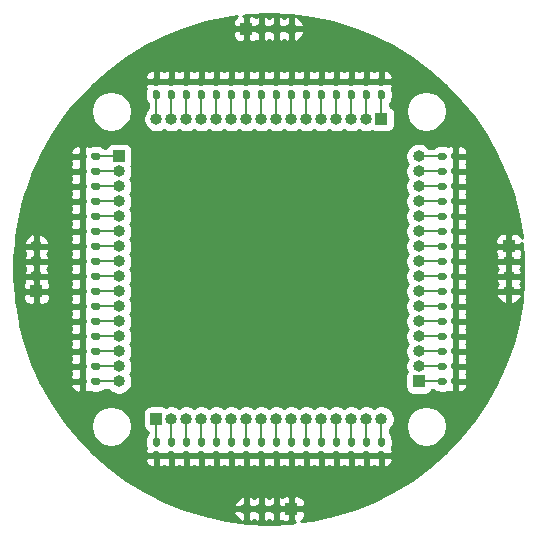
<source format=gbl>
%TF.GenerationSoftware,KiCad,Pcbnew,5.1.10*%
%TF.CreationDate,2021-10-22T01:17:49+03:00*%
%TF.ProjectId,breakouts_qfp,62726561-6b6f-4757-9473-5f7166702e6b,rev?*%
%TF.SameCoordinates,Original*%
%TF.FileFunction,Copper,L2,Bot*%
%TF.FilePolarity,Positive*%
%FSLAX46Y46*%
G04 Gerber Fmt 4.6, Leading zero omitted, Abs format (unit mm)*
G04 Created by KiCad (PCBNEW 5.1.10) date 2021-10-22 01:17:49*
%MOMM*%
%LPD*%
G01*
G04 APERTURE LIST*
%TA.AperFunction,ComponentPad*%
%ADD10O,1.000000X1.000000*%
%TD*%
%TA.AperFunction,ComponentPad*%
%ADD11R,1.000000X1.000000*%
%TD*%
%TA.AperFunction,Conductor*%
%ADD12C,0.150000*%
%TD*%
%TA.AperFunction,Conductor*%
%ADD13C,0.254000*%
%TD*%
%TA.AperFunction,Conductor*%
%ADD14C,0.100000*%
%TD*%
G04 APERTURE END LIST*
D10*
%TO.P,J8,4*%
%TO.N,GND*%
X151130000Y-73025000D03*
%TO.P,J8,3*%
X151130000Y-71755000D03*
%TO.P,J8,2*%
X151130000Y-70485000D03*
D11*
%TO.P,J8,1*%
X151130000Y-69215000D03*
%TD*%
D10*
%TO.P,J7,4*%
%TO.N,GND*%
X128905000Y-91440000D03*
%TO.P,J7,3*%
X130175000Y-91440000D03*
%TO.P,J7,2*%
X131445000Y-91440000D03*
D11*
%TO.P,J7,1*%
X132715000Y-91440000D03*
%TD*%
D10*
%TO.P,J6,4*%
%TO.N,GND*%
X132715000Y-50800000D03*
%TO.P,J6,3*%
X131445000Y-50800000D03*
%TO.P,J6,2*%
X130175000Y-50800000D03*
D11*
%TO.P,J6,1*%
X128905000Y-50800000D03*
%TD*%
D10*
%TO.P,J5,4*%
%TO.N,GND*%
X111125000Y-69215000D03*
%TO.P,J5,3*%
X111125000Y-70485000D03*
%TO.P,J5,2*%
X111125000Y-71755000D03*
D11*
%TO.P,J5,1*%
X111125000Y-73025000D03*
%TD*%
%TO.P,JP64,2*%
%TO.N,Net-(J4-Pad16)*%
%TA.AperFunction,SMDPad,CuDef*%
G36*
G01*
X140490000Y-86160000D02*
X140180000Y-86160000D01*
G75*
G02*
X140025000Y-86005000I0J155000D01*
G01*
X140025000Y-85580000D01*
G75*
G02*
X140180000Y-85425000I155000J0D01*
G01*
X140490000Y-85425000D01*
G75*
G02*
X140645000Y-85580000I0J-155000D01*
G01*
X140645000Y-86005000D01*
G75*
G02*
X140490000Y-86160000I-155000J0D01*
G01*
G37*
%TD.AperFunction*%
%TO.P,JP64,1*%
%TO.N,GND*%
%TA.AperFunction,SMDPad,CuDef*%
G36*
G01*
X140490000Y-87295000D02*
X140180000Y-87295000D01*
G75*
G02*
X140025000Y-87140000I0J155000D01*
G01*
X140025000Y-86715000D01*
G75*
G02*
X140180000Y-86560000I155000J0D01*
G01*
X140490000Y-86560000D01*
G75*
G02*
X140645000Y-86715000I0J-155000D01*
G01*
X140645000Y-87140000D01*
G75*
G02*
X140490000Y-87295000I-155000J0D01*
G01*
G37*
%TD.AperFunction*%
%TD*%
%TO.P,JP63,2*%
%TO.N,Net-(J4-Pad15)*%
%TA.AperFunction,SMDPad,CuDef*%
G36*
G01*
X139220000Y-86160000D02*
X138910000Y-86160000D01*
G75*
G02*
X138755000Y-86005000I0J155000D01*
G01*
X138755000Y-85580000D01*
G75*
G02*
X138910000Y-85425000I155000J0D01*
G01*
X139220000Y-85425000D01*
G75*
G02*
X139375000Y-85580000I0J-155000D01*
G01*
X139375000Y-86005000D01*
G75*
G02*
X139220000Y-86160000I-155000J0D01*
G01*
G37*
%TD.AperFunction*%
%TO.P,JP63,1*%
%TO.N,GND*%
%TA.AperFunction,SMDPad,CuDef*%
G36*
G01*
X139220000Y-87295000D02*
X138910000Y-87295000D01*
G75*
G02*
X138755000Y-87140000I0J155000D01*
G01*
X138755000Y-86715000D01*
G75*
G02*
X138910000Y-86560000I155000J0D01*
G01*
X139220000Y-86560000D01*
G75*
G02*
X139375000Y-86715000I0J-155000D01*
G01*
X139375000Y-87140000D01*
G75*
G02*
X139220000Y-87295000I-155000J0D01*
G01*
G37*
%TD.AperFunction*%
%TD*%
%TO.P,JP62,2*%
%TO.N,Net-(J4-Pad14)*%
%TA.AperFunction,SMDPad,CuDef*%
G36*
G01*
X137950000Y-86160000D02*
X137640000Y-86160000D01*
G75*
G02*
X137485000Y-86005000I0J155000D01*
G01*
X137485000Y-85580000D01*
G75*
G02*
X137640000Y-85425000I155000J0D01*
G01*
X137950000Y-85425000D01*
G75*
G02*
X138105000Y-85580000I0J-155000D01*
G01*
X138105000Y-86005000D01*
G75*
G02*
X137950000Y-86160000I-155000J0D01*
G01*
G37*
%TD.AperFunction*%
%TO.P,JP62,1*%
%TO.N,GND*%
%TA.AperFunction,SMDPad,CuDef*%
G36*
G01*
X137950000Y-87295000D02*
X137640000Y-87295000D01*
G75*
G02*
X137485000Y-87140000I0J155000D01*
G01*
X137485000Y-86715000D01*
G75*
G02*
X137640000Y-86560000I155000J0D01*
G01*
X137950000Y-86560000D01*
G75*
G02*
X138105000Y-86715000I0J-155000D01*
G01*
X138105000Y-87140000D01*
G75*
G02*
X137950000Y-87295000I-155000J0D01*
G01*
G37*
%TD.AperFunction*%
%TD*%
%TO.P,JP61,2*%
%TO.N,Net-(J4-Pad13)*%
%TA.AperFunction,SMDPad,CuDef*%
G36*
G01*
X136680000Y-86160000D02*
X136370000Y-86160000D01*
G75*
G02*
X136215000Y-86005000I0J155000D01*
G01*
X136215000Y-85580000D01*
G75*
G02*
X136370000Y-85425000I155000J0D01*
G01*
X136680000Y-85425000D01*
G75*
G02*
X136835000Y-85580000I0J-155000D01*
G01*
X136835000Y-86005000D01*
G75*
G02*
X136680000Y-86160000I-155000J0D01*
G01*
G37*
%TD.AperFunction*%
%TO.P,JP61,1*%
%TO.N,GND*%
%TA.AperFunction,SMDPad,CuDef*%
G36*
G01*
X136680000Y-87295000D02*
X136370000Y-87295000D01*
G75*
G02*
X136215000Y-87140000I0J155000D01*
G01*
X136215000Y-86715000D01*
G75*
G02*
X136370000Y-86560000I155000J0D01*
G01*
X136680000Y-86560000D01*
G75*
G02*
X136835000Y-86715000I0J-155000D01*
G01*
X136835000Y-87140000D01*
G75*
G02*
X136680000Y-87295000I-155000J0D01*
G01*
G37*
%TD.AperFunction*%
%TD*%
%TO.P,JP60,2*%
%TO.N,Net-(J4-Pad12)*%
%TA.AperFunction,SMDPad,CuDef*%
G36*
G01*
X135410000Y-86160000D02*
X135100000Y-86160000D01*
G75*
G02*
X134945000Y-86005000I0J155000D01*
G01*
X134945000Y-85580000D01*
G75*
G02*
X135100000Y-85425000I155000J0D01*
G01*
X135410000Y-85425000D01*
G75*
G02*
X135565000Y-85580000I0J-155000D01*
G01*
X135565000Y-86005000D01*
G75*
G02*
X135410000Y-86160000I-155000J0D01*
G01*
G37*
%TD.AperFunction*%
%TO.P,JP60,1*%
%TO.N,GND*%
%TA.AperFunction,SMDPad,CuDef*%
G36*
G01*
X135410000Y-87295000D02*
X135100000Y-87295000D01*
G75*
G02*
X134945000Y-87140000I0J155000D01*
G01*
X134945000Y-86715000D01*
G75*
G02*
X135100000Y-86560000I155000J0D01*
G01*
X135410000Y-86560000D01*
G75*
G02*
X135565000Y-86715000I0J-155000D01*
G01*
X135565000Y-87140000D01*
G75*
G02*
X135410000Y-87295000I-155000J0D01*
G01*
G37*
%TD.AperFunction*%
%TD*%
%TO.P,JP59,2*%
%TO.N,Net-(J4-Pad11)*%
%TA.AperFunction,SMDPad,CuDef*%
G36*
G01*
X134140000Y-86160000D02*
X133830000Y-86160000D01*
G75*
G02*
X133675000Y-86005000I0J155000D01*
G01*
X133675000Y-85580000D01*
G75*
G02*
X133830000Y-85425000I155000J0D01*
G01*
X134140000Y-85425000D01*
G75*
G02*
X134295000Y-85580000I0J-155000D01*
G01*
X134295000Y-86005000D01*
G75*
G02*
X134140000Y-86160000I-155000J0D01*
G01*
G37*
%TD.AperFunction*%
%TO.P,JP59,1*%
%TO.N,GND*%
%TA.AperFunction,SMDPad,CuDef*%
G36*
G01*
X134140000Y-87295000D02*
X133830000Y-87295000D01*
G75*
G02*
X133675000Y-87140000I0J155000D01*
G01*
X133675000Y-86715000D01*
G75*
G02*
X133830000Y-86560000I155000J0D01*
G01*
X134140000Y-86560000D01*
G75*
G02*
X134295000Y-86715000I0J-155000D01*
G01*
X134295000Y-87140000D01*
G75*
G02*
X134140000Y-87295000I-155000J0D01*
G01*
G37*
%TD.AperFunction*%
%TD*%
%TO.P,JP58,2*%
%TO.N,Net-(J4-Pad10)*%
%TA.AperFunction,SMDPad,CuDef*%
G36*
G01*
X132870000Y-86160000D02*
X132560000Y-86160000D01*
G75*
G02*
X132405000Y-86005000I0J155000D01*
G01*
X132405000Y-85580000D01*
G75*
G02*
X132560000Y-85425000I155000J0D01*
G01*
X132870000Y-85425000D01*
G75*
G02*
X133025000Y-85580000I0J-155000D01*
G01*
X133025000Y-86005000D01*
G75*
G02*
X132870000Y-86160000I-155000J0D01*
G01*
G37*
%TD.AperFunction*%
%TO.P,JP58,1*%
%TO.N,GND*%
%TA.AperFunction,SMDPad,CuDef*%
G36*
G01*
X132870000Y-87295000D02*
X132560000Y-87295000D01*
G75*
G02*
X132405000Y-87140000I0J155000D01*
G01*
X132405000Y-86715000D01*
G75*
G02*
X132560000Y-86560000I155000J0D01*
G01*
X132870000Y-86560000D01*
G75*
G02*
X133025000Y-86715000I0J-155000D01*
G01*
X133025000Y-87140000D01*
G75*
G02*
X132870000Y-87295000I-155000J0D01*
G01*
G37*
%TD.AperFunction*%
%TD*%
%TO.P,JP57,2*%
%TO.N,Net-(J4-Pad9)*%
%TA.AperFunction,SMDPad,CuDef*%
G36*
G01*
X131600000Y-86160000D02*
X131290000Y-86160000D01*
G75*
G02*
X131135000Y-86005000I0J155000D01*
G01*
X131135000Y-85580000D01*
G75*
G02*
X131290000Y-85425000I155000J0D01*
G01*
X131600000Y-85425000D01*
G75*
G02*
X131755000Y-85580000I0J-155000D01*
G01*
X131755000Y-86005000D01*
G75*
G02*
X131600000Y-86160000I-155000J0D01*
G01*
G37*
%TD.AperFunction*%
%TO.P,JP57,1*%
%TO.N,GND*%
%TA.AperFunction,SMDPad,CuDef*%
G36*
G01*
X131600000Y-87295000D02*
X131290000Y-87295000D01*
G75*
G02*
X131135000Y-87140000I0J155000D01*
G01*
X131135000Y-86715000D01*
G75*
G02*
X131290000Y-86560000I155000J0D01*
G01*
X131600000Y-86560000D01*
G75*
G02*
X131755000Y-86715000I0J-155000D01*
G01*
X131755000Y-87140000D01*
G75*
G02*
X131600000Y-87295000I-155000J0D01*
G01*
G37*
%TD.AperFunction*%
%TD*%
%TO.P,JP56,2*%
%TO.N,Net-(J4-Pad8)*%
%TA.AperFunction,SMDPad,CuDef*%
G36*
G01*
X130330000Y-86160000D02*
X130020000Y-86160000D01*
G75*
G02*
X129865000Y-86005000I0J155000D01*
G01*
X129865000Y-85580000D01*
G75*
G02*
X130020000Y-85425000I155000J0D01*
G01*
X130330000Y-85425000D01*
G75*
G02*
X130485000Y-85580000I0J-155000D01*
G01*
X130485000Y-86005000D01*
G75*
G02*
X130330000Y-86160000I-155000J0D01*
G01*
G37*
%TD.AperFunction*%
%TO.P,JP56,1*%
%TO.N,GND*%
%TA.AperFunction,SMDPad,CuDef*%
G36*
G01*
X130330000Y-87295000D02*
X130020000Y-87295000D01*
G75*
G02*
X129865000Y-87140000I0J155000D01*
G01*
X129865000Y-86715000D01*
G75*
G02*
X130020000Y-86560000I155000J0D01*
G01*
X130330000Y-86560000D01*
G75*
G02*
X130485000Y-86715000I0J-155000D01*
G01*
X130485000Y-87140000D01*
G75*
G02*
X130330000Y-87295000I-155000J0D01*
G01*
G37*
%TD.AperFunction*%
%TD*%
%TO.P,JP55,2*%
%TO.N,Net-(J4-Pad7)*%
%TA.AperFunction,SMDPad,CuDef*%
G36*
G01*
X129060000Y-86160000D02*
X128750000Y-86160000D01*
G75*
G02*
X128595000Y-86005000I0J155000D01*
G01*
X128595000Y-85580000D01*
G75*
G02*
X128750000Y-85425000I155000J0D01*
G01*
X129060000Y-85425000D01*
G75*
G02*
X129215000Y-85580000I0J-155000D01*
G01*
X129215000Y-86005000D01*
G75*
G02*
X129060000Y-86160000I-155000J0D01*
G01*
G37*
%TD.AperFunction*%
%TO.P,JP55,1*%
%TO.N,GND*%
%TA.AperFunction,SMDPad,CuDef*%
G36*
G01*
X129060000Y-87295000D02*
X128750000Y-87295000D01*
G75*
G02*
X128595000Y-87140000I0J155000D01*
G01*
X128595000Y-86715000D01*
G75*
G02*
X128750000Y-86560000I155000J0D01*
G01*
X129060000Y-86560000D01*
G75*
G02*
X129215000Y-86715000I0J-155000D01*
G01*
X129215000Y-87140000D01*
G75*
G02*
X129060000Y-87295000I-155000J0D01*
G01*
G37*
%TD.AperFunction*%
%TD*%
%TO.P,JP54,2*%
%TO.N,Net-(J4-Pad6)*%
%TA.AperFunction,SMDPad,CuDef*%
G36*
G01*
X127790000Y-86160000D02*
X127480000Y-86160000D01*
G75*
G02*
X127325000Y-86005000I0J155000D01*
G01*
X127325000Y-85580000D01*
G75*
G02*
X127480000Y-85425000I155000J0D01*
G01*
X127790000Y-85425000D01*
G75*
G02*
X127945000Y-85580000I0J-155000D01*
G01*
X127945000Y-86005000D01*
G75*
G02*
X127790000Y-86160000I-155000J0D01*
G01*
G37*
%TD.AperFunction*%
%TO.P,JP54,1*%
%TO.N,GND*%
%TA.AperFunction,SMDPad,CuDef*%
G36*
G01*
X127790000Y-87295000D02*
X127480000Y-87295000D01*
G75*
G02*
X127325000Y-87140000I0J155000D01*
G01*
X127325000Y-86715000D01*
G75*
G02*
X127480000Y-86560000I155000J0D01*
G01*
X127790000Y-86560000D01*
G75*
G02*
X127945000Y-86715000I0J-155000D01*
G01*
X127945000Y-87140000D01*
G75*
G02*
X127790000Y-87295000I-155000J0D01*
G01*
G37*
%TD.AperFunction*%
%TD*%
%TO.P,JP53,2*%
%TO.N,Net-(J4-Pad5)*%
%TA.AperFunction,SMDPad,CuDef*%
G36*
G01*
X126520000Y-86160000D02*
X126210000Y-86160000D01*
G75*
G02*
X126055000Y-86005000I0J155000D01*
G01*
X126055000Y-85580000D01*
G75*
G02*
X126210000Y-85425000I155000J0D01*
G01*
X126520000Y-85425000D01*
G75*
G02*
X126675000Y-85580000I0J-155000D01*
G01*
X126675000Y-86005000D01*
G75*
G02*
X126520000Y-86160000I-155000J0D01*
G01*
G37*
%TD.AperFunction*%
%TO.P,JP53,1*%
%TO.N,GND*%
%TA.AperFunction,SMDPad,CuDef*%
G36*
G01*
X126520000Y-87295000D02*
X126210000Y-87295000D01*
G75*
G02*
X126055000Y-87140000I0J155000D01*
G01*
X126055000Y-86715000D01*
G75*
G02*
X126210000Y-86560000I155000J0D01*
G01*
X126520000Y-86560000D01*
G75*
G02*
X126675000Y-86715000I0J-155000D01*
G01*
X126675000Y-87140000D01*
G75*
G02*
X126520000Y-87295000I-155000J0D01*
G01*
G37*
%TD.AperFunction*%
%TD*%
%TO.P,JP52,2*%
%TO.N,Net-(J4-Pad4)*%
%TA.AperFunction,SMDPad,CuDef*%
G36*
G01*
X125250000Y-86160000D02*
X124940000Y-86160000D01*
G75*
G02*
X124785000Y-86005000I0J155000D01*
G01*
X124785000Y-85580000D01*
G75*
G02*
X124940000Y-85425000I155000J0D01*
G01*
X125250000Y-85425000D01*
G75*
G02*
X125405000Y-85580000I0J-155000D01*
G01*
X125405000Y-86005000D01*
G75*
G02*
X125250000Y-86160000I-155000J0D01*
G01*
G37*
%TD.AperFunction*%
%TO.P,JP52,1*%
%TO.N,GND*%
%TA.AperFunction,SMDPad,CuDef*%
G36*
G01*
X125250000Y-87295000D02*
X124940000Y-87295000D01*
G75*
G02*
X124785000Y-87140000I0J155000D01*
G01*
X124785000Y-86715000D01*
G75*
G02*
X124940000Y-86560000I155000J0D01*
G01*
X125250000Y-86560000D01*
G75*
G02*
X125405000Y-86715000I0J-155000D01*
G01*
X125405000Y-87140000D01*
G75*
G02*
X125250000Y-87295000I-155000J0D01*
G01*
G37*
%TD.AperFunction*%
%TD*%
%TO.P,JP51,2*%
%TO.N,Net-(J4-Pad3)*%
%TA.AperFunction,SMDPad,CuDef*%
G36*
G01*
X123980000Y-86160000D02*
X123670000Y-86160000D01*
G75*
G02*
X123515000Y-86005000I0J155000D01*
G01*
X123515000Y-85580000D01*
G75*
G02*
X123670000Y-85425000I155000J0D01*
G01*
X123980000Y-85425000D01*
G75*
G02*
X124135000Y-85580000I0J-155000D01*
G01*
X124135000Y-86005000D01*
G75*
G02*
X123980000Y-86160000I-155000J0D01*
G01*
G37*
%TD.AperFunction*%
%TO.P,JP51,1*%
%TO.N,GND*%
%TA.AperFunction,SMDPad,CuDef*%
G36*
G01*
X123980000Y-87295000D02*
X123670000Y-87295000D01*
G75*
G02*
X123515000Y-87140000I0J155000D01*
G01*
X123515000Y-86715000D01*
G75*
G02*
X123670000Y-86560000I155000J0D01*
G01*
X123980000Y-86560000D01*
G75*
G02*
X124135000Y-86715000I0J-155000D01*
G01*
X124135000Y-87140000D01*
G75*
G02*
X123980000Y-87295000I-155000J0D01*
G01*
G37*
%TD.AperFunction*%
%TD*%
%TO.P,JP50,2*%
%TO.N,Net-(J4-Pad2)*%
%TA.AperFunction,SMDPad,CuDef*%
G36*
G01*
X122710000Y-86160000D02*
X122400000Y-86160000D01*
G75*
G02*
X122245000Y-86005000I0J155000D01*
G01*
X122245000Y-85580000D01*
G75*
G02*
X122400000Y-85425000I155000J0D01*
G01*
X122710000Y-85425000D01*
G75*
G02*
X122865000Y-85580000I0J-155000D01*
G01*
X122865000Y-86005000D01*
G75*
G02*
X122710000Y-86160000I-155000J0D01*
G01*
G37*
%TD.AperFunction*%
%TO.P,JP50,1*%
%TO.N,GND*%
%TA.AperFunction,SMDPad,CuDef*%
G36*
G01*
X122710000Y-87295000D02*
X122400000Y-87295000D01*
G75*
G02*
X122245000Y-87140000I0J155000D01*
G01*
X122245000Y-86715000D01*
G75*
G02*
X122400000Y-86560000I155000J0D01*
G01*
X122710000Y-86560000D01*
G75*
G02*
X122865000Y-86715000I0J-155000D01*
G01*
X122865000Y-87140000D01*
G75*
G02*
X122710000Y-87295000I-155000J0D01*
G01*
G37*
%TD.AperFunction*%
%TD*%
%TO.P,JP49,2*%
%TO.N,Net-(J4-Pad1)*%
%TA.AperFunction,SMDPad,CuDef*%
G36*
G01*
X121440000Y-86160000D02*
X121130000Y-86160000D01*
G75*
G02*
X120975000Y-86005000I0J155000D01*
G01*
X120975000Y-85580000D01*
G75*
G02*
X121130000Y-85425000I155000J0D01*
G01*
X121440000Y-85425000D01*
G75*
G02*
X121595000Y-85580000I0J-155000D01*
G01*
X121595000Y-86005000D01*
G75*
G02*
X121440000Y-86160000I-155000J0D01*
G01*
G37*
%TD.AperFunction*%
%TO.P,JP49,1*%
%TO.N,GND*%
%TA.AperFunction,SMDPad,CuDef*%
G36*
G01*
X121440000Y-87295000D02*
X121130000Y-87295000D01*
G75*
G02*
X120975000Y-87140000I0J155000D01*
G01*
X120975000Y-86715000D01*
G75*
G02*
X121130000Y-86560000I155000J0D01*
G01*
X121440000Y-86560000D01*
G75*
G02*
X121595000Y-86715000I0J-155000D01*
G01*
X121595000Y-87140000D01*
G75*
G02*
X121440000Y-87295000I-155000J0D01*
G01*
G37*
%TD.AperFunction*%
%TD*%
%TO.P,JP48,2*%
%TO.N,Net-(J3-Pad1)*%
%TA.AperFunction,SMDPad,CuDef*%
G36*
G01*
X145850000Y-80490000D02*
X145850000Y-80800000D01*
G75*
G02*
X145695000Y-80955000I-155000J0D01*
G01*
X145270000Y-80955000D01*
G75*
G02*
X145115000Y-80800000I0J155000D01*
G01*
X145115000Y-80490000D01*
G75*
G02*
X145270000Y-80335000I155000J0D01*
G01*
X145695000Y-80335000D01*
G75*
G02*
X145850000Y-80490000I0J-155000D01*
G01*
G37*
%TD.AperFunction*%
%TO.P,JP48,1*%
%TO.N,GND*%
%TA.AperFunction,SMDPad,CuDef*%
G36*
G01*
X146985000Y-80490000D02*
X146985000Y-80800000D01*
G75*
G02*
X146830000Y-80955000I-155000J0D01*
G01*
X146405000Y-80955000D01*
G75*
G02*
X146250000Y-80800000I0J155000D01*
G01*
X146250000Y-80490000D01*
G75*
G02*
X146405000Y-80335000I155000J0D01*
G01*
X146830000Y-80335000D01*
G75*
G02*
X146985000Y-80490000I0J-155000D01*
G01*
G37*
%TD.AperFunction*%
%TD*%
%TO.P,JP47,2*%
%TO.N,Net-(J2-Pad16)*%
%TA.AperFunction,SMDPad,CuDef*%
G36*
G01*
X115770000Y-80800000D02*
X115770000Y-80490000D01*
G75*
G02*
X115925000Y-80335000I155000J0D01*
G01*
X116350000Y-80335000D01*
G75*
G02*
X116505000Y-80490000I0J-155000D01*
G01*
X116505000Y-80800000D01*
G75*
G02*
X116350000Y-80955000I-155000J0D01*
G01*
X115925000Y-80955000D01*
G75*
G02*
X115770000Y-80800000I0J155000D01*
G01*
G37*
%TD.AperFunction*%
%TO.P,JP47,1*%
%TO.N,GND*%
%TA.AperFunction,SMDPad,CuDef*%
G36*
G01*
X114635000Y-80800000D02*
X114635000Y-80490000D01*
G75*
G02*
X114790000Y-80335000I155000J0D01*
G01*
X115215000Y-80335000D01*
G75*
G02*
X115370000Y-80490000I0J-155000D01*
G01*
X115370000Y-80800000D01*
G75*
G02*
X115215000Y-80955000I-155000J0D01*
G01*
X114790000Y-80955000D01*
G75*
G02*
X114635000Y-80800000I0J155000D01*
G01*
G37*
%TD.AperFunction*%
%TD*%
%TO.P,JP46,2*%
%TO.N,Net-(J3-Pad2)*%
%TA.AperFunction,SMDPad,CuDef*%
G36*
G01*
X145850000Y-79220000D02*
X145850000Y-79530000D01*
G75*
G02*
X145695000Y-79685000I-155000J0D01*
G01*
X145270000Y-79685000D01*
G75*
G02*
X145115000Y-79530000I0J155000D01*
G01*
X145115000Y-79220000D01*
G75*
G02*
X145270000Y-79065000I155000J0D01*
G01*
X145695000Y-79065000D01*
G75*
G02*
X145850000Y-79220000I0J-155000D01*
G01*
G37*
%TD.AperFunction*%
%TO.P,JP46,1*%
%TO.N,GND*%
%TA.AperFunction,SMDPad,CuDef*%
G36*
G01*
X146985000Y-79220000D02*
X146985000Y-79530000D01*
G75*
G02*
X146830000Y-79685000I-155000J0D01*
G01*
X146405000Y-79685000D01*
G75*
G02*
X146250000Y-79530000I0J155000D01*
G01*
X146250000Y-79220000D01*
G75*
G02*
X146405000Y-79065000I155000J0D01*
G01*
X146830000Y-79065000D01*
G75*
G02*
X146985000Y-79220000I0J-155000D01*
G01*
G37*
%TD.AperFunction*%
%TD*%
%TO.P,JP45,2*%
%TO.N,Net-(J2-Pad15)*%
%TA.AperFunction,SMDPad,CuDef*%
G36*
G01*
X115770000Y-79530000D02*
X115770000Y-79220000D01*
G75*
G02*
X115925000Y-79065000I155000J0D01*
G01*
X116350000Y-79065000D01*
G75*
G02*
X116505000Y-79220000I0J-155000D01*
G01*
X116505000Y-79530000D01*
G75*
G02*
X116350000Y-79685000I-155000J0D01*
G01*
X115925000Y-79685000D01*
G75*
G02*
X115770000Y-79530000I0J155000D01*
G01*
G37*
%TD.AperFunction*%
%TO.P,JP45,1*%
%TO.N,GND*%
%TA.AperFunction,SMDPad,CuDef*%
G36*
G01*
X114635000Y-79530000D02*
X114635000Y-79220000D01*
G75*
G02*
X114790000Y-79065000I155000J0D01*
G01*
X115215000Y-79065000D01*
G75*
G02*
X115370000Y-79220000I0J-155000D01*
G01*
X115370000Y-79530000D01*
G75*
G02*
X115215000Y-79685000I-155000J0D01*
G01*
X114790000Y-79685000D01*
G75*
G02*
X114635000Y-79530000I0J155000D01*
G01*
G37*
%TD.AperFunction*%
%TD*%
%TO.P,JP44,2*%
%TO.N,Net-(J3-Pad3)*%
%TA.AperFunction,SMDPad,CuDef*%
G36*
G01*
X145850000Y-77950000D02*
X145850000Y-78260000D01*
G75*
G02*
X145695000Y-78415000I-155000J0D01*
G01*
X145270000Y-78415000D01*
G75*
G02*
X145115000Y-78260000I0J155000D01*
G01*
X145115000Y-77950000D01*
G75*
G02*
X145270000Y-77795000I155000J0D01*
G01*
X145695000Y-77795000D01*
G75*
G02*
X145850000Y-77950000I0J-155000D01*
G01*
G37*
%TD.AperFunction*%
%TO.P,JP44,1*%
%TO.N,GND*%
%TA.AperFunction,SMDPad,CuDef*%
G36*
G01*
X146985000Y-77950000D02*
X146985000Y-78260000D01*
G75*
G02*
X146830000Y-78415000I-155000J0D01*
G01*
X146405000Y-78415000D01*
G75*
G02*
X146250000Y-78260000I0J155000D01*
G01*
X146250000Y-77950000D01*
G75*
G02*
X146405000Y-77795000I155000J0D01*
G01*
X146830000Y-77795000D01*
G75*
G02*
X146985000Y-77950000I0J-155000D01*
G01*
G37*
%TD.AperFunction*%
%TD*%
%TO.P,JP43,2*%
%TO.N,Net-(J2-Pad14)*%
%TA.AperFunction,SMDPad,CuDef*%
G36*
G01*
X115770000Y-78260000D02*
X115770000Y-77950000D01*
G75*
G02*
X115925000Y-77795000I155000J0D01*
G01*
X116350000Y-77795000D01*
G75*
G02*
X116505000Y-77950000I0J-155000D01*
G01*
X116505000Y-78260000D01*
G75*
G02*
X116350000Y-78415000I-155000J0D01*
G01*
X115925000Y-78415000D01*
G75*
G02*
X115770000Y-78260000I0J155000D01*
G01*
G37*
%TD.AperFunction*%
%TO.P,JP43,1*%
%TO.N,GND*%
%TA.AperFunction,SMDPad,CuDef*%
G36*
G01*
X114635000Y-78260000D02*
X114635000Y-77950000D01*
G75*
G02*
X114790000Y-77795000I155000J0D01*
G01*
X115215000Y-77795000D01*
G75*
G02*
X115370000Y-77950000I0J-155000D01*
G01*
X115370000Y-78260000D01*
G75*
G02*
X115215000Y-78415000I-155000J0D01*
G01*
X114790000Y-78415000D01*
G75*
G02*
X114635000Y-78260000I0J155000D01*
G01*
G37*
%TD.AperFunction*%
%TD*%
%TO.P,JP42,2*%
%TO.N,Net-(J3-Pad4)*%
%TA.AperFunction,SMDPad,CuDef*%
G36*
G01*
X145850000Y-76680000D02*
X145850000Y-76990000D01*
G75*
G02*
X145695000Y-77145000I-155000J0D01*
G01*
X145270000Y-77145000D01*
G75*
G02*
X145115000Y-76990000I0J155000D01*
G01*
X145115000Y-76680000D01*
G75*
G02*
X145270000Y-76525000I155000J0D01*
G01*
X145695000Y-76525000D01*
G75*
G02*
X145850000Y-76680000I0J-155000D01*
G01*
G37*
%TD.AperFunction*%
%TO.P,JP42,1*%
%TO.N,GND*%
%TA.AperFunction,SMDPad,CuDef*%
G36*
G01*
X146985000Y-76680000D02*
X146985000Y-76990000D01*
G75*
G02*
X146830000Y-77145000I-155000J0D01*
G01*
X146405000Y-77145000D01*
G75*
G02*
X146250000Y-76990000I0J155000D01*
G01*
X146250000Y-76680000D01*
G75*
G02*
X146405000Y-76525000I155000J0D01*
G01*
X146830000Y-76525000D01*
G75*
G02*
X146985000Y-76680000I0J-155000D01*
G01*
G37*
%TD.AperFunction*%
%TD*%
%TO.P,JP41,2*%
%TO.N,Net-(J2-Pad13)*%
%TA.AperFunction,SMDPad,CuDef*%
G36*
G01*
X115770000Y-76990000D02*
X115770000Y-76680000D01*
G75*
G02*
X115925000Y-76525000I155000J0D01*
G01*
X116350000Y-76525000D01*
G75*
G02*
X116505000Y-76680000I0J-155000D01*
G01*
X116505000Y-76990000D01*
G75*
G02*
X116350000Y-77145000I-155000J0D01*
G01*
X115925000Y-77145000D01*
G75*
G02*
X115770000Y-76990000I0J155000D01*
G01*
G37*
%TD.AperFunction*%
%TO.P,JP41,1*%
%TO.N,GND*%
%TA.AperFunction,SMDPad,CuDef*%
G36*
G01*
X114635000Y-76990000D02*
X114635000Y-76680000D01*
G75*
G02*
X114790000Y-76525000I155000J0D01*
G01*
X115215000Y-76525000D01*
G75*
G02*
X115370000Y-76680000I0J-155000D01*
G01*
X115370000Y-76990000D01*
G75*
G02*
X115215000Y-77145000I-155000J0D01*
G01*
X114790000Y-77145000D01*
G75*
G02*
X114635000Y-76990000I0J155000D01*
G01*
G37*
%TD.AperFunction*%
%TD*%
%TO.P,JP40,2*%
%TO.N,Net-(J3-Pad5)*%
%TA.AperFunction,SMDPad,CuDef*%
G36*
G01*
X145850000Y-75410000D02*
X145850000Y-75720000D01*
G75*
G02*
X145695000Y-75875000I-155000J0D01*
G01*
X145270000Y-75875000D01*
G75*
G02*
X145115000Y-75720000I0J155000D01*
G01*
X145115000Y-75410000D01*
G75*
G02*
X145270000Y-75255000I155000J0D01*
G01*
X145695000Y-75255000D01*
G75*
G02*
X145850000Y-75410000I0J-155000D01*
G01*
G37*
%TD.AperFunction*%
%TO.P,JP40,1*%
%TO.N,GND*%
%TA.AperFunction,SMDPad,CuDef*%
G36*
G01*
X146985000Y-75410000D02*
X146985000Y-75720000D01*
G75*
G02*
X146830000Y-75875000I-155000J0D01*
G01*
X146405000Y-75875000D01*
G75*
G02*
X146250000Y-75720000I0J155000D01*
G01*
X146250000Y-75410000D01*
G75*
G02*
X146405000Y-75255000I155000J0D01*
G01*
X146830000Y-75255000D01*
G75*
G02*
X146985000Y-75410000I0J-155000D01*
G01*
G37*
%TD.AperFunction*%
%TD*%
%TO.P,JP39,2*%
%TO.N,Net-(J2-Pad12)*%
%TA.AperFunction,SMDPad,CuDef*%
G36*
G01*
X115770000Y-75720000D02*
X115770000Y-75410000D01*
G75*
G02*
X115925000Y-75255000I155000J0D01*
G01*
X116350000Y-75255000D01*
G75*
G02*
X116505000Y-75410000I0J-155000D01*
G01*
X116505000Y-75720000D01*
G75*
G02*
X116350000Y-75875000I-155000J0D01*
G01*
X115925000Y-75875000D01*
G75*
G02*
X115770000Y-75720000I0J155000D01*
G01*
G37*
%TD.AperFunction*%
%TO.P,JP39,1*%
%TO.N,GND*%
%TA.AperFunction,SMDPad,CuDef*%
G36*
G01*
X114635000Y-75720000D02*
X114635000Y-75410000D01*
G75*
G02*
X114790000Y-75255000I155000J0D01*
G01*
X115215000Y-75255000D01*
G75*
G02*
X115370000Y-75410000I0J-155000D01*
G01*
X115370000Y-75720000D01*
G75*
G02*
X115215000Y-75875000I-155000J0D01*
G01*
X114790000Y-75875000D01*
G75*
G02*
X114635000Y-75720000I0J155000D01*
G01*
G37*
%TD.AperFunction*%
%TD*%
%TO.P,JP38,2*%
%TO.N,Net-(J3-Pad6)*%
%TA.AperFunction,SMDPad,CuDef*%
G36*
G01*
X145850000Y-74140000D02*
X145850000Y-74450000D01*
G75*
G02*
X145695000Y-74605000I-155000J0D01*
G01*
X145270000Y-74605000D01*
G75*
G02*
X145115000Y-74450000I0J155000D01*
G01*
X145115000Y-74140000D01*
G75*
G02*
X145270000Y-73985000I155000J0D01*
G01*
X145695000Y-73985000D01*
G75*
G02*
X145850000Y-74140000I0J-155000D01*
G01*
G37*
%TD.AperFunction*%
%TO.P,JP38,1*%
%TO.N,GND*%
%TA.AperFunction,SMDPad,CuDef*%
G36*
G01*
X146985000Y-74140000D02*
X146985000Y-74450000D01*
G75*
G02*
X146830000Y-74605000I-155000J0D01*
G01*
X146405000Y-74605000D01*
G75*
G02*
X146250000Y-74450000I0J155000D01*
G01*
X146250000Y-74140000D01*
G75*
G02*
X146405000Y-73985000I155000J0D01*
G01*
X146830000Y-73985000D01*
G75*
G02*
X146985000Y-74140000I0J-155000D01*
G01*
G37*
%TD.AperFunction*%
%TD*%
%TO.P,JP37,2*%
%TO.N,Net-(J2-Pad11)*%
%TA.AperFunction,SMDPad,CuDef*%
G36*
G01*
X115770000Y-74450000D02*
X115770000Y-74140000D01*
G75*
G02*
X115925000Y-73985000I155000J0D01*
G01*
X116350000Y-73985000D01*
G75*
G02*
X116505000Y-74140000I0J-155000D01*
G01*
X116505000Y-74450000D01*
G75*
G02*
X116350000Y-74605000I-155000J0D01*
G01*
X115925000Y-74605000D01*
G75*
G02*
X115770000Y-74450000I0J155000D01*
G01*
G37*
%TD.AperFunction*%
%TO.P,JP37,1*%
%TO.N,GND*%
%TA.AperFunction,SMDPad,CuDef*%
G36*
G01*
X114635000Y-74450000D02*
X114635000Y-74140000D01*
G75*
G02*
X114790000Y-73985000I155000J0D01*
G01*
X115215000Y-73985000D01*
G75*
G02*
X115370000Y-74140000I0J-155000D01*
G01*
X115370000Y-74450000D01*
G75*
G02*
X115215000Y-74605000I-155000J0D01*
G01*
X114790000Y-74605000D01*
G75*
G02*
X114635000Y-74450000I0J155000D01*
G01*
G37*
%TD.AperFunction*%
%TD*%
%TO.P,JP36,2*%
%TO.N,Net-(J3-Pad7)*%
%TA.AperFunction,SMDPad,CuDef*%
G36*
G01*
X145850000Y-72870000D02*
X145850000Y-73180000D01*
G75*
G02*
X145695000Y-73335000I-155000J0D01*
G01*
X145270000Y-73335000D01*
G75*
G02*
X145115000Y-73180000I0J155000D01*
G01*
X145115000Y-72870000D01*
G75*
G02*
X145270000Y-72715000I155000J0D01*
G01*
X145695000Y-72715000D01*
G75*
G02*
X145850000Y-72870000I0J-155000D01*
G01*
G37*
%TD.AperFunction*%
%TO.P,JP36,1*%
%TO.N,GND*%
%TA.AperFunction,SMDPad,CuDef*%
G36*
G01*
X146985000Y-72870000D02*
X146985000Y-73180000D01*
G75*
G02*
X146830000Y-73335000I-155000J0D01*
G01*
X146405000Y-73335000D01*
G75*
G02*
X146250000Y-73180000I0J155000D01*
G01*
X146250000Y-72870000D01*
G75*
G02*
X146405000Y-72715000I155000J0D01*
G01*
X146830000Y-72715000D01*
G75*
G02*
X146985000Y-72870000I0J-155000D01*
G01*
G37*
%TD.AperFunction*%
%TD*%
%TO.P,JP35,2*%
%TO.N,Net-(J2-Pad10)*%
%TA.AperFunction,SMDPad,CuDef*%
G36*
G01*
X115770000Y-73180000D02*
X115770000Y-72870000D01*
G75*
G02*
X115925000Y-72715000I155000J0D01*
G01*
X116350000Y-72715000D01*
G75*
G02*
X116505000Y-72870000I0J-155000D01*
G01*
X116505000Y-73180000D01*
G75*
G02*
X116350000Y-73335000I-155000J0D01*
G01*
X115925000Y-73335000D01*
G75*
G02*
X115770000Y-73180000I0J155000D01*
G01*
G37*
%TD.AperFunction*%
%TO.P,JP35,1*%
%TO.N,GND*%
%TA.AperFunction,SMDPad,CuDef*%
G36*
G01*
X114635000Y-73180000D02*
X114635000Y-72870000D01*
G75*
G02*
X114790000Y-72715000I155000J0D01*
G01*
X115215000Y-72715000D01*
G75*
G02*
X115370000Y-72870000I0J-155000D01*
G01*
X115370000Y-73180000D01*
G75*
G02*
X115215000Y-73335000I-155000J0D01*
G01*
X114790000Y-73335000D01*
G75*
G02*
X114635000Y-73180000I0J155000D01*
G01*
G37*
%TD.AperFunction*%
%TD*%
%TO.P,JP34,2*%
%TO.N,Net-(J3-Pad8)*%
%TA.AperFunction,SMDPad,CuDef*%
G36*
G01*
X145850000Y-71600000D02*
X145850000Y-71910000D01*
G75*
G02*
X145695000Y-72065000I-155000J0D01*
G01*
X145270000Y-72065000D01*
G75*
G02*
X145115000Y-71910000I0J155000D01*
G01*
X145115000Y-71600000D01*
G75*
G02*
X145270000Y-71445000I155000J0D01*
G01*
X145695000Y-71445000D01*
G75*
G02*
X145850000Y-71600000I0J-155000D01*
G01*
G37*
%TD.AperFunction*%
%TO.P,JP34,1*%
%TO.N,GND*%
%TA.AperFunction,SMDPad,CuDef*%
G36*
G01*
X146985000Y-71600000D02*
X146985000Y-71910000D01*
G75*
G02*
X146830000Y-72065000I-155000J0D01*
G01*
X146405000Y-72065000D01*
G75*
G02*
X146250000Y-71910000I0J155000D01*
G01*
X146250000Y-71600000D01*
G75*
G02*
X146405000Y-71445000I155000J0D01*
G01*
X146830000Y-71445000D01*
G75*
G02*
X146985000Y-71600000I0J-155000D01*
G01*
G37*
%TD.AperFunction*%
%TD*%
%TO.P,JP33,2*%
%TO.N,Net-(J2-Pad9)*%
%TA.AperFunction,SMDPad,CuDef*%
G36*
G01*
X115770000Y-71910000D02*
X115770000Y-71600000D01*
G75*
G02*
X115925000Y-71445000I155000J0D01*
G01*
X116350000Y-71445000D01*
G75*
G02*
X116505000Y-71600000I0J-155000D01*
G01*
X116505000Y-71910000D01*
G75*
G02*
X116350000Y-72065000I-155000J0D01*
G01*
X115925000Y-72065000D01*
G75*
G02*
X115770000Y-71910000I0J155000D01*
G01*
G37*
%TD.AperFunction*%
%TO.P,JP33,1*%
%TO.N,GND*%
%TA.AperFunction,SMDPad,CuDef*%
G36*
G01*
X114635000Y-71910000D02*
X114635000Y-71600000D01*
G75*
G02*
X114790000Y-71445000I155000J0D01*
G01*
X115215000Y-71445000D01*
G75*
G02*
X115370000Y-71600000I0J-155000D01*
G01*
X115370000Y-71910000D01*
G75*
G02*
X115215000Y-72065000I-155000J0D01*
G01*
X114790000Y-72065000D01*
G75*
G02*
X114635000Y-71910000I0J155000D01*
G01*
G37*
%TD.AperFunction*%
%TD*%
%TO.P,JP32,2*%
%TO.N,Net-(J3-Pad9)*%
%TA.AperFunction,SMDPad,CuDef*%
G36*
G01*
X145850000Y-70330000D02*
X145850000Y-70640000D01*
G75*
G02*
X145695000Y-70795000I-155000J0D01*
G01*
X145270000Y-70795000D01*
G75*
G02*
X145115000Y-70640000I0J155000D01*
G01*
X145115000Y-70330000D01*
G75*
G02*
X145270000Y-70175000I155000J0D01*
G01*
X145695000Y-70175000D01*
G75*
G02*
X145850000Y-70330000I0J-155000D01*
G01*
G37*
%TD.AperFunction*%
%TO.P,JP32,1*%
%TO.N,GND*%
%TA.AperFunction,SMDPad,CuDef*%
G36*
G01*
X146985000Y-70330000D02*
X146985000Y-70640000D01*
G75*
G02*
X146830000Y-70795000I-155000J0D01*
G01*
X146405000Y-70795000D01*
G75*
G02*
X146250000Y-70640000I0J155000D01*
G01*
X146250000Y-70330000D01*
G75*
G02*
X146405000Y-70175000I155000J0D01*
G01*
X146830000Y-70175000D01*
G75*
G02*
X146985000Y-70330000I0J-155000D01*
G01*
G37*
%TD.AperFunction*%
%TD*%
%TO.P,JP31,2*%
%TO.N,Net-(J2-Pad8)*%
%TA.AperFunction,SMDPad,CuDef*%
G36*
G01*
X115770000Y-70640000D02*
X115770000Y-70330000D01*
G75*
G02*
X115925000Y-70175000I155000J0D01*
G01*
X116350000Y-70175000D01*
G75*
G02*
X116505000Y-70330000I0J-155000D01*
G01*
X116505000Y-70640000D01*
G75*
G02*
X116350000Y-70795000I-155000J0D01*
G01*
X115925000Y-70795000D01*
G75*
G02*
X115770000Y-70640000I0J155000D01*
G01*
G37*
%TD.AperFunction*%
%TO.P,JP31,1*%
%TO.N,GND*%
%TA.AperFunction,SMDPad,CuDef*%
G36*
G01*
X114635000Y-70640000D02*
X114635000Y-70330000D01*
G75*
G02*
X114790000Y-70175000I155000J0D01*
G01*
X115215000Y-70175000D01*
G75*
G02*
X115370000Y-70330000I0J-155000D01*
G01*
X115370000Y-70640000D01*
G75*
G02*
X115215000Y-70795000I-155000J0D01*
G01*
X114790000Y-70795000D01*
G75*
G02*
X114635000Y-70640000I0J155000D01*
G01*
G37*
%TD.AperFunction*%
%TD*%
%TO.P,JP30,2*%
%TO.N,Net-(J3-Pad10)*%
%TA.AperFunction,SMDPad,CuDef*%
G36*
G01*
X145850000Y-69060000D02*
X145850000Y-69370000D01*
G75*
G02*
X145695000Y-69525000I-155000J0D01*
G01*
X145270000Y-69525000D01*
G75*
G02*
X145115000Y-69370000I0J155000D01*
G01*
X145115000Y-69060000D01*
G75*
G02*
X145270000Y-68905000I155000J0D01*
G01*
X145695000Y-68905000D01*
G75*
G02*
X145850000Y-69060000I0J-155000D01*
G01*
G37*
%TD.AperFunction*%
%TO.P,JP30,1*%
%TO.N,GND*%
%TA.AperFunction,SMDPad,CuDef*%
G36*
G01*
X146985000Y-69060000D02*
X146985000Y-69370000D01*
G75*
G02*
X146830000Y-69525000I-155000J0D01*
G01*
X146405000Y-69525000D01*
G75*
G02*
X146250000Y-69370000I0J155000D01*
G01*
X146250000Y-69060000D01*
G75*
G02*
X146405000Y-68905000I155000J0D01*
G01*
X146830000Y-68905000D01*
G75*
G02*
X146985000Y-69060000I0J-155000D01*
G01*
G37*
%TD.AperFunction*%
%TD*%
%TO.P,JP29,2*%
%TO.N,Net-(J2-Pad7)*%
%TA.AperFunction,SMDPad,CuDef*%
G36*
G01*
X115770000Y-69370000D02*
X115770000Y-69060000D01*
G75*
G02*
X115925000Y-68905000I155000J0D01*
G01*
X116350000Y-68905000D01*
G75*
G02*
X116505000Y-69060000I0J-155000D01*
G01*
X116505000Y-69370000D01*
G75*
G02*
X116350000Y-69525000I-155000J0D01*
G01*
X115925000Y-69525000D01*
G75*
G02*
X115770000Y-69370000I0J155000D01*
G01*
G37*
%TD.AperFunction*%
%TO.P,JP29,1*%
%TO.N,GND*%
%TA.AperFunction,SMDPad,CuDef*%
G36*
G01*
X114635000Y-69370000D02*
X114635000Y-69060000D01*
G75*
G02*
X114790000Y-68905000I155000J0D01*
G01*
X115215000Y-68905000D01*
G75*
G02*
X115370000Y-69060000I0J-155000D01*
G01*
X115370000Y-69370000D01*
G75*
G02*
X115215000Y-69525000I-155000J0D01*
G01*
X114790000Y-69525000D01*
G75*
G02*
X114635000Y-69370000I0J155000D01*
G01*
G37*
%TD.AperFunction*%
%TD*%
%TO.P,JP28,2*%
%TO.N,Net-(J3-Pad11)*%
%TA.AperFunction,SMDPad,CuDef*%
G36*
G01*
X145850000Y-67790000D02*
X145850000Y-68100000D01*
G75*
G02*
X145695000Y-68255000I-155000J0D01*
G01*
X145270000Y-68255000D01*
G75*
G02*
X145115000Y-68100000I0J155000D01*
G01*
X145115000Y-67790000D01*
G75*
G02*
X145270000Y-67635000I155000J0D01*
G01*
X145695000Y-67635000D01*
G75*
G02*
X145850000Y-67790000I0J-155000D01*
G01*
G37*
%TD.AperFunction*%
%TO.P,JP28,1*%
%TO.N,GND*%
%TA.AperFunction,SMDPad,CuDef*%
G36*
G01*
X146985000Y-67790000D02*
X146985000Y-68100000D01*
G75*
G02*
X146830000Y-68255000I-155000J0D01*
G01*
X146405000Y-68255000D01*
G75*
G02*
X146250000Y-68100000I0J155000D01*
G01*
X146250000Y-67790000D01*
G75*
G02*
X146405000Y-67635000I155000J0D01*
G01*
X146830000Y-67635000D01*
G75*
G02*
X146985000Y-67790000I0J-155000D01*
G01*
G37*
%TD.AperFunction*%
%TD*%
%TO.P,JP27,2*%
%TO.N,Net-(J2-Pad6)*%
%TA.AperFunction,SMDPad,CuDef*%
G36*
G01*
X115770000Y-68100000D02*
X115770000Y-67790000D01*
G75*
G02*
X115925000Y-67635000I155000J0D01*
G01*
X116350000Y-67635000D01*
G75*
G02*
X116505000Y-67790000I0J-155000D01*
G01*
X116505000Y-68100000D01*
G75*
G02*
X116350000Y-68255000I-155000J0D01*
G01*
X115925000Y-68255000D01*
G75*
G02*
X115770000Y-68100000I0J155000D01*
G01*
G37*
%TD.AperFunction*%
%TO.P,JP27,1*%
%TO.N,GND*%
%TA.AperFunction,SMDPad,CuDef*%
G36*
G01*
X114635000Y-68100000D02*
X114635000Y-67790000D01*
G75*
G02*
X114790000Y-67635000I155000J0D01*
G01*
X115215000Y-67635000D01*
G75*
G02*
X115370000Y-67790000I0J-155000D01*
G01*
X115370000Y-68100000D01*
G75*
G02*
X115215000Y-68255000I-155000J0D01*
G01*
X114790000Y-68255000D01*
G75*
G02*
X114635000Y-68100000I0J155000D01*
G01*
G37*
%TD.AperFunction*%
%TD*%
%TO.P,JP26,2*%
%TO.N,Net-(J3-Pad12)*%
%TA.AperFunction,SMDPad,CuDef*%
G36*
G01*
X145850000Y-66520000D02*
X145850000Y-66830000D01*
G75*
G02*
X145695000Y-66985000I-155000J0D01*
G01*
X145270000Y-66985000D01*
G75*
G02*
X145115000Y-66830000I0J155000D01*
G01*
X145115000Y-66520000D01*
G75*
G02*
X145270000Y-66365000I155000J0D01*
G01*
X145695000Y-66365000D01*
G75*
G02*
X145850000Y-66520000I0J-155000D01*
G01*
G37*
%TD.AperFunction*%
%TO.P,JP26,1*%
%TO.N,GND*%
%TA.AperFunction,SMDPad,CuDef*%
G36*
G01*
X146985000Y-66520000D02*
X146985000Y-66830000D01*
G75*
G02*
X146830000Y-66985000I-155000J0D01*
G01*
X146405000Y-66985000D01*
G75*
G02*
X146250000Y-66830000I0J155000D01*
G01*
X146250000Y-66520000D01*
G75*
G02*
X146405000Y-66365000I155000J0D01*
G01*
X146830000Y-66365000D01*
G75*
G02*
X146985000Y-66520000I0J-155000D01*
G01*
G37*
%TD.AperFunction*%
%TD*%
%TO.P,JP25,2*%
%TO.N,Net-(J2-Pad5)*%
%TA.AperFunction,SMDPad,CuDef*%
G36*
G01*
X115770000Y-66830000D02*
X115770000Y-66520000D01*
G75*
G02*
X115925000Y-66365000I155000J0D01*
G01*
X116350000Y-66365000D01*
G75*
G02*
X116505000Y-66520000I0J-155000D01*
G01*
X116505000Y-66830000D01*
G75*
G02*
X116350000Y-66985000I-155000J0D01*
G01*
X115925000Y-66985000D01*
G75*
G02*
X115770000Y-66830000I0J155000D01*
G01*
G37*
%TD.AperFunction*%
%TO.P,JP25,1*%
%TO.N,GND*%
%TA.AperFunction,SMDPad,CuDef*%
G36*
G01*
X114635000Y-66830000D02*
X114635000Y-66520000D01*
G75*
G02*
X114790000Y-66365000I155000J0D01*
G01*
X115215000Y-66365000D01*
G75*
G02*
X115370000Y-66520000I0J-155000D01*
G01*
X115370000Y-66830000D01*
G75*
G02*
X115215000Y-66985000I-155000J0D01*
G01*
X114790000Y-66985000D01*
G75*
G02*
X114635000Y-66830000I0J155000D01*
G01*
G37*
%TD.AperFunction*%
%TD*%
%TO.P,JP24,2*%
%TO.N,Net-(J3-Pad13)*%
%TA.AperFunction,SMDPad,CuDef*%
G36*
G01*
X145850000Y-65250000D02*
X145850000Y-65560000D01*
G75*
G02*
X145695000Y-65715000I-155000J0D01*
G01*
X145270000Y-65715000D01*
G75*
G02*
X145115000Y-65560000I0J155000D01*
G01*
X145115000Y-65250000D01*
G75*
G02*
X145270000Y-65095000I155000J0D01*
G01*
X145695000Y-65095000D01*
G75*
G02*
X145850000Y-65250000I0J-155000D01*
G01*
G37*
%TD.AperFunction*%
%TO.P,JP24,1*%
%TO.N,GND*%
%TA.AperFunction,SMDPad,CuDef*%
G36*
G01*
X146985000Y-65250000D02*
X146985000Y-65560000D01*
G75*
G02*
X146830000Y-65715000I-155000J0D01*
G01*
X146405000Y-65715000D01*
G75*
G02*
X146250000Y-65560000I0J155000D01*
G01*
X146250000Y-65250000D01*
G75*
G02*
X146405000Y-65095000I155000J0D01*
G01*
X146830000Y-65095000D01*
G75*
G02*
X146985000Y-65250000I0J-155000D01*
G01*
G37*
%TD.AperFunction*%
%TD*%
%TO.P,JP23,2*%
%TO.N,Net-(J2-Pad4)*%
%TA.AperFunction,SMDPad,CuDef*%
G36*
G01*
X115770000Y-65560000D02*
X115770000Y-65250000D01*
G75*
G02*
X115925000Y-65095000I155000J0D01*
G01*
X116350000Y-65095000D01*
G75*
G02*
X116505000Y-65250000I0J-155000D01*
G01*
X116505000Y-65560000D01*
G75*
G02*
X116350000Y-65715000I-155000J0D01*
G01*
X115925000Y-65715000D01*
G75*
G02*
X115770000Y-65560000I0J155000D01*
G01*
G37*
%TD.AperFunction*%
%TO.P,JP23,1*%
%TO.N,GND*%
%TA.AperFunction,SMDPad,CuDef*%
G36*
G01*
X114635000Y-65560000D02*
X114635000Y-65250000D01*
G75*
G02*
X114790000Y-65095000I155000J0D01*
G01*
X115215000Y-65095000D01*
G75*
G02*
X115370000Y-65250000I0J-155000D01*
G01*
X115370000Y-65560000D01*
G75*
G02*
X115215000Y-65715000I-155000J0D01*
G01*
X114790000Y-65715000D01*
G75*
G02*
X114635000Y-65560000I0J155000D01*
G01*
G37*
%TD.AperFunction*%
%TD*%
%TO.P,JP22,2*%
%TO.N,Net-(J3-Pad14)*%
%TA.AperFunction,SMDPad,CuDef*%
G36*
G01*
X145850000Y-63980000D02*
X145850000Y-64290000D01*
G75*
G02*
X145695000Y-64445000I-155000J0D01*
G01*
X145270000Y-64445000D01*
G75*
G02*
X145115000Y-64290000I0J155000D01*
G01*
X145115000Y-63980000D01*
G75*
G02*
X145270000Y-63825000I155000J0D01*
G01*
X145695000Y-63825000D01*
G75*
G02*
X145850000Y-63980000I0J-155000D01*
G01*
G37*
%TD.AperFunction*%
%TO.P,JP22,1*%
%TO.N,GND*%
%TA.AperFunction,SMDPad,CuDef*%
G36*
G01*
X146985000Y-63980000D02*
X146985000Y-64290000D01*
G75*
G02*
X146830000Y-64445000I-155000J0D01*
G01*
X146405000Y-64445000D01*
G75*
G02*
X146250000Y-64290000I0J155000D01*
G01*
X146250000Y-63980000D01*
G75*
G02*
X146405000Y-63825000I155000J0D01*
G01*
X146830000Y-63825000D01*
G75*
G02*
X146985000Y-63980000I0J-155000D01*
G01*
G37*
%TD.AperFunction*%
%TD*%
%TO.P,JP21,2*%
%TO.N,Net-(J2-Pad3)*%
%TA.AperFunction,SMDPad,CuDef*%
G36*
G01*
X115770000Y-64290000D02*
X115770000Y-63980000D01*
G75*
G02*
X115925000Y-63825000I155000J0D01*
G01*
X116350000Y-63825000D01*
G75*
G02*
X116505000Y-63980000I0J-155000D01*
G01*
X116505000Y-64290000D01*
G75*
G02*
X116350000Y-64445000I-155000J0D01*
G01*
X115925000Y-64445000D01*
G75*
G02*
X115770000Y-64290000I0J155000D01*
G01*
G37*
%TD.AperFunction*%
%TO.P,JP21,1*%
%TO.N,GND*%
%TA.AperFunction,SMDPad,CuDef*%
G36*
G01*
X114635000Y-64290000D02*
X114635000Y-63980000D01*
G75*
G02*
X114790000Y-63825000I155000J0D01*
G01*
X115215000Y-63825000D01*
G75*
G02*
X115370000Y-63980000I0J-155000D01*
G01*
X115370000Y-64290000D01*
G75*
G02*
X115215000Y-64445000I-155000J0D01*
G01*
X114790000Y-64445000D01*
G75*
G02*
X114635000Y-64290000I0J155000D01*
G01*
G37*
%TD.AperFunction*%
%TD*%
%TO.P,JP20,2*%
%TO.N,Net-(J3-Pad15)*%
%TA.AperFunction,SMDPad,CuDef*%
G36*
G01*
X145850000Y-62710000D02*
X145850000Y-63020000D01*
G75*
G02*
X145695000Y-63175000I-155000J0D01*
G01*
X145270000Y-63175000D01*
G75*
G02*
X145115000Y-63020000I0J155000D01*
G01*
X145115000Y-62710000D01*
G75*
G02*
X145270000Y-62555000I155000J0D01*
G01*
X145695000Y-62555000D01*
G75*
G02*
X145850000Y-62710000I0J-155000D01*
G01*
G37*
%TD.AperFunction*%
%TO.P,JP20,1*%
%TO.N,GND*%
%TA.AperFunction,SMDPad,CuDef*%
G36*
G01*
X146985000Y-62710000D02*
X146985000Y-63020000D01*
G75*
G02*
X146830000Y-63175000I-155000J0D01*
G01*
X146405000Y-63175000D01*
G75*
G02*
X146250000Y-63020000I0J155000D01*
G01*
X146250000Y-62710000D01*
G75*
G02*
X146405000Y-62555000I155000J0D01*
G01*
X146830000Y-62555000D01*
G75*
G02*
X146985000Y-62710000I0J-155000D01*
G01*
G37*
%TD.AperFunction*%
%TD*%
%TO.P,JP19,2*%
%TO.N,Net-(J2-Pad2)*%
%TA.AperFunction,SMDPad,CuDef*%
G36*
G01*
X115770000Y-63020000D02*
X115770000Y-62710000D01*
G75*
G02*
X115925000Y-62555000I155000J0D01*
G01*
X116350000Y-62555000D01*
G75*
G02*
X116505000Y-62710000I0J-155000D01*
G01*
X116505000Y-63020000D01*
G75*
G02*
X116350000Y-63175000I-155000J0D01*
G01*
X115925000Y-63175000D01*
G75*
G02*
X115770000Y-63020000I0J155000D01*
G01*
G37*
%TD.AperFunction*%
%TO.P,JP19,1*%
%TO.N,GND*%
%TA.AperFunction,SMDPad,CuDef*%
G36*
G01*
X114635000Y-63020000D02*
X114635000Y-62710000D01*
G75*
G02*
X114790000Y-62555000I155000J0D01*
G01*
X115215000Y-62555000D01*
G75*
G02*
X115370000Y-62710000I0J-155000D01*
G01*
X115370000Y-63020000D01*
G75*
G02*
X115215000Y-63175000I-155000J0D01*
G01*
X114790000Y-63175000D01*
G75*
G02*
X114635000Y-63020000I0J155000D01*
G01*
G37*
%TD.AperFunction*%
%TD*%
%TO.P,JP18,2*%
%TO.N,Net-(J3-Pad16)*%
%TA.AperFunction,SMDPad,CuDef*%
G36*
G01*
X145850000Y-61440000D02*
X145850000Y-61750000D01*
G75*
G02*
X145695000Y-61905000I-155000J0D01*
G01*
X145270000Y-61905000D01*
G75*
G02*
X145115000Y-61750000I0J155000D01*
G01*
X145115000Y-61440000D01*
G75*
G02*
X145270000Y-61285000I155000J0D01*
G01*
X145695000Y-61285000D01*
G75*
G02*
X145850000Y-61440000I0J-155000D01*
G01*
G37*
%TD.AperFunction*%
%TO.P,JP18,1*%
%TO.N,GND*%
%TA.AperFunction,SMDPad,CuDef*%
G36*
G01*
X146985000Y-61440000D02*
X146985000Y-61750000D01*
G75*
G02*
X146830000Y-61905000I-155000J0D01*
G01*
X146405000Y-61905000D01*
G75*
G02*
X146250000Y-61750000I0J155000D01*
G01*
X146250000Y-61440000D01*
G75*
G02*
X146405000Y-61285000I155000J0D01*
G01*
X146830000Y-61285000D01*
G75*
G02*
X146985000Y-61440000I0J-155000D01*
G01*
G37*
%TD.AperFunction*%
%TD*%
%TO.P,JP17,2*%
%TO.N,Net-(J2-Pad1)*%
%TA.AperFunction,SMDPad,CuDef*%
G36*
G01*
X115770000Y-61750000D02*
X115770000Y-61440000D01*
G75*
G02*
X115925000Y-61285000I155000J0D01*
G01*
X116350000Y-61285000D01*
G75*
G02*
X116505000Y-61440000I0J-155000D01*
G01*
X116505000Y-61750000D01*
G75*
G02*
X116350000Y-61905000I-155000J0D01*
G01*
X115925000Y-61905000D01*
G75*
G02*
X115770000Y-61750000I0J155000D01*
G01*
G37*
%TD.AperFunction*%
%TO.P,JP17,1*%
%TO.N,GND*%
%TA.AperFunction,SMDPad,CuDef*%
G36*
G01*
X114635000Y-61750000D02*
X114635000Y-61440000D01*
G75*
G02*
X114790000Y-61285000I155000J0D01*
G01*
X115215000Y-61285000D01*
G75*
G02*
X115370000Y-61440000I0J-155000D01*
G01*
X115370000Y-61750000D01*
G75*
G02*
X115215000Y-61905000I-155000J0D01*
G01*
X114790000Y-61905000D01*
G75*
G02*
X114635000Y-61750000I0J155000D01*
G01*
G37*
%TD.AperFunction*%
%TD*%
%TO.P,JP16,2*%
%TO.N,Net-(J1-Pad1)*%
%TA.AperFunction,SMDPad,CuDef*%
G36*
G01*
X140180000Y-56012500D02*
X140490000Y-56012500D01*
G75*
G02*
X140645000Y-56167500I0J-155000D01*
G01*
X140645000Y-56592500D01*
G75*
G02*
X140490000Y-56747500I-155000J0D01*
G01*
X140180000Y-56747500D01*
G75*
G02*
X140025000Y-56592500I0J155000D01*
G01*
X140025000Y-56167500D01*
G75*
G02*
X140180000Y-56012500I155000J0D01*
G01*
G37*
%TD.AperFunction*%
%TO.P,JP16,1*%
%TO.N,GND*%
%TA.AperFunction,SMDPad,CuDef*%
G36*
G01*
X140180000Y-54877500D02*
X140490000Y-54877500D01*
G75*
G02*
X140645000Y-55032500I0J-155000D01*
G01*
X140645000Y-55457500D01*
G75*
G02*
X140490000Y-55612500I-155000J0D01*
G01*
X140180000Y-55612500D01*
G75*
G02*
X140025000Y-55457500I0J155000D01*
G01*
X140025000Y-55032500D01*
G75*
G02*
X140180000Y-54877500I155000J0D01*
G01*
G37*
%TD.AperFunction*%
%TD*%
%TO.P,JP15,2*%
%TO.N,Net-(J1-Pad2)*%
%TA.AperFunction,SMDPad,CuDef*%
G36*
G01*
X138910000Y-56012500D02*
X139220000Y-56012500D01*
G75*
G02*
X139375000Y-56167500I0J-155000D01*
G01*
X139375000Y-56592500D01*
G75*
G02*
X139220000Y-56747500I-155000J0D01*
G01*
X138910000Y-56747500D01*
G75*
G02*
X138755000Y-56592500I0J155000D01*
G01*
X138755000Y-56167500D01*
G75*
G02*
X138910000Y-56012500I155000J0D01*
G01*
G37*
%TD.AperFunction*%
%TO.P,JP15,1*%
%TO.N,GND*%
%TA.AperFunction,SMDPad,CuDef*%
G36*
G01*
X138910000Y-54877500D02*
X139220000Y-54877500D01*
G75*
G02*
X139375000Y-55032500I0J-155000D01*
G01*
X139375000Y-55457500D01*
G75*
G02*
X139220000Y-55612500I-155000J0D01*
G01*
X138910000Y-55612500D01*
G75*
G02*
X138755000Y-55457500I0J155000D01*
G01*
X138755000Y-55032500D01*
G75*
G02*
X138910000Y-54877500I155000J0D01*
G01*
G37*
%TD.AperFunction*%
%TD*%
%TO.P,JP14,2*%
%TO.N,Net-(J1-Pad3)*%
%TA.AperFunction,SMDPad,CuDef*%
G36*
G01*
X137640000Y-56012500D02*
X137950000Y-56012500D01*
G75*
G02*
X138105000Y-56167500I0J-155000D01*
G01*
X138105000Y-56592500D01*
G75*
G02*
X137950000Y-56747500I-155000J0D01*
G01*
X137640000Y-56747500D01*
G75*
G02*
X137485000Y-56592500I0J155000D01*
G01*
X137485000Y-56167500D01*
G75*
G02*
X137640000Y-56012500I155000J0D01*
G01*
G37*
%TD.AperFunction*%
%TO.P,JP14,1*%
%TO.N,GND*%
%TA.AperFunction,SMDPad,CuDef*%
G36*
G01*
X137640000Y-54877500D02*
X137950000Y-54877500D01*
G75*
G02*
X138105000Y-55032500I0J-155000D01*
G01*
X138105000Y-55457500D01*
G75*
G02*
X137950000Y-55612500I-155000J0D01*
G01*
X137640000Y-55612500D01*
G75*
G02*
X137485000Y-55457500I0J155000D01*
G01*
X137485000Y-55032500D01*
G75*
G02*
X137640000Y-54877500I155000J0D01*
G01*
G37*
%TD.AperFunction*%
%TD*%
%TO.P,JP13,2*%
%TO.N,Net-(J1-Pad4)*%
%TA.AperFunction,SMDPad,CuDef*%
G36*
G01*
X136370000Y-56012500D02*
X136680000Y-56012500D01*
G75*
G02*
X136835000Y-56167500I0J-155000D01*
G01*
X136835000Y-56592500D01*
G75*
G02*
X136680000Y-56747500I-155000J0D01*
G01*
X136370000Y-56747500D01*
G75*
G02*
X136215000Y-56592500I0J155000D01*
G01*
X136215000Y-56167500D01*
G75*
G02*
X136370000Y-56012500I155000J0D01*
G01*
G37*
%TD.AperFunction*%
%TO.P,JP13,1*%
%TO.N,GND*%
%TA.AperFunction,SMDPad,CuDef*%
G36*
G01*
X136370000Y-54877500D02*
X136680000Y-54877500D01*
G75*
G02*
X136835000Y-55032500I0J-155000D01*
G01*
X136835000Y-55457500D01*
G75*
G02*
X136680000Y-55612500I-155000J0D01*
G01*
X136370000Y-55612500D01*
G75*
G02*
X136215000Y-55457500I0J155000D01*
G01*
X136215000Y-55032500D01*
G75*
G02*
X136370000Y-54877500I155000J0D01*
G01*
G37*
%TD.AperFunction*%
%TD*%
%TO.P,JP12,2*%
%TO.N,Net-(J1-Pad5)*%
%TA.AperFunction,SMDPad,CuDef*%
G36*
G01*
X135100000Y-56012500D02*
X135410000Y-56012500D01*
G75*
G02*
X135565000Y-56167500I0J-155000D01*
G01*
X135565000Y-56592500D01*
G75*
G02*
X135410000Y-56747500I-155000J0D01*
G01*
X135100000Y-56747500D01*
G75*
G02*
X134945000Y-56592500I0J155000D01*
G01*
X134945000Y-56167500D01*
G75*
G02*
X135100000Y-56012500I155000J0D01*
G01*
G37*
%TD.AperFunction*%
%TO.P,JP12,1*%
%TO.N,GND*%
%TA.AperFunction,SMDPad,CuDef*%
G36*
G01*
X135100000Y-54877500D02*
X135410000Y-54877500D01*
G75*
G02*
X135565000Y-55032500I0J-155000D01*
G01*
X135565000Y-55457500D01*
G75*
G02*
X135410000Y-55612500I-155000J0D01*
G01*
X135100000Y-55612500D01*
G75*
G02*
X134945000Y-55457500I0J155000D01*
G01*
X134945000Y-55032500D01*
G75*
G02*
X135100000Y-54877500I155000J0D01*
G01*
G37*
%TD.AperFunction*%
%TD*%
%TO.P,JP11,2*%
%TO.N,Net-(J1-Pad6)*%
%TA.AperFunction,SMDPad,CuDef*%
G36*
G01*
X133830000Y-56012500D02*
X134140000Y-56012500D01*
G75*
G02*
X134295000Y-56167500I0J-155000D01*
G01*
X134295000Y-56592500D01*
G75*
G02*
X134140000Y-56747500I-155000J0D01*
G01*
X133830000Y-56747500D01*
G75*
G02*
X133675000Y-56592500I0J155000D01*
G01*
X133675000Y-56167500D01*
G75*
G02*
X133830000Y-56012500I155000J0D01*
G01*
G37*
%TD.AperFunction*%
%TO.P,JP11,1*%
%TO.N,GND*%
%TA.AperFunction,SMDPad,CuDef*%
G36*
G01*
X133830000Y-54877500D02*
X134140000Y-54877500D01*
G75*
G02*
X134295000Y-55032500I0J-155000D01*
G01*
X134295000Y-55457500D01*
G75*
G02*
X134140000Y-55612500I-155000J0D01*
G01*
X133830000Y-55612500D01*
G75*
G02*
X133675000Y-55457500I0J155000D01*
G01*
X133675000Y-55032500D01*
G75*
G02*
X133830000Y-54877500I155000J0D01*
G01*
G37*
%TD.AperFunction*%
%TD*%
%TO.P,JP10,2*%
%TO.N,Net-(J1-Pad7)*%
%TA.AperFunction,SMDPad,CuDef*%
G36*
G01*
X132560000Y-56012500D02*
X132870000Y-56012500D01*
G75*
G02*
X133025000Y-56167500I0J-155000D01*
G01*
X133025000Y-56592500D01*
G75*
G02*
X132870000Y-56747500I-155000J0D01*
G01*
X132560000Y-56747500D01*
G75*
G02*
X132405000Y-56592500I0J155000D01*
G01*
X132405000Y-56167500D01*
G75*
G02*
X132560000Y-56012500I155000J0D01*
G01*
G37*
%TD.AperFunction*%
%TO.P,JP10,1*%
%TO.N,GND*%
%TA.AperFunction,SMDPad,CuDef*%
G36*
G01*
X132560000Y-54877500D02*
X132870000Y-54877500D01*
G75*
G02*
X133025000Y-55032500I0J-155000D01*
G01*
X133025000Y-55457500D01*
G75*
G02*
X132870000Y-55612500I-155000J0D01*
G01*
X132560000Y-55612500D01*
G75*
G02*
X132405000Y-55457500I0J155000D01*
G01*
X132405000Y-55032500D01*
G75*
G02*
X132560000Y-54877500I155000J0D01*
G01*
G37*
%TD.AperFunction*%
%TD*%
%TO.P,JP9,2*%
%TO.N,Net-(J1-Pad8)*%
%TA.AperFunction,SMDPad,CuDef*%
G36*
G01*
X131290000Y-56012500D02*
X131600000Y-56012500D01*
G75*
G02*
X131755000Y-56167500I0J-155000D01*
G01*
X131755000Y-56592500D01*
G75*
G02*
X131600000Y-56747500I-155000J0D01*
G01*
X131290000Y-56747500D01*
G75*
G02*
X131135000Y-56592500I0J155000D01*
G01*
X131135000Y-56167500D01*
G75*
G02*
X131290000Y-56012500I155000J0D01*
G01*
G37*
%TD.AperFunction*%
%TO.P,JP9,1*%
%TO.N,GND*%
%TA.AperFunction,SMDPad,CuDef*%
G36*
G01*
X131290000Y-54877500D02*
X131600000Y-54877500D01*
G75*
G02*
X131755000Y-55032500I0J-155000D01*
G01*
X131755000Y-55457500D01*
G75*
G02*
X131600000Y-55612500I-155000J0D01*
G01*
X131290000Y-55612500D01*
G75*
G02*
X131135000Y-55457500I0J155000D01*
G01*
X131135000Y-55032500D01*
G75*
G02*
X131290000Y-54877500I155000J0D01*
G01*
G37*
%TD.AperFunction*%
%TD*%
%TO.P,JP8,2*%
%TO.N,Net-(J1-Pad9)*%
%TA.AperFunction,SMDPad,CuDef*%
G36*
G01*
X130020000Y-56012500D02*
X130330000Y-56012500D01*
G75*
G02*
X130485000Y-56167500I0J-155000D01*
G01*
X130485000Y-56592500D01*
G75*
G02*
X130330000Y-56747500I-155000J0D01*
G01*
X130020000Y-56747500D01*
G75*
G02*
X129865000Y-56592500I0J155000D01*
G01*
X129865000Y-56167500D01*
G75*
G02*
X130020000Y-56012500I155000J0D01*
G01*
G37*
%TD.AperFunction*%
%TO.P,JP8,1*%
%TO.N,GND*%
%TA.AperFunction,SMDPad,CuDef*%
G36*
G01*
X130020000Y-54877500D02*
X130330000Y-54877500D01*
G75*
G02*
X130485000Y-55032500I0J-155000D01*
G01*
X130485000Y-55457500D01*
G75*
G02*
X130330000Y-55612500I-155000J0D01*
G01*
X130020000Y-55612500D01*
G75*
G02*
X129865000Y-55457500I0J155000D01*
G01*
X129865000Y-55032500D01*
G75*
G02*
X130020000Y-54877500I155000J0D01*
G01*
G37*
%TD.AperFunction*%
%TD*%
%TO.P,JP7,2*%
%TO.N,Net-(J1-Pad10)*%
%TA.AperFunction,SMDPad,CuDef*%
G36*
G01*
X128750000Y-56012500D02*
X129060000Y-56012500D01*
G75*
G02*
X129215000Y-56167500I0J-155000D01*
G01*
X129215000Y-56592500D01*
G75*
G02*
X129060000Y-56747500I-155000J0D01*
G01*
X128750000Y-56747500D01*
G75*
G02*
X128595000Y-56592500I0J155000D01*
G01*
X128595000Y-56167500D01*
G75*
G02*
X128750000Y-56012500I155000J0D01*
G01*
G37*
%TD.AperFunction*%
%TO.P,JP7,1*%
%TO.N,GND*%
%TA.AperFunction,SMDPad,CuDef*%
G36*
G01*
X128750000Y-54877500D02*
X129060000Y-54877500D01*
G75*
G02*
X129215000Y-55032500I0J-155000D01*
G01*
X129215000Y-55457500D01*
G75*
G02*
X129060000Y-55612500I-155000J0D01*
G01*
X128750000Y-55612500D01*
G75*
G02*
X128595000Y-55457500I0J155000D01*
G01*
X128595000Y-55032500D01*
G75*
G02*
X128750000Y-54877500I155000J0D01*
G01*
G37*
%TD.AperFunction*%
%TD*%
%TO.P,JP6,2*%
%TO.N,Net-(J1-Pad11)*%
%TA.AperFunction,SMDPad,CuDef*%
G36*
G01*
X127480000Y-56012500D02*
X127790000Y-56012500D01*
G75*
G02*
X127945000Y-56167500I0J-155000D01*
G01*
X127945000Y-56592500D01*
G75*
G02*
X127790000Y-56747500I-155000J0D01*
G01*
X127480000Y-56747500D01*
G75*
G02*
X127325000Y-56592500I0J155000D01*
G01*
X127325000Y-56167500D01*
G75*
G02*
X127480000Y-56012500I155000J0D01*
G01*
G37*
%TD.AperFunction*%
%TO.P,JP6,1*%
%TO.N,GND*%
%TA.AperFunction,SMDPad,CuDef*%
G36*
G01*
X127480000Y-54877500D02*
X127790000Y-54877500D01*
G75*
G02*
X127945000Y-55032500I0J-155000D01*
G01*
X127945000Y-55457500D01*
G75*
G02*
X127790000Y-55612500I-155000J0D01*
G01*
X127480000Y-55612500D01*
G75*
G02*
X127325000Y-55457500I0J155000D01*
G01*
X127325000Y-55032500D01*
G75*
G02*
X127480000Y-54877500I155000J0D01*
G01*
G37*
%TD.AperFunction*%
%TD*%
%TO.P,JP5,2*%
%TO.N,Net-(J1-Pad12)*%
%TA.AperFunction,SMDPad,CuDef*%
G36*
G01*
X126210000Y-56012500D02*
X126520000Y-56012500D01*
G75*
G02*
X126675000Y-56167500I0J-155000D01*
G01*
X126675000Y-56592500D01*
G75*
G02*
X126520000Y-56747500I-155000J0D01*
G01*
X126210000Y-56747500D01*
G75*
G02*
X126055000Y-56592500I0J155000D01*
G01*
X126055000Y-56167500D01*
G75*
G02*
X126210000Y-56012500I155000J0D01*
G01*
G37*
%TD.AperFunction*%
%TO.P,JP5,1*%
%TO.N,GND*%
%TA.AperFunction,SMDPad,CuDef*%
G36*
G01*
X126210000Y-54877500D02*
X126520000Y-54877500D01*
G75*
G02*
X126675000Y-55032500I0J-155000D01*
G01*
X126675000Y-55457500D01*
G75*
G02*
X126520000Y-55612500I-155000J0D01*
G01*
X126210000Y-55612500D01*
G75*
G02*
X126055000Y-55457500I0J155000D01*
G01*
X126055000Y-55032500D01*
G75*
G02*
X126210000Y-54877500I155000J0D01*
G01*
G37*
%TD.AperFunction*%
%TD*%
%TO.P,JP4,2*%
%TO.N,Net-(J1-Pad13)*%
%TA.AperFunction,SMDPad,CuDef*%
G36*
G01*
X124940000Y-56012500D02*
X125250000Y-56012500D01*
G75*
G02*
X125405000Y-56167500I0J-155000D01*
G01*
X125405000Y-56592500D01*
G75*
G02*
X125250000Y-56747500I-155000J0D01*
G01*
X124940000Y-56747500D01*
G75*
G02*
X124785000Y-56592500I0J155000D01*
G01*
X124785000Y-56167500D01*
G75*
G02*
X124940000Y-56012500I155000J0D01*
G01*
G37*
%TD.AperFunction*%
%TO.P,JP4,1*%
%TO.N,GND*%
%TA.AperFunction,SMDPad,CuDef*%
G36*
G01*
X124940000Y-54877500D02*
X125250000Y-54877500D01*
G75*
G02*
X125405000Y-55032500I0J-155000D01*
G01*
X125405000Y-55457500D01*
G75*
G02*
X125250000Y-55612500I-155000J0D01*
G01*
X124940000Y-55612500D01*
G75*
G02*
X124785000Y-55457500I0J155000D01*
G01*
X124785000Y-55032500D01*
G75*
G02*
X124940000Y-54877500I155000J0D01*
G01*
G37*
%TD.AperFunction*%
%TD*%
%TO.P,JP3,2*%
%TO.N,Net-(J1-Pad14)*%
%TA.AperFunction,SMDPad,CuDef*%
G36*
G01*
X123670000Y-56012500D02*
X123980000Y-56012500D01*
G75*
G02*
X124135000Y-56167500I0J-155000D01*
G01*
X124135000Y-56592500D01*
G75*
G02*
X123980000Y-56747500I-155000J0D01*
G01*
X123670000Y-56747500D01*
G75*
G02*
X123515000Y-56592500I0J155000D01*
G01*
X123515000Y-56167500D01*
G75*
G02*
X123670000Y-56012500I155000J0D01*
G01*
G37*
%TD.AperFunction*%
%TO.P,JP3,1*%
%TO.N,GND*%
%TA.AperFunction,SMDPad,CuDef*%
G36*
G01*
X123670000Y-54877500D02*
X123980000Y-54877500D01*
G75*
G02*
X124135000Y-55032500I0J-155000D01*
G01*
X124135000Y-55457500D01*
G75*
G02*
X123980000Y-55612500I-155000J0D01*
G01*
X123670000Y-55612500D01*
G75*
G02*
X123515000Y-55457500I0J155000D01*
G01*
X123515000Y-55032500D01*
G75*
G02*
X123670000Y-54877500I155000J0D01*
G01*
G37*
%TD.AperFunction*%
%TD*%
%TO.P,JP2,2*%
%TO.N,Net-(J1-Pad15)*%
%TA.AperFunction,SMDPad,CuDef*%
G36*
G01*
X122400000Y-56012500D02*
X122710000Y-56012500D01*
G75*
G02*
X122865000Y-56167500I0J-155000D01*
G01*
X122865000Y-56592500D01*
G75*
G02*
X122710000Y-56747500I-155000J0D01*
G01*
X122400000Y-56747500D01*
G75*
G02*
X122245000Y-56592500I0J155000D01*
G01*
X122245000Y-56167500D01*
G75*
G02*
X122400000Y-56012500I155000J0D01*
G01*
G37*
%TD.AperFunction*%
%TO.P,JP2,1*%
%TO.N,GND*%
%TA.AperFunction,SMDPad,CuDef*%
G36*
G01*
X122400000Y-54877500D02*
X122710000Y-54877500D01*
G75*
G02*
X122865000Y-55032500I0J-155000D01*
G01*
X122865000Y-55457500D01*
G75*
G02*
X122710000Y-55612500I-155000J0D01*
G01*
X122400000Y-55612500D01*
G75*
G02*
X122245000Y-55457500I0J155000D01*
G01*
X122245000Y-55032500D01*
G75*
G02*
X122400000Y-54877500I155000J0D01*
G01*
G37*
%TD.AperFunction*%
%TD*%
%TO.P,JP1,2*%
%TO.N,Net-(J1-Pad16)*%
%TA.AperFunction,SMDPad,CuDef*%
G36*
G01*
X121130000Y-56012500D02*
X121440000Y-56012500D01*
G75*
G02*
X121595000Y-56167500I0J-155000D01*
G01*
X121595000Y-56592500D01*
G75*
G02*
X121440000Y-56747500I-155000J0D01*
G01*
X121130000Y-56747500D01*
G75*
G02*
X120975000Y-56592500I0J155000D01*
G01*
X120975000Y-56167500D01*
G75*
G02*
X121130000Y-56012500I155000J0D01*
G01*
G37*
%TD.AperFunction*%
%TO.P,JP1,1*%
%TO.N,GND*%
%TA.AperFunction,SMDPad,CuDef*%
G36*
G01*
X121130000Y-54877500D02*
X121440000Y-54877500D01*
G75*
G02*
X121595000Y-55032500I0J-155000D01*
G01*
X121595000Y-55457500D01*
G75*
G02*
X121440000Y-55612500I-155000J0D01*
G01*
X121130000Y-55612500D01*
G75*
G02*
X120975000Y-55457500I0J155000D01*
G01*
X120975000Y-55032500D01*
G75*
G02*
X121130000Y-54877500I155000J0D01*
G01*
G37*
%TD.AperFunction*%
%TD*%
D10*
%TO.P,J4,16*%
%TO.N,Net-(J4-Pad16)*%
X140335000Y-83820000D03*
%TO.P,J4,15*%
%TO.N,Net-(J4-Pad15)*%
X139065000Y-83820000D03*
%TO.P,J4,14*%
%TO.N,Net-(J4-Pad14)*%
X137795000Y-83820000D03*
%TO.P,J4,13*%
%TO.N,Net-(J4-Pad13)*%
X136525000Y-83820000D03*
%TO.P,J4,12*%
%TO.N,Net-(J4-Pad12)*%
X135255000Y-83820000D03*
%TO.P,J4,11*%
%TO.N,Net-(J4-Pad11)*%
X133985000Y-83820000D03*
%TO.P,J4,10*%
%TO.N,Net-(J4-Pad10)*%
X132715000Y-83820000D03*
%TO.P,J4,9*%
%TO.N,Net-(J4-Pad9)*%
X131445000Y-83820000D03*
%TO.P,J4,8*%
%TO.N,Net-(J4-Pad8)*%
X130175000Y-83820000D03*
%TO.P,J4,7*%
%TO.N,Net-(J4-Pad7)*%
X128905000Y-83820000D03*
%TO.P,J4,6*%
%TO.N,Net-(J4-Pad6)*%
X127635000Y-83820000D03*
%TO.P,J4,5*%
%TO.N,Net-(J4-Pad5)*%
X126365000Y-83820000D03*
%TO.P,J4,4*%
%TO.N,Net-(J4-Pad4)*%
X125095000Y-83820000D03*
%TO.P,J4,3*%
%TO.N,Net-(J4-Pad3)*%
X123825000Y-83820000D03*
%TO.P,J4,2*%
%TO.N,Net-(J4-Pad2)*%
X122555000Y-83820000D03*
D11*
%TO.P,J4,1*%
%TO.N,Net-(J4-Pad1)*%
X121285000Y-83820000D03*
%TD*%
D10*
%TO.P,J3,16*%
%TO.N,Net-(J3-Pad16)*%
X143510000Y-61595000D03*
%TO.P,J3,15*%
%TO.N,Net-(J3-Pad15)*%
X143510000Y-62865000D03*
%TO.P,J3,14*%
%TO.N,Net-(J3-Pad14)*%
X143510000Y-64135000D03*
%TO.P,J3,13*%
%TO.N,Net-(J3-Pad13)*%
X143510000Y-65405000D03*
%TO.P,J3,12*%
%TO.N,Net-(J3-Pad12)*%
X143510000Y-66675000D03*
%TO.P,J3,11*%
%TO.N,Net-(J3-Pad11)*%
X143510000Y-67945000D03*
%TO.P,J3,10*%
%TO.N,Net-(J3-Pad10)*%
X143510000Y-69215000D03*
%TO.P,J3,9*%
%TO.N,Net-(J3-Pad9)*%
X143510000Y-70485000D03*
%TO.P,J3,8*%
%TO.N,Net-(J3-Pad8)*%
X143510000Y-71755000D03*
%TO.P,J3,7*%
%TO.N,Net-(J3-Pad7)*%
X143510000Y-73025000D03*
%TO.P,J3,6*%
%TO.N,Net-(J3-Pad6)*%
X143510000Y-74295000D03*
%TO.P,J3,5*%
%TO.N,Net-(J3-Pad5)*%
X143510000Y-75565000D03*
%TO.P,J3,4*%
%TO.N,Net-(J3-Pad4)*%
X143510000Y-76835000D03*
%TO.P,J3,3*%
%TO.N,Net-(J3-Pad3)*%
X143510000Y-78105000D03*
%TO.P,J3,2*%
%TO.N,Net-(J3-Pad2)*%
X143510000Y-79375000D03*
D11*
%TO.P,J3,1*%
%TO.N,Net-(J3-Pad1)*%
X143510000Y-80645000D03*
%TD*%
D10*
%TO.P,J2,16*%
%TO.N,Net-(J2-Pad16)*%
X118110000Y-80645000D03*
%TO.P,J2,15*%
%TO.N,Net-(J2-Pad15)*%
X118110000Y-79375000D03*
%TO.P,J2,14*%
%TO.N,Net-(J2-Pad14)*%
X118110000Y-78105000D03*
%TO.P,J2,13*%
%TO.N,Net-(J2-Pad13)*%
X118110000Y-76835000D03*
%TO.P,J2,12*%
%TO.N,Net-(J2-Pad12)*%
X118110000Y-75565000D03*
%TO.P,J2,11*%
%TO.N,Net-(J2-Pad11)*%
X118110000Y-74295000D03*
%TO.P,J2,10*%
%TO.N,Net-(J2-Pad10)*%
X118110000Y-73025000D03*
%TO.P,J2,9*%
%TO.N,Net-(J2-Pad9)*%
X118110000Y-71755000D03*
%TO.P,J2,8*%
%TO.N,Net-(J2-Pad8)*%
X118110000Y-70485000D03*
%TO.P,J2,7*%
%TO.N,Net-(J2-Pad7)*%
X118110000Y-69215000D03*
%TO.P,J2,6*%
%TO.N,Net-(J2-Pad6)*%
X118110000Y-67945000D03*
%TO.P,J2,5*%
%TO.N,Net-(J2-Pad5)*%
X118110000Y-66675000D03*
%TO.P,J2,4*%
%TO.N,Net-(J2-Pad4)*%
X118110000Y-65405000D03*
%TO.P,J2,3*%
%TO.N,Net-(J2-Pad3)*%
X118110000Y-64135000D03*
%TO.P,J2,2*%
%TO.N,Net-(J2-Pad2)*%
X118110000Y-62865000D03*
D11*
%TO.P,J2,1*%
%TO.N,Net-(J2-Pad1)*%
X118110000Y-61595000D03*
%TD*%
D10*
%TO.P,J1,16*%
%TO.N,Net-(J1-Pad16)*%
X121285000Y-58420000D03*
%TO.P,J1,15*%
%TO.N,Net-(J1-Pad15)*%
X122555000Y-58420000D03*
%TO.P,J1,14*%
%TO.N,Net-(J1-Pad14)*%
X123825000Y-58420000D03*
%TO.P,J1,13*%
%TO.N,Net-(J1-Pad13)*%
X125095000Y-58420000D03*
%TO.P,J1,12*%
%TO.N,Net-(J1-Pad12)*%
X126365000Y-58420000D03*
%TO.P,J1,11*%
%TO.N,Net-(J1-Pad11)*%
X127635000Y-58420000D03*
%TO.P,J1,10*%
%TO.N,Net-(J1-Pad10)*%
X128905000Y-58420000D03*
%TO.P,J1,9*%
%TO.N,Net-(J1-Pad9)*%
X130175000Y-58420000D03*
%TO.P,J1,8*%
%TO.N,Net-(J1-Pad8)*%
X131445000Y-58420000D03*
%TO.P,J1,7*%
%TO.N,Net-(J1-Pad7)*%
X132715000Y-58420000D03*
%TO.P,J1,6*%
%TO.N,Net-(J1-Pad6)*%
X133985000Y-58420000D03*
%TO.P,J1,5*%
%TO.N,Net-(J1-Pad5)*%
X135255000Y-58420000D03*
%TO.P,J1,4*%
%TO.N,Net-(J1-Pad4)*%
X136525000Y-58420000D03*
%TO.P,J1,3*%
%TO.N,Net-(J1-Pad3)*%
X137795000Y-58420000D03*
%TO.P,J1,2*%
%TO.N,Net-(J1-Pad2)*%
X139065000Y-58420000D03*
D11*
%TO.P,J1,1*%
%TO.N,Net-(J1-Pad1)*%
X140335000Y-58420000D03*
%TD*%
D12*
%TO.N,Net-(J1-Pad8)*%
X131445000Y-58420000D02*
X131445000Y-56447500D01*
%TO.N,Net-(J1-Pad7)*%
X132715000Y-58420000D02*
X132715000Y-56447500D01*
%TO.N,Net-(J1-Pad6)*%
X133985000Y-58420000D02*
X133985000Y-56447500D01*
%TO.N,Net-(J1-Pad5)*%
X135255000Y-58420000D02*
X135255000Y-56447500D01*
%TO.N,Net-(J1-Pad4)*%
X136525000Y-58420000D02*
X136525000Y-56447500D01*
%TO.N,Net-(J1-Pad3)*%
X137795000Y-58420000D02*
X137795000Y-56447500D01*
%TO.N,Net-(J1-Pad2)*%
X139065000Y-58420000D02*
X139065000Y-56447500D01*
%TO.N,Net-(J1-Pad1)*%
X140335000Y-58420000D02*
X140335000Y-56447500D01*
%TO.N,Net-(J1-Pad15)*%
X122555000Y-58420000D02*
X122555000Y-56447500D01*
%TO.N,Net-(J1-Pad13)*%
X125095000Y-58420000D02*
X125095000Y-56447500D01*
%TO.N,Net-(J1-Pad11)*%
X127635000Y-58420000D02*
X127635000Y-56447500D01*
%TO.N,Net-(J1-Pad9)*%
X130175000Y-58420000D02*
X130175000Y-56447500D01*
%TO.N,Net-(J1-Pad16)*%
X121285000Y-58420000D02*
X121285000Y-56447500D01*
%TO.N,Net-(J1-Pad14)*%
X123825000Y-58420000D02*
X123825000Y-56447500D01*
%TO.N,Net-(J1-Pad12)*%
X126365000Y-58420000D02*
X126365000Y-56447500D01*
%TO.N,Net-(J1-Pad10)*%
X128905000Y-58420000D02*
X128905000Y-56447500D01*
%TO.N,Net-(J3-Pad8)*%
X143510000Y-71755000D02*
X145482500Y-71755000D01*
%TO.N,Net-(J3-Pad7)*%
X143510000Y-73025000D02*
X145482500Y-73025000D01*
%TO.N,Net-(J3-Pad6)*%
X143510000Y-74295000D02*
X145482500Y-74295000D01*
%TO.N,Net-(J3-Pad5)*%
X143510000Y-75565000D02*
X145482500Y-75565000D01*
%TO.N,Net-(J3-Pad4)*%
X143510000Y-76835000D02*
X145482500Y-76835000D01*
%TO.N,Net-(J3-Pad3)*%
X143510000Y-78105000D02*
X145482500Y-78105000D01*
%TO.N,Net-(J3-Pad2)*%
X143510000Y-79375000D02*
X145482500Y-79375000D01*
%TO.N,Net-(J3-Pad1)*%
X143510000Y-80645000D02*
X145482500Y-80645000D01*
%TO.N,Net-(J3-Pad15)*%
X143510000Y-62865000D02*
X145482500Y-62865000D01*
%TO.N,Net-(J3-Pad13)*%
X143510000Y-65405000D02*
X145482500Y-65405000D01*
%TO.N,Net-(J3-Pad11)*%
X143510000Y-67945000D02*
X145482500Y-67945000D01*
%TO.N,Net-(J3-Pad9)*%
X143510000Y-70485000D02*
X145482500Y-70485000D01*
%TO.N,Net-(J3-Pad16)*%
X143510000Y-61595000D02*
X145482500Y-61595000D01*
%TO.N,Net-(J3-Pad14)*%
X143510000Y-64135000D02*
X145482500Y-64135000D01*
%TO.N,Net-(J3-Pad12)*%
X143510000Y-66675000D02*
X145482500Y-66675000D01*
%TO.N,Net-(J3-Pad10)*%
X143510000Y-69215000D02*
X145482500Y-69215000D01*
%TO.N,Net-(J2-Pad8)*%
X118110000Y-70485000D02*
X116137500Y-70485000D01*
%TO.N,Net-(J2-Pad7)*%
X118110000Y-69215000D02*
X116137500Y-69215000D01*
%TO.N,Net-(J2-Pad6)*%
X118110000Y-67945000D02*
X116137500Y-67945000D01*
%TO.N,Net-(J2-Pad5)*%
X118110000Y-66675000D02*
X116137500Y-66675000D01*
%TO.N,Net-(J2-Pad4)*%
X118110000Y-65405000D02*
X116137500Y-65405000D01*
%TO.N,Net-(J2-Pad3)*%
X118110000Y-64135000D02*
X116137500Y-64135000D01*
%TO.N,Net-(J2-Pad2)*%
X118110000Y-62865000D02*
X116137500Y-62865000D01*
%TO.N,Net-(J2-Pad1)*%
X118110000Y-61595000D02*
X116137500Y-61595000D01*
%TO.N,Net-(J4-Pad8)*%
X130175000Y-83820000D02*
X130175000Y-85792500D01*
%TO.N,Net-(J4-Pad7)*%
X128905000Y-83820000D02*
X128905000Y-85792500D01*
%TO.N,Net-(J4-Pad6)*%
X127635000Y-83820000D02*
X127635000Y-85792500D01*
%TO.N,Net-(J4-Pad5)*%
X126365000Y-83820000D02*
X126365000Y-85792500D01*
%TO.N,Net-(J4-Pad4)*%
X125095000Y-83820000D02*
X125095000Y-85792500D01*
%TO.N,Net-(J4-Pad3)*%
X123825000Y-83820000D02*
X123825000Y-85792500D01*
%TO.N,Net-(J4-Pad2)*%
X122555000Y-83820000D02*
X122555000Y-85792500D01*
%TO.N,Net-(J4-Pad1)*%
X121285000Y-83820000D02*
X121285000Y-85792500D01*
%TO.N,Net-(J4-Pad15)*%
X139065000Y-83820000D02*
X139065000Y-85792500D01*
%TO.N,Net-(J4-Pad13)*%
X136525000Y-83820000D02*
X136525000Y-85792500D01*
%TO.N,Net-(J4-Pad11)*%
X133985000Y-83820000D02*
X133985000Y-85792500D01*
%TO.N,Net-(J4-Pad9)*%
X131445000Y-83820000D02*
X131445000Y-85792500D01*
%TO.N,Net-(J2-Pad15)*%
X118110000Y-79375000D02*
X116137500Y-79375000D01*
%TO.N,Net-(J2-Pad13)*%
X118110000Y-76835000D02*
X116137500Y-76835000D01*
%TO.N,Net-(J2-Pad11)*%
X118110000Y-74295000D02*
X116137500Y-74295000D01*
%TO.N,Net-(J2-Pad9)*%
X118110000Y-71755000D02*
X116137500Y-71755000D01*
%TO.N,Net-(J4-Pad16)*%
X140335000Y-83820000D02*
X140335000Y-85792500D01*
%TO.N,Net-(J4-Pad14)*%
X137795000Y-83820000D02*
X137795000Y-85792500D01*
%TO.N,Net-(J4-Pad12)*%
X135255000Y-83820000D02*
X135255000Y-85792500D01*
%TO.N,Net-(J4-Pad10)*%
X132715000Y-83820000D02*
X132715000Y-85792500D01*
%TO.N,Net-(J2-Pad16)*%
X118110000Y-80645000D02*
X116137500Y-80645000D01*
%TO.N,Net-(J2-Pad14)*%
X118110000Y-78105000D02*
X116137500Y-78105000D01*
%TO.N,Net-(J2-Pad12)*%
X118110000Y-75565000D02*
X116137500Y-75565000D01*
%TO.N,Net-(J2-Pad10)*%
X118110000Y-73025000D02*
X116137500Y-73025000D01*
%TD*%
D13*
%TO.N,GND*%
X132639609Y-49623651D02*
X134456036Y-49856253D01*
X136246192Y-50242062D01*
X137997181Y-50778296D01*
X139696386Y-51461093D01*
X141331565Y-52285532D01*
X142890935Y-53245675D01*
X144363262Y-54334602D01*
X145737938Y-55544469D01*
X147005057Y-56866557D01*
X148155490Y-58291342D01*
X149180949Y-59808558D01*
X150074045Y-61407273D01*
X150828343Y-63075968D01*
X151438408Y-64802621D01*
X151899845Y-66574791D01*
X152209329Y-68379709D01*
X152216626Y-68465439D01*
X152160537Y-68360506D01*
X152081185Y-68263815D01*
X151984494Y-68184463D01*
X151874180Y-68125498D01*
X151754482Y-68089188D01*
X151630000Y-68076928D01*
X151415750Y-68080000D01*
X151257000Y-68238750D01*
X151257000Y-69088000D01*
X152106250Y-69088000D01*
X152256800Y-68937450D01*
X152364631Y-70204371D01*
X152364631Y-72035629D01*
X152209329Y-73860291D01*
X151899845Y-75665209D01*
X151438408Y-77437379D01*
X150828343Y-79164032D01*
X150074045Y-80832727D01*
X149180949Y-82431442D01*
X148155490Y-83948658D01*
X147005057Y-85373443D01*
X145737938Y-86695531D01*
X144363262Y-87905398D01*
X142890935Y-88994325D01*
X141331565Y-89954468D01*
X139696386Y-90778907D01*
X137997181Y-91461704D01*
X136246192Y-91997938D01*
X134456036Y-92383747D01*
X133503717Y-92505696D01*
X133569494Y-92470537D01*
X133666185Y-92391185D01*
X133745537Y-92294494D01*
X133804502Y-92184180D01*
X133840812Y-92064482D01*
X133853072Y-91940000D01*
X133850000Y-91725750D01*
X133691250Y-91567000D01*
X132842000Y-91567000D01*
X132842000Y-92416250D01*
X132996409Y-92570659D01*
X132639609Y-92616349D01*
X130810000Y-92694070D01*
X128980391Y-92616349D01*
X127163964Y-92383747D01*
X125373808Y-91997938D01*
X124537678Y-91741876D01*
X127810874Y-91741876D01*
X127890790Y-91949529D01*
X128009682Y-92137601D01*
X128162980Y-92298865D01*
X128344794Y-92427123D01*
X128548136Y-92517446D01*
X128603126Y-92534119D01*
X128778000Y-92407954D01*
X128778000Y-91567000D01*
X129032000Y-91567000D01*
X129032000Y-92407954D01*
X129206874Y-92534119D01*
X129261864Y-92517446D01*
X129465206Y-92427123D01*
X129540000Y-92374361D01*
X129614794Y-92427123D01*
X129818136Y-92517446D01*
X129873126Y-92534119D01*
X130048000Y-92407954D01*
X130048000Y-91567000D01*
X130302000Y-91567000D01*
X130302000Y-92407954D01*
X130476874Y-92534119D01*
X130531864Y-92517446D01*
X130735206Y-92427123D01*
X130810000Y-92374361D01*
X130884794Y-92427123D01*
X131088136Y-92517446D01*
X131143126Y-92534119D01*
X131318000Y-92407954D01*
X131318000Y-91567000D01*
X131572000Y-91567000D01*
X131572000Y-92407954D01*
X131746874Y-92534119D01*
X131801864Y-92517446D01*
X131881820Y-92481930D01*
X131970820Y-92529502D01*
X132090518Y-92565812D01*
X132215000Y-92578072D01*
X132429250Y-92575000D01*
X132588000Y-92416250D01*
X132588000Y-91567000D01*
X131572000Y-91567000D01*
X131318000Y-91567000D01*
X130302000Y-91567000D01*
X130048000Y-91567000D01*
X129032000Y-91567000D01*
X128778000Y-91567000D01*
X127935871Y-91567000D01*
X127810874Y-91741876D01*
X124537678Y-91741876D01*
X123622819Y-91461704D01*
X122817560Y-91138124D01*
X127810874Y-91138124D01*
X127935871Y-91313000D01*
X128778000Y-91313000D01*
X128778000Y-90472046D01*
X129032000Y-90472046D01*
X129032000Y-91313000D01*
X130048000Y-91313000D01*
X130048000Y-90472046D01*
X130302000Y-90472046D01*
X130302000Y-91313000D01*
X131318000Y-91313000D01*
X131318000Y-90472046D01*
X131572000Y-90472046D01*
X131572000Y-91313000D01*
X132588000Y-91313000D01*
X132588000Y-90463750D01*
X132842000Y-90463750D01*
X132842000Y-91313000D01*
X133691250Y-91313000D01*
X133850000Y-91154250D01*
X133853072Y-90940000D01*
X133840812Y-90815518D01*
X133804502Y-90695820D01*
X133745537Y-90585506D01*
X133666185Y-90488815D01*
X133569494Y-90409463D01*
X133459180Y-90350498D01*
X133339482Y-90314188D01*
X133215000Y-90301928D01*
X133000750Y-90305000D01*
X132842000Y-90463750D01*
X132588000Y-90463750D01*
X132429250Y-90305000D01*
X132215000Y-90301928D01*
X132090518Y-90314188D01*
X131970820Y-90350498D01*
X131881820Y-90398070D01*
X131801864Y-90362554D01*
X131746874Y-90345881D01*
X131572000Y-90472046D01*
X131318000Y-90472046D01*
X131143126Y-90345881D01*
X131088136Y-90362554D01*
X130884794Y-90452877D01*
X130810000Y-90505639D01*
X130735206Y-90452877D01*
X130531864Y-90362554D01*
X130476874Y-90345881D01*
X130302000Y-90472046D01*
X130048000Y-90472046D01*
X129873126Y-90345881D01*
X129818136Y-90362554D01*
X129614794Y-90452877D01*
X129540000Y-90505639D01*
X129465206Y-90452877D01*
X129261864Y-90362554D01*
X129206874Y-90345881D01*
X129032000Y-90472046D01*
X128778000Y-90472046D01*
X128603126Y-90345881D01*
X128548136Y-90362554D01*
X128344794Y-90452877D01*
X128162980Y-90581135D01*
X128009682Y-90742399D01*
X127890790Y-90930471D01*
X127810874Y-91138124D01*
X122817560Y-91138124D01*
X121923614Y-90778907D01*
X120288435Y-89954468D01*
X118729065Y-88994325D01*
X117256738Y-87905398D01*
X116563192Y-87295000D01*
X120336928Y-87295000D01*
X120349188Y-87419482D01*
X120385498Y-87539180D01*
X120444463Y-87649494D01*
X120523815Y-87746185D01*
X120620506Y-87825537D01*
X120730820Y-87884502D01*
X120850518Y-87920812D01*
X120975000Y-87933072D01*
X120999250Y-87930000D01*
X121158000Y-87771250D01*
X121158000Y-87054500D01*
X121412000Y-87054500D01*
X121412000Y-87771250D01*
X121570750Y-87930000D01*
X121595000Y-87933072D01*
X121719482Y-87920812D01*
X121839180Y-87884502D01*
X121920000Y-87841302D01*
X122000820Y-87884502D01*
X122120518Y-87920812D01*
X122245000Y-87933072D01*
X122269250Y-87930000D01*
X122428000Y-87771250D01*
X122428000Y-87054500D01*
X122682000Y-87054500D01*
X122682000Y-87771250D01*
X122840750Y-87930000D01*
X122865000Y-87933072D01*
X122989482Y-87920812D01*
X123109180Y-87884502D01*
X123190000Y-87841302D01*
X123270820Y-87884502D01*
X123390518Y-87920812D01*
X123515000Y-87933072D01*
X123539250Y-87930000D01*
X123698000Y-87771250D01*
X123698000Y-87054500D01*
X123952000Y-87054500D01*
X123952000Y-87771250D01*
X124110750Y-87930000D01*
X124135000Y-87933072D01*
X124259482Y-87920812D01*
X124379180Y-87884502D01*
X124460000Y-87841302D01*
X124540820Y-87884502D01*
X124660518Y-87920812D01*
X124785000Y-87933072D01*
X124809250Y-87930000D01*
X124968000Y-87771250D01*
X124968000Y-87054500D01*
X125222000Y-87054500D01*
X125222000Y-87771250D01*
X125380750Y-87930000D01*
X125405000Y-87933072D01*
X125529482Y-87920812D01*
X125649180Y-87884502D01*
X125730000Y-87841302D01*
X125810820Y-87884502D01*
X125930518Y-87920812D01*
X126055000Y-87933072D01*
X126079250Y-87930000D01*
X126238000Y-87771250D01*
X126238000Y-87054500D01*
X126492000Y-87054500D01*
X126492000Y-87771250D01*
X126650750Y-87930000D01*
X126675000Y-87933072D01*
X126799482Y-87920812D01*
X126919180Y-87884502D01*
X127000000Y-87841302D01*
X127080820Y-87884502D01*
X127200518Y-87920812D01*
X127325000Y-87933072D01*
X127349250Y-87930000D01*
X127508000Y-87771250D01*
X127508000Y-87054500D01*
X127762000Y-87054500D01*
X127762000Y-87771250D01*
X127920750Y-87930000D01*
X127945000Y-87933072D01*
X128069482Y-87920812D01*
X128189180Y-87884502D01*
X128270000Y-87841302D01*
X128350820Y-87884502D01*
X128470518Y-87920812D01*
X128595000Y-87933072D01*
X128619250Y-87930000D01*
X128778000Y-87771250D01*
X128778000Y-87054500D01*
X129032000Y-87054500D01*
X129032000Y-87771250D01*
X129190750Y-87930000D01*
X129215000Y-87933072D01*
X129339482Y-87920812D01*
X129459180Y-87884502D01*
X129540000Y-87841302D01*
X129620820Y-87884502D01*
X129740518Y-87920812D01*
X129865000Y-87933072D01*
X129889250Y-87930000D01*
X130048000Y-87771250D01*
X130048000Y-87054500D01*
X130302000Y-87054500D01*
X130302000Y-87771250D01*
X130460750Y-87930000D01*
X130485000Y-87933072D01*
X130609482Y-87920812D01*
X130729180Y-87884502D01*
X130810000Y-87841302D01*
X130890820Y-87884502D01*
X131010518Y-87920812D01*
X131135000Y-87933072D01*
X131159250Y-87930000D01*
X131318000Y-87771250D01*
X131318000Y-87054500D01*
X131572000Y-87054500D01*
X131572000Y-87771250D01*
X131730750Y-87930000D01*
X131755000Y-87933072D01*
X131879482Y-87920812D01*
X131999180Y-87884502D01*
X132080000Y-87841302D01*
X132160820Y-87884502D01*
X132280518Y-87920812D01*
X132405000Y-87933072D01*
X132429250Y-87930000D01*
X132588000Y-87771250D01*
X132588000Y-87054500D01*
X132842000Y-87054500D01*
X132842000Y-87771250D01*
X133000750Y-87930000D01*
X133025000Y-87933072D01*
X133149482Y-87920812D01*
X133269180Y-87884502D01*
X133350000Y-87841302D01*
X133430820Y-87884502D01*
X133550518Y-87920812D01*
X133675000Y-87933072D01*
X133699250Y-87930000D01*
X133858000Y-87771250D01*
X133858000Y-87054500D01*
X134112000Y-87054500D01*
X134112000Y-87771250D01*
X134270750Y-87930000D01*
X134295000Y-87933072D01*
X134419482Y-87920812D01*
X134539180Y-87884502D01*
X134620000Y-87841302D01*
X134700820Y-87884502D01*
X134820518Y-87920812D01*
X134945000Y-87933072D01*
X134969250Y-87930000D01*
X135128000Y-87771250D01*
X135128000Y-87054500D01*
X135382000Y-87054500D01*
X135382000Y-87771250D01*
X135540750Y-87930000D01*
X135565000Y-87933072D01*
X135689482Y-87920812D01*
X135809180Y-87884502D01*
X135890000Y-87841302D01*
X135970820Y-87884502D01*
X136090518Y-87920812D01*
X136215000Y-87933072D01*
X136239250Y-87930000D01*
X136398000Y-87771250D01*
X136398000Y-87054500D01*
X136652000Y-87054500D01*
X136652000Y-87771250D01*
X136810750Y-87930000D01*
X136835000Y-87933072D01*
X136959482Y-87920812D01*
X137079180Y-87884502D01*
X137160000Y-87841302D01*
X137240820Y-87884502D01*
X137360518Y-87920812D01*
X137485000Y-87933072D01*
X137509250Y-87930000D01*
X137668000Y-87771250D01*
X137668000Y-87054500D01*
X137922000Y-87054500D01*
X137922000Y-87771250D01*
X138080750Y-87930000D01*
X138105000Y-87933072D01*
X138229482Y-87920812D01*
X138349180Y-87884502D01*
X138430000Y-87841302D01*
X138510820Y-87884502D01*
X138630518Y-87920812D01*
X138755000Y-87933072D01*
X138779250Y-87930000D01*
X138938000Y-87771250D01*
X138938000Y-87054500D01*
X139192000Y-87054500D01*
X139192000Y-87771250D01*
X139350750Y-87930000D01*
X139375000Y-87933072D01*
X139499482Y-87920812D01*
X139619180Y-87884502D01*
X139700000Y-87841302D01*
X139780820Y-87884502D01*
X139900518Y-87920812D01*
X140025000Y-87933072D01*
X140049250Y-87930000D01*
X140208000Y-87771250D01*
X140208000Y-87054500D01*
X140462000Y-87054500D01*
X140462000Y-87771250D01*
X140620750Y-87930000D01*
X140645000Y-87933072D01*
X140769482Y-87920812D01*
X140889180Y-87884502D01*
X140999494Y-87825537D01*
X141096185Y-87746185D01*
X141175537Y-87649494D01*
X141234502Y-87539180D01*
X141270812Y-87419482D01*
X141283072Y-87295000D01*
X141280000Y-87213250D01*
X141121250Y-87054500D01*
X140462000Y-87054500D01*
X140208000Y-87054500D01*
X139192000Y-87054500D01*
X138938000Y-87054500D01*
X137922000Y-87054500D01*
X137668000Y-87054500D01*
X136652000Y-87054500D01*
X136398000Y-87054500D01*
X135382000Y-87054500D01*
X135128000Y-87054500D01*
X134112000Y-87054500D01*
X133858000Y-87054500D01*
X132842000Y-87054500D01*
X132588000Y-87054500D01*
X131572000Y-87054500D01*
X131318000Y-87054500D01*
X130302000Y-87054500D01*
X130048000Y-87054500D01*
X129032000Y-87054500D01*
X128778000Y-87054500D01*
X127762000Y-87054500D01*
X127508000Y-87054500D01*
X126492000Y-87054500D01*
X126238000Y-87054500D01*
X125222000Y-87054500D01*
X124968000Y-87054500D01*
X123952000Y-87054500D01*
X123698000Y-87054500D01*
X122682000Y-87054500D01*
X122428000Y-87054500D01*
X121412000Y-87054500D01*
X121158000Y-87054500D01*
X120498750Y-87054500D01*
X120340000Y-87213250D01*
X120336928Y-87295000D01*
X116563192Y-87295000D01*
X115882062Y-86695531D01*
X114614943Y-85373443D01*
X113735375Y-84284117D01*
X115740000Y-84284117D01*
X115740000Y-84625883D01*
X115806675Y-84961081D01*
X115937463Y-85276831D01*
X116127337Y-85560998D01*
X116369002Y-85802663D01*
X116653169Y-85992537D01*
X116968919Y-86123325D01*
X117304117Y-86190000D01*
X117645883Y-86190000D01*
X117981081Y-86123325D01*
X118296831Y-85992537D01*
X118580998Y-85802663D01*
X118822663Y-85560998D01*
X119012537Y-85276831D01*
X119143325Y-84961081D01*
X119210000Y-84625883D01*
X119210000Y-84284117D01*
X119143325Y-83948919D01*
X119012537Y-83633169D01*
X118822663Y-83349002D01*
X118793661Y-83320000D01*
X120146928Y-83320000D01*
X120146928Y-84320000D01*
X120159188Y-84444482D01*
X120195498Y-84564180D01*
X120254463Y-84674494D01*
X120333815Y-84771185D01*
X120430506Y-84850537D01*
X120540820Y-84909502D01*
X120575001Y-84919871D01*
X120575001Y-85014463D01*
X120569213Y-85019213D01*
X120470585Y-85139393D01*
X120397297Y-85276504D01*
X120352167Y-85425279D01*
X120336928Y-85580000D01*
X120336928Y-86005000D01*
X120352167Y-86159721D01*
X120394443Y-86299086D01*
X120385498Y-86315820D01*
X120349188Y-86435518D01*
X120336928Y-86560000D01*
X120340000Y-86641750D01*
X120498750Y-86800500D01*
X121158000Y-86800500D01*
X121158000Y-86798072D01*
X121412000Y-86798072D01*
X121412000Y-86800500D01*
X122428000Y-86800500D01*
X122428000Y-86798072D01*
X122682000Y-86798072D01*
X122682000Y-86800500D01*
X123698000Y-86800500D01*
X123698000Y-86798072D01*
X123952000Y-86798072D01*
X123952000Y-86800500D01*
X124968000Y-86800500D01*
X124968000Y-86798072D01*
X125222000Y-86798072D01*
X125222000Y-86800500D01*
X126238000Y-86800500D01*
X126238000Y-86798072D01*
X126492000Y-86798072D01*
X126492000Y-86800500D01*
X127508000Y-86800500D01*
X127508000Y-86798072D01*
X127762000Y-86798072D01*
X127762000Y-86800500D01*
X128778000Y-86800500D01*
X128778000Y-86798072D01*
X129032000Y-86798072D01*
X129032000Y-86800500D01*
X130048000Y-86800500D01*
X130048000Y-86798072D01*
X130302000Y-86798072D01*
X130302000Y-86800500D01*
X131318000Y-86800500D01*
X131318000Y-86798072D01*
X131572000Y-86798072D01*
X131572000Y-86800500D01*
X132588000Y-86800500D01*
X132588000Y-86798072D01*
X132842000Y-86798072D01*
X132842000Y-86800500D01*
X133858000Y-86800500D01*
X133858000Y-86798072D01*
X134112000Y-86798072D01*
X134112000Y-86800500D01*
X135128000Y-86800500D01*
X135128000Y-86798072D01*
X135382000Y-86798072D01*
X135382000Y-86800500D01*
X136398000Y-86800500D01*
X136398000Y-86798072D01*
X136652000Y-86798072D01*
X136652000Y-86800500D01*
X137668000Y-86800500D01*
X137668000Y-86798072D01*
X137922000Y-86798072D01*
X137922000Y-86800500D01*
X138938000Y-86800500D01*
X138938000Y-86798072D01*
X139192000Y-86798072D01*
X139192000Y-86800500D01*
X140208000Y-86800500D01*
X140208000Y-86798072D01*
X140462000Y-86798072D01*
X140462000Y-86800500D01*
X141121250Y-86800500D01*
X141280000Y-86641750D01*
X141283072Y-86560000D01*
X141270812Y-86435518D01*
X141234502Y-86315820D01*
X141225557Y-86299086D01*
X141267833Y-86159721D01*
X141283072Y-86005000D01*
X141283072Y-85580000D01*
X141267833Y-85425279D01*
X141222703Y-85276504D01*
X141149415Y-85139393D01*
X141050787Y-85019213D01*
X141045000Y-85014464D01*
X141045000Y-84710646D01*
X141058520Y-84701612D01*
X141216612Y-84543520D01*
X141340824Y-84357624D01*
X141371271Y-84284117D01*
X142410000Y-84284117D01*
X142410000Y-84625883D01*
X142476675Y-84961081D01*
X142607463Y-85276831D01*
X142797337Y-85560998D01*
X143039002Y-85802663D01*
X143323169Y-85992537D01*
X143638919Y-86123325D01*
X143974117Y-86190000D01*
X144315883Y-86190000D01*
X144651081Y-86123325D01*
X144966831Y-85992537D01*
X145250998Y-85802663D01*
X145492663Y-85560998D01*
X145682537Y-85276831D01*
X145813325Y-84961081D01*
X145880000Y-84625883D01*
X145880000Y-84284117D01*
X145813325Y-83948919D01*
X145682537Y-83633169D01*
X145492663Y-83349002D01*
X145250998Y-83107337D01*
X144966831Y-82917463D01*
X144651081Y-82786675D01*
X144315883Y-82720000D01*
X143974117Y-82720000D01*
X143638919Y-82786675D01*
X143323169Y-82917463D01*
X143039002Y-83107337D01*
X142797337Y-83349002D01*
X142607463Y-83633169D01*
X142476675Y-83948919D01*
X142410000Y-84284117D01*
X141371271Y-84284117D01*
X141426383Y-84151067D01*
X141470000Y-83931788D01*
X141470000Y-83708212D01*
X141426383Y-83488933D01*
X141340824Y-83282376D01*
X141216612Y-83096480D01*
X141058520Y-82938388D01*
X140872624Y-82814176D01*
X140666067Y-82728617D01*
X140446788Y-82685000D01*
X140223212Y-82685000D01*
X140003933Y-82728617D01*
X139797376Y-82814176D01*
X139700000Y-82879241D01*
X139602624Y-82814176D01*
X139396067Y-82728617D01*
X139176788Y-82685000D01*
X138953212Y-82685000D01*
X138733933Y-82728617D01*
X138527376Y-82814176D01*
X138430000Y-82879241D01*
X138332624Y-82814176D01*
X138126067Y-82728617D01*
X137906788Y-82685000D01*
X137683212Y-82685000D01*
X137463933Y-82728617D01*
X137257376Y-82814176D01*
X137160000Y-82879241D01*
X137062624Y-82814176D01*
X136856067Y-82728617D01*
X136636788Y-82685000D01*
X136413212Y-82685000D01*
X136193933Y-82728617D01*
X135987376Y-82814176D01*
X135890000Y-82879241D01*
X135792624Y-82814176D01*
X135586067Y-82728617D01*
X135366788Y-82685000D01*
X135143212Y-82685000D01*
X134923933Y-82728617D01*
X134717376Y-82814176D01*
X134620000Y-82879241D01*
X134522624Y-82814176D01*
X134316067Y-82728617D01*
X134096788Y-82685000D01*
X133873212Y-82685000D01*
X133653933Y-82728617D01*
X133447376Y-82814176D01*
X133350000Y-82879241D01*
X133252624Y-82814176D01*
X133046067Y-82728617D01*
X132826788Y-82685000D01*
X132603212Y-82685000D01*
X132383933Y-82728617D01*
X132177376Y-82814176D01*
X132080000Y-82879241D01*
X131982624Y-82814176D01*
X131776067Y-82728617D01*
X131556788Y-82685000D01*
X131333212Y-82685000D01*
X131113933Y-82728617D01*
X130907376Y-82814176D01*
X130810000Y-82879241D01*
X130712624Y-82814176D01*
X130506067Y-82728617D01*
X130286788Y-82685000D01*
X130063212Y-82685000D01*
X129843933Y-82728617D01*
X129637376Y-82814176D01*
X129540000Y-82879241D01*
X129442624Y-82814176D01*
X129236067Y-82728617D01*
X129016788Y-82685000D01*
X128793212Y-82685000D01*
X128573933Y-82728617D01*
X128367376Y-82814176D01*
X128270000Y-82879241D01*
X128172624Y-82814176D01*
X127966067Y-82728617D01*
X127746788Y-82685000D01*
X127523212Y-82685000D01*
X127303933Y-82728617D01*
X127097376Y-82814176D01*
X127000000Y-82879241D01*
X126902624Y-82814176D01*
X126696067Y-82728617D01*
X126476788Y-82685000D01*
X126253212Y-82685000D01*
X126033933Y-82728617D01*
X125827376Y-82814176D01*
X125730000Y-82879241D01*
X125632624Y-82814176D01*
X125426067Y-82728617D01*
X125206788Y-82685000D01*
X124983212Y-82685000D01*
X124763933Y-82728617D01*
X124557376Y-82814176D01*
X124460000Y-82879241D01*
X124362624Y-82814176D01*
X124156067Y-82728617D01*
X123936788Y-82685000D01*
X123713212Y-82685000D01*
X123493933Y-82728617D01*
X123287376Y-82814176D01*
X123190000Y-82879241D01*
X123092624Y-82814176D01*
X122886067Y-82728617D01*
X122666788Y-82685000D01*
X122443212Y-82685000D01*
X122223933Y-82728617D01*
X122112226Y-82774888D01*
X122029180Y-82730498D01*
X121909482Y-82694188D01*
X121785000Y-82681928D01*
X120785000Y-82681928D01*
X120660518Y-82694188D01*
X120540820Y-82730498D01*
X120430506Y-82789463D01*
X120333815Y-82868815D01*
X120254463Y-82965506D01*
X120195498Y-83075820D01*
X120159188Y-83195518D01*
X120146928Y-83320000D01*
X118793661Y-83320000D01*
X118580998Y-83107337D01*
X118296831Y-82917463D01*
X117981081Y-82786675D01*
X117645883Y-82720000D01*
X117304117Y-82720000D01*
X116968919Y-82786675D01*
X116653169Y-82917463D01*
X116369002Y-83107337D01*
X116127337Y-83349002D01*
X115937463Y-83633169D01*
X115806675Y-83948919D01*
X115740000Y-84284117D01*
X113735375Y-84284117D01*
X113464510Y-83948658D01*
X112439051Y-82431442D01*
X111614261Y-80955000D01*
X113996928Y-80955000D01*
X114009188Y-81079482D01*
X114045498Y-81199180D01*
X114104463Y-81309494D01*
X114183815Y-81406185D01*
X114280506Y-81485537D01*
X114390820Y-81544502D01*
X114510518Y-81580812D01*
X114635000Y-81593072D01*
X114716750Y-81590000D01*
X114875500Y-81431250D01*
X114875500Y-80772000D01*
X114158750Y-80772000D01*
X114000000Y-80930750D01*
X113996928Y-80955000D01*
X111614261Y-80955000D01*
X111545955Y-80832727D01*
X111027150Y-79685000D01*
X113996928Y-79685000D01*
X114009188Y-79809482D01*
X114045498Y-79929180D01*
X114088698Y-80010000D01*
X114045498Y-80090820D01*
X114009188Y-80210518D01*
X113996928Y-80335000D01*
X114000000Y-80359250D01*
X114158750Y-80518000D01*
X114875500Y-80518000D01*
X114875500Y-79502000D01*
X114158750Y-79502000D01*
X114000000Y-79660750D01*
X113996928Y-79685000D01*
X111027150Y-79685000D01*
X110791657Y-79164032D01*
X110527008Y-78415000D01*
X113996928Y-78415000D01*
X114009188Y-78539482D01*
X114045498Y-78659180D01*
X114088698Y-78740000D01*
X114045498Y-78820820D01*
X114009188Y-78940518D01*
X113996928Y-79065000D01*
X114000000Y-79089250D01*
X114158750Y-79248000D01*
X114875500Y-79248000D01*
X114875500Y-78232000D01*
X114158750Y-78232000D01*
X114000000Y-78390750D01*
X113996928Y-78415000D01*
X110527008Y-78415000D01*
X110181592Y-77437379D01*
X110105463Y-77145000D01*
X113996928Y-77145000D01*
X114009188Y-77269482D01*
X114045498Y-77389180D01*
X114088698Y-77470000D01*
X114045498Y-77550820D01*
X114009188Y-77670518D01*
X113996928Y-77795000D01*
X114000000Y-77819250D01*
X114158750Y-77978000D01*
X114875500Y-77978000D01*
X114875500Y-76962000D01*
X114158750Y-76962000D01*
X114000000Y-77120750D01*
X113996928Y-77145000D01*
X110105463Y-77145000D01*
X109774781Y-75875000D01*
X113996928Y-75875000D01*
X114009188Y-75999482D01*
X114045498Y-76119180D01*
X114088698Y-76200000D01*
X114045498Y-76280820D01*
X114009188Y-76400518D01*
X113996928Y-76525000D01*
X114000000Y-76549250D01*
X114158750Y-76708000D01*
X114875500Y-76708000D01*
X114875500Y-75692000D01*
X114158750Y-75692000D01*
X114000000Y-75850750D01*
X113996928Y-75875000D01*
X109774781Y-75875000D01*
X109720155Y-75665209D01*
X109538365Y-74605000D01*
X113996928Y-74605000D01*
X114009188Y-74729482D01*
X114045498Y-74849180D01*
X114088698Y-74930000D01*
X114045498Y-75010820D01*
X114009188Y-75130518D01*
X113996928Y-75255000D01*
X114000000Y-75279250D01*
X114158750Y-75438000D01*
X114875500Y-75438000D01*
X114875500Y-74422000D01*
X114158750Y-74422000D01*
X114000000Y-74580750D01*
X113996928Y-74605000D01*
X109538365Y-74605000D01*
X109410671Y-73860291D01*
X109382134Y-73525000D01*
X109986928Y-73525000D01*
X109999188Y-73649482D01*
X110035498Y-73769180D01*
X110094463Y-73879494D01*
X110173815Y-73976185D01*
X110270506Y-74055537D01*
X110380820Y-74114502D01*
X110500518Y-74150812D01*
X110625000Y-74163072D01*
X110839250Y-74160000D01*
X110998000Y-74001250D01*
X110998000Y-73152000D01*
X111252000Y-73152000D01*
X111252000Y-74001250D01*
X111410750Y-74160000D01*
X111625000Y-74163072D01*
X111749482Y-74150812D01*
X111869180Y-74114502D01*
X111979494Y-74055537D01*
X112076185Y-73976185D01*
X112155537Y-73879494D01*
X112214502Y-73769180D01*
X112250812Y-73649482D01*
X112263072Y-73525000D01*
X112260348Y-73335000D01*
X113996928Y-73335000D01*
X114009188Y-73459482D01*
X114045498Y-73579180D01*
X114088698Y-73660000D01*
X114045498Y-73740820D01*
X114009188Y-73860518D01*
X113996928Y-73985000D01*
X114000000Y-74009250D01*
X114158750Y-74168000D01*
X114875500Y-74168000D01*
X114875500Y-73152000D01*
X114158750Y-73152000D01*
X114000000Y-73310750D01*
X113996928Y-73335000D01*
X112260348Y-73335000D01*
X112260000Y-73310750D01*
X112101250Y-73152000D01*
X111252000Y-73152000D01*
X110998000Y-73152000D01*
X110148750Y-73152000D01*
X109990000Y-73310750D01*
X109986928Y-73525000D01*
X109382134Y-73525000D01*
X109297021Y-72525000D01*
X109986928Y-72525000D01*
X109990000Y-72739250D01*
X110148750Y-72898000D01*
X110998000Y-72898000D01*
X110998000Y-71882000D01*
X111252000Y-71882000D01*
X111252000Y-72898000D01*
X112101250Y-72898000D01*
X112260000Y-72739250D01*
X112263072Y-72525000D01*
X112250812Y-72400518D01*
X112214502Y-72280820D01*
X112166930Y-72191820D01*
X112202446Y-72111864D01*
X112216655Y-72065000D01*
X113996928Y-72065000D01*
X114009188Y-72189482D01*
X114045498Y-72309180D01*
X114088698Y-72390000D01*
X114045498Y-72470820D01*
X114009188Y-72590518D01*
X113996928Y-72715000D01*
X114000000Y-72739250D01*
X114158750Y-72898000D01*
X114875500Y-72898000D01*
X114875500Y-71882000D01*
X114158750Y-71882000D01*
X114000000Y-72040750D01*
X113996928Y-72065000D01*
X112216655Y-72065000D01*
X112219119Y-72056874D01*
X112092954Y-71882000D01*
X111252000Y-71882000D01*
X110998000Y-71882000D01*
X110157046Y-71882000D01*
X110030881Y-72056874D01*
X110047554Y-72111864D01*
X110083070Y-72191820D01*
X110035498Y-72280820D01*
X109999188Y-72400518D01*
X109986928Y-72525000D01*
X109297021Y-72525000D01*
X109255369Y-72035629D01*
X109255369Y-70786874D01*
X110030881Y-70786874D01*
X110047554Y-70841864D01*
X110137877Y-71045206D01*
X110190639Y-71120000D01*
X110137877Y-71194794D01*
X110047554Y-71398136D01*
X110030881Y-71453126D01*
X110157046Y-71628000D01*
X110998000Y-71628000D01*
X110998000Y-70612000D01*
X111252000Y-70612000D01*
X111252000Y-71628000D01*
X112092954Y-71628000D01*
X112219119Y-71453126D01*
X112202446Y-71398136D01*
X112112123Y-71194794D01*
X112059361Y-71120000D01*
X112112123Y-71045206D01*
X112202446Y-70841864D01*
X112216655Y-70795000D01*
X113996928Y-70795000D01*
X114009188Y-70919482D01*
X114045498Y-71039180D01*
X114088698Y-71120000D01*
X114045498Y-71200820D01*
X114009188Y-71320518D01*
X113996928Y-71445000D01*
X114000000Y-71469250D01*
X114158750Y-71628000D01*
X114875500Y-71628000D01*
X114875500Y-70612000D01*
X114158750Y-70612000D01*
X114000000Y-70770750D01*
X113996928Y-70795000D01*
X112216655Y-70795000D01*
X112219119Y-70786874D01*
X112092954Y-70612000D01*
X111252000Y-70612000D01*
X110998000Y-70612000D01*
X110157046Y-70612000D01*
X110030881Y-70786874D01*
X109255369Y-70786874D01*
X109255369Y-70204371D01*
X109313883Y-69516874D01*
X110030881Y-69516874D01*
X110047554Y-69571864D01*
X110137877Y-69775206D01*
X110190639Y-69850000D01*
X110137877Y-69924794D01*
X110047554Y-70128136D01*
X110030881Y-70183126D01*
X110157046Y-70358000D01*
X110998000Y-70358000D01*
X110998000Y-69342000D01*
X111252000Y-69342000D01*
X111252000Y-70358000D01*
X112092954Y-70358000D01*
X112219119Y-70183126D01*
X112202446Y-70128136D01*
X112112123Y-69924794D01*
X112059361Y-69850000D01*
X112112123Y-69775206D01*
X112202446Y-69571864D01*
X112216655Y-69525000D01*
X113996928Y-69525000D01*
X114009188Y-69649482D01*
X114045498Y-69769180D01*
X114088698Y-69850000D01*
X114045498Y-69930820D01*
X114009188Y-70050518D01*
X113996928Y-70175000D01*
X114000000Y-70199250D01*
X114158750Y-70358000D01*
X114875500Y-70358000D01*
X114875500Y-69342000D01*
X114158750Y-69342000D01*
X114000000Y-69500750D01*
X113996928Y-69525000D01*
X112216655Y-69525000D01*
X112219119Y-69516874D01*
X112092954Y-69342000D01*
X111252000Y-69342000D01*
X110998000Y-69342000D01*
X110157046Y-69342000D01*
X110030881Y-69516874D01*
X109313883Y-69516874D01*
X109365270Y-68913126D01*
X110030881Y-68913126D01*
X110157046Y-69088000D01*
X110998000Y-69088000D01*
X110998000Y-68245871D01*
X111252000Y-68245871D01*
X111252000Y-69088000D01*
X112092954Y-69088000D01*
X112219119Y-68913126D01*
X112202446Y-68858136D01*
X112112123Y-68654794D01*
X111983865Y-68472980D01*
X111822601Y-68319682D01*
X111720283Y-68255000D01*
X113996928Y-68255000D01*
X114009188Y-68379482D01*
X114045498Y-68499180D01*
X114088698Y-68580000D01*
X114045498Y-68660820D01*
X114009188Y-68780518D01*
X113996928Y-68905000D01*
X114000000Y-68929250D01*
X114158750Y-69088000D01*
X114875500Y-69088000D01*
X114875500Y-68072000D01*
X114158750Y-68072000D01*
X114000000Y-68230750D01*
X113996928Y-68255000D01*
X111720283Y-68255000D01*
X111634529Y-68200790D01*
X111426876Y-68120874D01*
X111252000Y-68245871D01*
X110998000Y-68245871D01*
X110823124Y-68120874D01*
X110615471Y-68200790D01*
X110427399Y-68319682D01*
X110266135Y-68472980D01*
X110137877Y-68654794D01*
X110047554Y-68858136D01*
X110030881Y-68913126D01*
X109365270Y-68913126D01*
X109410671Y-68379709D01*
X109649817Y-66985000D01*
X113996928Y-66985000D01*
X114009188Y-67109482D01*
X114045498Y-67229180D01*
X114088698Y-67310000D01*
X114045498Y-67390820D01*
X114009188Y-67510518D01*
X113996928Y-67635000D01*
X114000000Y-67659250D01*
X114158750Y-67818000D01*
X114875500Y-67818000D01*
X114875500Y-66802000D01*
X114158750Y-66802000D01*
X114000000Y-66960750D01*
X113996928Y-66985000D01*
X109649817Y-66985000D01*
X109720155Y-66574791D01*
X109944027Y-65715000D01*
X113996928Y-65715000D01*
X114009188Y-65839482D01*
X114045498Y-65959180D01*
X114088698Y-66040000D01*
X114045498Y-66120820D01*
X114009188Y-66240518D01*
X113996928Y-66365000D01*
X114000000Y-66389250D01*
X114158750Y-66548000D01*
X114875500Y-66548000D01*
X114875500Y-65532000D01*
X114158750Y-65532000D01*
X114000000Y-65690750D01*
X113996928Y-65715000D01*
X109944027Y-65715000D01*
X110181592Y-64802621D01*
X110307947Y-64445000D01*
X113996928Y-64445000D01*
X114009188Y-64569482D01*
X114045498Y-64689180D01*
X114088698Y-64770000D01*
X114045498Y-64850820D01*
X114009188Y-64970518D01*
X113996928Y-65095000D01*
X114000000Y-65119250D01*
X114158750Y-65278000D01*
X114875500Y-65278000D01*
X114875500Y-64262000D01*
X114158750Y-64262000D01*
X114000000Y-64420750D01*
X113996928Y-64445000D01*
X110307947Y-64445000D01*
X110756666Y-63175000D01*
X113996928Y-63175000D01*
X114009188Y-63299482D01*
X114045498Y-63419180D01*
X114088698Y-63500000D01*
X114045498Y-63580820D01*
X114009188Y-63700518D01*
X113996928Y-63825000D01*
X114000000Y-63849250D01*
X114158750Y-64008000D01*
X114875500Y-64008000D01*
X114875500Y-62992000D01*
X114158750Y-62992000D01*
X114000000Y-63150750D01*
X113996928Y-63175000D01*
X110756666Y-63175000D01*
X110791657Y-63075968D01*
X111320968Y-61905000D01*
X113996928Y-61905000D01*
X114009188Y-62029482D01*
X114045498Y-62149180D01*
X114088698Y-62230000D01*
X114045498Y-62310820D01*
X114009188Y-62430518D01*
X113996928Y-62555000D01*
X114000000Y-62579250D01*
X114158750Y-62738000D01*
X114875500Y-62738000D01*
X114875500Y-61722000D01*
X114158750Y-61722000D01*
X114000000Y-61880750D01*
X113996928Y-61905000D01*
X111320968Y-61905000D01*
X111545955Y-61407273D01*
X111614260Y-61285000D01*
X113996928Y-61285000D01*
X114000000Y-61309250D01*
X114158750Y-61468000D01*
X114875500Y-61468000D01*
X114875500Y-60808750D01*
X115129500Y-60808750D01*
X115129500Y-61468000D01*
X115131928Y-61468000D01*
X115131928Y-61722000D01*
X115129500Y-61722000D01*
X115129500Y-62738000D01*
X115131928Y-62738000D01*
X115131928Y-62992000D01*
X115129500Y-62992000D01*
X115129500Y-64008000D01*
X115131928Y-64008000D01*
X115131928Y-64262000D01*
X115129500Y-64262000D01*
X115129500Y-65278000D01*
X115131928Y-65278000D01*
X115131928Y-65532000D01*
X115129500Y-65532000D01*
X115129500Y-66548000D01*
X115131928Y-66548000D01*
X115131928Y-66802000D01*
X115129500Y-66802000D01*
X115129500Y-67818000D01*
X115131928Y-67818000D01*
X115131928Y-68072000D01*
X115129500Y-68072000D01*
X115129500Y-69088000D01*
X115131928Y-69088000D01*
X115131928Y-69342000D01*
X115129500Y-69342000D01*
X115129500Y-70358000D01*
X115131928Y-70358000D01*
X115131928Y-70612000D01*
X115129500Y-70612000D01*
X115129500Y-71628000D01*
X115131928Y-71628000D01*
X115131928Y-71882000D01*
X115129500Y-71882000D01*
X115129500Y-72898000D01*
X115131928Y-72898000D01*
X115131928Y-73152000D01*
X115129500Y-73152000D01*
X115129500Y-74168000D01*
X115131928Y-74168000D01*
X115131928Y-74422000D01*
X115129500Y-74422000D01*
X115129500Y-75438000D01*
X115131928Y-75438000D01*
X115131928Y-75692000D01*
X115129500Y-75692000D01*
X115129500Y-76708000D01*
X115131928Y-76708000D01*
X115131928Y-76962000D01*
X115129500Y-76962000D01*
X115129500Y-77978000D01*
X115131928Y-77978000D01*
X115131928Y-78232000D01*
X115129500Y-78232000D01*
X115129500Y-79248000D01*
X115131928Y-79248000D01*
X115131928Y-79502000D01*
X115129500Y-79502000D01*
X115129500Y-80518000D01*
X115131928Y-80518000D01*
X115131928Y-80772000D01*
X115129500Y-80772000D01*
X115129500Y-81431250D01*
X115288250Y-81590000D01*
X115370000Y-81593072D01*
X115494482Y-81580812D01*
X115614180Y-81544502D01*
X115630914Y-81535557D01*
X115770279Y-81577833D01*
X115925000Y-81593072D01*
X116350000Y-81593072D01*
X116504721Y-81577833D01*
X116653496Y-81532703D01*
X116790607Y-81459415D01*
X116910787Y-81360787D01*
X116915536Y-81355000D01*
X117219354Y-81355000D01*
X117228388Y-81368520D01*
X117386480Y-81526612D01*
X117572376Y-81650824D01*
X117778933Y-81736383D01*
X117998212Y-81780000D01*
X118221788Y-81780000D01*
X118441067Y-81736383D01*
X118647624Y-81650824D01*
X118833520Y-81526612D01*
X118991612Y-81368520D01*
X119115824Y-81182624D01*
X119201383Y-80976067D01*
X119245000Y-80756788D01*
X119245000Y-80533212D01*
X119201383Y-80313933D01*
X119131409Y-80145000D01*
X142371928Y-80145000D01*
X142371928Y-81145000D01*
X142384188Y-81269482D01*
X142420498Y-81389180D01*
X142479463Y-81499494D01*
X142558815Y-81596185D01*
X142655506Y-81675537D01*
X142765820Y-81734502D01*
X142885518Y-81770812D01*
X143010000Y-81783072D01*
X144010000Y-81783072D01*
X144134482Y-81770812D01*
X144254180Y-81734502D01*
X144364494Y-81675537D01*
X144461185Y-81596185D01*
X144540537Y-81499494D01*
X144599502Y-81389180D01*
X144609870Y-81355000D01*
X144704464Y-81355000D01*
X144709213Y-81360787D01*
X144829393Y-81459415D01*
X144966504Y-81532703D01*
X145115279Y-81577833D01*
X145270000Y-81593072D01*
X145695000Y-81593072D01*
X145849721Y-81577833D01*
X145989086Y-81535557D01*
X146005820Y-81544502D01*
X146125518Y-81580812D01*
X146250000Y-81593072D01*
X146331750Y-81590000D01*
X146490500Y-81431250D01*
X146490500Y-80772000D01*
X146744500Y-80772000D01*
X146744500Y-81431250D01*
X146903250Y-81590000D01*
X146985000Y-81593072D01*
X147109482Y-81580812D01*
X147229180Y-81544502D01*
X147339494Y-81485537D01*
X147436185Y-81406185D01*
X147515537Y-81309494D01*
X147574502Y-81199180D01*
X147610812Y-81079482D01*
X147623072Y-80955000D01*
X147620000Y-80930750D01*
X147461250Y-80772000D01*
X146744500Y-80772000D01*
X146490500Y-80772000D01*
X146488072Y-80772000D01*
X146488072Y-80518000D01*
X146490500Y-80518000D01*
X146490500Y-79502000D01*
X146744500Y-79502000D01*
X146744500Y-80518000D01*
X147461250Y-80518000D01*
X147620000Y-80359250D01*
X147623072Y-80335000D01*
X147610812Y-80210518D01*
X147574502Y-80090820D01*
X147531302Y-80010000D01*
X147574502Y-79929180D01*
X147610812Y-79809482D01*
X147623072Y-79685000D01*
X147620000Y-79660750D01*
X147461250Y-79502000D01*
X146744500Y-79502000D01*
X146490500Y-79502000D01*
X146488072Y-79502000D01*
X146488072Y-79248000D01*
X146490500Y-79248000D01*
X146490500Y-78232000D01*
X146744500Y-78232000D01*
X146744500Y-79248000D01*
X147461250Y-79248000D01*
X147620000Y-79089250D01*
X147623072Y-79065000D01*
X147610812Y-78940518D01*
X147574502Y-78820820D01*
X147531302Y-78740000D01*
X147574502Y-78659180D01*
X147610812Y-78539482D01*
X147623072Y-78415000D01*
X147620000Y-78390750D01*
X147461250Y-78232000D01*
X146744500Y-78232000D01*
X146490500Y-78232000D01*
X146488072Y-78232000D01*
X146488072Y-77978000D01*
X146490500Y-77978000D01*
X146490500Y-76962000D01*
X146744500Y-76962000D01*
X146744500Y-77978000D01*
X147461250Y-77978000D01*
X147620000Y-77819250D01*
X147623072Y-77795000D01*
X147610812Y-77670518D01*
X147574502Y-77550820D01*
X147531302Y-77470000D01*
X147574502Y-77389180D01*
X147610812Y-77269482D01*
X147623072Y-77145000D01*
X147620000Y-77120750D01*
X147461250Y-76962000D01*
X146744500Y-76962000D01*
X146490500Y-76962000D01*
X146488072Y-76962000D01*
X146488072Y-76708000D01*
X146490500Y-76708000D01*
X146490500Y-75692000D01*
X146744500Y-75692000D01*
X146744500Y-76708000D01*
X147461250Y-76708000D01*
X147620000Y-76549250D01*
X147623072Y-76525000D01*
X147610812Y-76400518D01*
X147574502Y-76280820D01*
X147531302Y-76200000D01*
X147574502Y-76119180D01*
X147610812Y-75999482D01*
X147623072Y-75875000D01*
X147620000Y-75850750D01*
X147461250Y-75692000D01*
X146744500Y-75692000D01*
X146490500Y-75692000D01*
X146488072Y-75692000D01*
X146488072Y-75438000D01*
X146490500Y-75438000D01*
X146490500Y-74422000D01*
X146744500Y-74422000D01*
X146744500Y-75438000D01*
X147461250Y-75438000D01*
X147620000Y-75279250D01*
X147623072Y-75255000D01*
X147610812Y-75130518D01*
X147574502Y-75010820D01*
X147531302Y-74930000D01*
X147574502Y-74849180D01*
X147610812Y-74729482D01*
X147623072Y-74605000D01*
X147620000Y-74580750D01*
X147461250Y-74422000D01*
X146744500Y-74422000D01*
X146490500Y-74422000D01*
X146488072Y-74422000D01*
X146488072Y-74168000D01*
X146490500Y-74168000D01*
X146490500Y-73152000D01*
X146744500Y-73152000D01*
X146744500Y-74168000D01*
X147461250Y-74168000D01*
X147620000Y-74009250D01*
X147623072Y-73985000D01*
X147610812Y-73860518D01*
X147574502Y-73740820D01*
X147531302Y-73660000D01*
X147574502Y-73579180D01*
X147610812Y-73459482D01*
X147623072Y-73335000D01*
X147622043Y-73326874D01*
X150035881Y-73326874D01*
X150052554Y-73381864D01*
X150142877Y-73585206D01*
X150271135Y-73767020D01*
X150432399Y-73920318D01*
X150620471Y-74039210D01*
X150828124Y-74119126D01*
X151003000Y-73994129D01*
X151003000Y-73152000D01*
X151257000Y-73152000D01*
X151257000Y-73994129D01*
X151431876Y-74119126D01*
X151639529Y-74039210D01*
X151827601Y-73920318D01*
X151988865Y-73767020D01*
X152117123Y-73585206D01*
X152207446Y-73381864D01*
X152224119Y-73326874D01*
X152097954Y-73152000D01*
X151257000Y-73152000D01*
X151003000Y-73152000D01*
X150162046Y-73152000D01*
X150035881Y-73326874D01*
X147622043Y-73326874D01*
X147620000Y-73310750D01*
X147461250Y-73152000D01*
X146744500Y-73152000D01*
X146490500Y-73152000D01*
X146488072Y-73152000D01*
X146488072Y-72898000D01*
X146490500Y-72898000D01*
X146490500Y-71882000D01*
X146744500Y-71882000D01*
X146744500Y-72898000D01*
X147461250Y-72898000D01*
X147620000Y-72739250D01*
X147623072Y-72715000D01*
X147610812Y-72590518D01*
X147574502Y-72470820D01*
X147531302Y-72390000D01*
X147574502Y-72309180D01*
X147610812Y-72189482D01*
X147623072Y-72065000D01*
X147622043Y-72056874D01*
X150035881Y-72056874D01*
X150052554Y-72111864D01*
X150142877Y-72315206D01*
X150195639Y-72390000D01*
X150142877Y-72464794D01*
X150052554Y-72668136D01*
X150035881Y-72723126D01*
X150162046Y-72898000D01*
X151003000Y-72898000D01*
X151003000Y-71882000D01*
X151257000Y-71882000D01*
X151257000Y-72898000D01*
X152097954Y-72898000D01*
X152224119Y-72723126D01*
X152207446Y-72668136D01*
X152117123Y-72464794D01*
X152064361Y-72390000D01*
X152117123Y-72315206D01*
X152207446Y-72111864D01*
X152224119Y-72056874D01*
X152097954Y-71882000D01*
X151257000Y-71882000D01*
X151003000Y-71882000D01*
X150162046Y-71882000D01*
X150035881Y-72056874D01*
X147622043Y-72056874D01*
X147620000Y-72040750D01*
X147461250Y-71882000D01*
X146744500Y-71882000D01*
X146490500Y-71882000D01*
X146488072Y-71882000D01*
X146488072Y-71628000D01*
X146490500Y-71628000D01*
X146490500Y-70612000D01*
X146744500Y-70612000D01*
X146744500Y-71628000D01*
X147461250Y-71628000D01*
X147620000Y-71469250D01*
X147623072Y-71445000D01*
X147610812Y-71320518D01*
X147574502Y-71200820D01*
X147531302Y-71120000D01*
X147574502Y-71039180D01*
X147610812Y-70919482D01*
X147623072Y-70795000D01*
X147622043Y-70786874D01*
X150035881Y-70786874D01*
X150052554Y-70841864D01*
X150142877Y-71045206D01*
X150195639Y-71120000D01*
X150142877Y-71194794D01*
X150052554Y-71398136D01*
X150035881Y-71453126D01*
X150162046Y-71628000D01*
X151003000Y-71628000D01*
X151003000Y-70612000D01*
X151257000Y-70612000D01*
X151257000Y-71628000D01*
X152097954Y-71628000D01*
X152224119Y-71453126D01*
X152207446Y-71398136D01*
X152117123Y-71194794D01*
X152064361Y-71120000D01*
X152117123Y-71045206D01*
X152207446Y-70841864D01*
X152224119Y-70786874D01*
X152097954Y-70612000D01*
X151257000Y-70612000D01*
X151003000Y-70612000D01*
X150162046Y-70612000D01*
X150035881Y-70786874D01*
X147622043Y-70786874D01*
X147620000Y-70770750D01*
X147461250Y-70612000D01*
X146744500Y-70612000D01*
X146490500Y-70612000D01*
X146488072Y-70612000D01*
X146488072Y-70358000D01*
X146490500Y-70358000D01*
X146490500Y-69342000D01*
X146744500Y-69342000D01*
X146744500Y-70358000D01*
X147461250Y-70358000D01*
X147620000Y-70199250D01*
X147623072Y-70175000D01*
X147610812Y-70050518D01*
X147574502Y-69930820D01*
X147531302Y-69850000D01*
X147574502Y-69769180D01*
X147590937Y-69715000D01*
X149991928Y-69715000D01*
X150004188Y-69839482D01*
X150040498Y-69959180D01*
X150088070Y-70048180D01*
X150052554Y-70128136D01*
X150035881Y-70183126D01*
X150162046Y-70358000D01*
X151003000Y-70358000D01*
X151003000Y-69342000D01*
X151257000Y-69342000D01*
X151257000Y-70358000D01*
X152097954Y-70358000D01*
X152224119Y-70183126D01*
X152207446Y-70128136D01*
X152171930Y-70048180D01*
X152219502Y-69959180D01*
X152255812Y-69839482D01*
X152268072Y-69715000D01*
X152265000Y-69500750D01*
X152106250Y-69342000D01*
X151257000Y-69342000D01*
X151003000Y-69342000D01*
X150153750Y-69342000D01*
X149995000Y-69500750D01*
X149991928Y-69715000D01*
X147590937Y-69715000D01*
X147610812Y-69649482D01*
X147623072Y-69525000D01*
X147620000Y-69500750D01*
X147461250Y-69342000D01*
X146744500Y-69342000D01*
X146490500Y-69342000D01*
X146488072Y-69342000D01*
X146488072Y-69088000D01*
X146490500Y-69088000D01*
X146490500Y-68072000D01*
X146744500Y-68072000D01*
X146744500Y-69088000D01*
X147461250Y-69088000D01*
X147620000Y-68929250D01*
X147623072Y-68905000D01*
X147610812Y-68780518D01*
X147590938Y-68715000D01*
X149991928Y-68715000D01*
X149995000Y-68929250D01*
X150153750Y-69088000D01*
X151003000Y-69088000D01*
X151003000Y-68238750D01*
X150844250Y-68080000D01*
X150630000Y-68076928D01*
X150505518Y-68089188D01*
X150385820Y-68125498D01*
X150275506Y-68184463D01*
X150178815Y-68263815D01*
X150099463Y-68360506D01*
X150040498Y-68470820D01*
X150004188Y-68590518D01*
X149991928Y-68715000D01*
X147590938Y-68715000D01*
X147574502Y-68660820D01*
X147531302Y-68580000D01*
X147574502Y-68499180D01*
X147610812Y-68379482D01*
X147623072Y-68255000D01*
X147620000Y-68230750D01*
X147461250Y-68072000D01*
X146744500Y-68072000D01*
X146490500Y-68072000D01*
X146488072Y-68072000D01*
X146488072Y-67818000D01*
X146490500Y-67818000D01*
X146490500Y-66802000D01*
X146744500Y-66802000D01*
X146744500Y-67818000D01*
X147461250Y-67818000D01*
X147620000Y-67659250D01*
X147623072Y-67635000D01*
X147610812Y-67510518D01*
X147574502Y-67390820D01*
X147531302Y-67310000D01*
X147574502Y-67229180D01*
X147610812Y-67109482D01*
X147623072Y-66985000D01*
X147620000Y-66960750D01*
X147461250Y-66802000D01*
X146744500Y-66802000D01*
X146490500Y-66802000D01*
X146488072Y-66802000D01*
X146488072Y-66548000D01*
X146490500Y-66548000D01*
X146490500Y-65532000D01*
X146744500Y-65532000D01*
X146744500Y-66548000D01*
X147461250Y-66548000D01*
X147620000Y-66389250D01*
X147623072Y-66365000D01*
X147610812Y-66240518D01*
X147574502Y-66120820D01*
X147531302Y-66040000D01*
X147574502Y-65959180D01*
X147610812Y-65839482D01*
X147623072Y-65715000D01*
X147620000Y-65690750D01*
X147461250Y-65532000D01*
X146744500Y-65532000D01*
X146490500Y-65532000D01*
X146488072Y-65532000D01*
X146488072Y-65278000D01*
X146490500Y-65278000D01*
X146490500Y-64262000D01*
X146744500Y-64262000D01*
X146744500Y-65278000D01*
X147461250Y-65278000D01*
X147620000Y-65119250D01*
X147623072Y-65095000D01*
X147610812Y-64970518D01*
X147574502Y-64850820D01*
X147531302Y-64770000D01*
X147574502Y-64689180D01*
X147610812Y-64569482D01*
X147623072Y-64445000D01*
X147620000Y-64420750D01*
X147461250Y-64262000D01*
X146744500Y-64262000D01*
X146490500Y-64262000D01*
X146488072Y-64262000D01*
X146488072Y-64008000D01*
X146490500Y-64008000D01*
X146490500Y-62992000D01*
X146744500Y-62992000D01*
X146744500Y-64008000D01*
X147461250Y-64008000D01*
X147620000Y-63849250D01*
X147623072Y-63825000D01*
X147610812Y-63700518D01*
X147574502Y-63580820D01*
X147531302Y-63500000D01*
X147574502Y-63419180D01*
X147610812Y-63299482D01*
X147623072Y-63175000D01*
X147620000Y-63150750D01*
X147461250Y-62992000D01*
X146744500Y-62992000D01*
X146490500Y-62992000D01*
X146488072Y-62992000D01*
X146488072Y-62738000D01*
X146490500Y-62738000D01*
X146490500Y-61722000D01*
X146744500Y-61722000D01*
X146744500Y-62738000D01*
X147461250Y-62738000D01*
X147620000Y-62579250D01*
X147623072Y-62555000D01*
X147610812Y-62430518D01*
X147574502Y-62310820D01*
X147531302Y-62230000D01*
X147574502Y-62149180D01*
X147610812Y-62029482D01*
X147623072Y-61905000D01*
X147620000Y-61880750D01*
X147461250Y-61722000D01*
X146744500Y-61722000D01*
X146490500Y-61722000D01*
X146488072Y-61722000D01*
X146488072Y-61468000D01*
X146490500Y-61468000D01*
X146490500Y-60808750D01*
X146744500Y-60808750D01*
X146744500Y-61468000D01*
X147461250Y-61468000D01*
X147620000Y-61309250D01*
X147623072Y-61285000D01*
X147610812Y-61160518D01*
X147574502Y-61040820D01*
X147515537Y-60930506D01*
X147436185Y-60833815D01*
X147339494Y-60754463D01*
X147229180Y-60695498D01*
X147109482Y-60659188D01*
X146985000Y-60646928D01*
X146903250Y-60650000D01*
X146744500Y-60808750D01*
X146490500Y-60808750D01*
X146331750Y-60650000D01*
X146250000Y-60646928D01*
X146125518Y-60659188D01*
X146005820Y-60695498D01*
X145989086Y-60704443D01*
X145849721Y-60662167D01*
X145695000Y-60646928D01*
X145270000Y-60646928D01*
X145115279Y-60662167D01*
X144966504Y-60707297D01*
X144829393Y-60780585D01*
X144709213Y-60879213D01*
X144704464Y-60885000D01*
X144400646Y-60885000D01*
X144391612Y-60871480D01*
X144233520Y-60713388D01*
X144047624Y-60589176D01*
X143841067Y-60503617D01*
X143621788Y-60460000D01*
X143398212Y-60460000D01*
X143178933Y-60503617D01*
X142972376Y-60589176D01*
X142786480Y-60713388D01*
X142628388Y-60871480D01*
X142504176Y-61057376D01*
X142418617Y-61263933D01*
X142375000Y-61483212D01*
X142375000Y-61706788D01*
X142418617Y-61926067D01*
X142504176Y-62132624D01*
X142569241Y-62230000D01*
X142504176Y-62327376D01*
X142418617Y-62533933D01*
X142375000Y-62753212D01*
X142375000Y-62976788D01*
X142418617Y-63196067D01*
X142504176Y-63402624D01*
X142569241Y-63500000D01*
X142504176Y-63597376D01*
X142418617Y-63803933D01*
X142375000Y-64023212D01*
X142375000Y-64246788D01*
X142418617Y-64466067D01*
X142504176Y-64672624D01*
X142569241Y-64770000D01*
X142504176Y-64867376D01*
X142418617Y-65073933D01*
X142375000Y-65293212D01*
X142375000Y-65516788D01*
X142418617Y-65736067D01*
X142504176Y-65942624D01*
X142569241Y-66040000D01*
X142504176Y-66137376D01*
X142418617Y-66343933D01*
X142375000Y-66563212D01*
X142375000Y-66786788D01*
X142418617Y-67006067D01*
X142504176Y-67212624D01*
X142569241Y-67310000D01*
X142504176Y-67407376D01*
X142418617Y-67613933D01*
X142375000Y-67833212D01*
X142375000Y-68056788D01*
X142418617Y-68276067D01*
X142504176Y-68482624D01*
X142569241Y-68580000D01*
X142504176Y-68677376D01*
X142418617Y-68883933D01*
X142375000Y-69103212D01*
X142375000Y-69326788D01*
X142418617Y-69546067D01*
X142504176Y-69752624D01*
X142569241Y-69850000D01*
X142504176Y-69947376D01*
X142418617Y-70153933D01*
X142375000Y-70373212D01*
X142375000Y-70596788D01*
X142418617Y-70816067D01*
X142504176Y-71022624D01*
X142569241Y-71120000D01*
X142504176Y-71217376D01*
X142418617Y-71423933D01*
X142375000Y-71643212D01*
X142375000Y-71866788D01*
X142418617Y-72086067D01*
X142504176Y-72292624D01*
X142569241Y-72390000D01*
X142504176Y-72487376D01*
X142418617Y-72693933D01*
X142375000Y-72913212D01*
X142375000Y-73136788D01*
X142418617Y-73356067D01*
X142504176Y-73562624D01*
X142569241Y-73660000D01*
X142504176Y-73757376D01*
X142418617Y-73963933D01*
X142375000Y-74183212D01*
X142375000Y-74406788D01*
X142418617Y-74626067D01*
X142504176Y-74832624D01*
X142569241Y-74930000D01*
X142504176Y-75027376D01*
X142418617Y-75233933D01*
X142375000Y-75453212D01*
X142375000Y-75676788D01*
X142418617Y-75896067D01*
X142504176Y-76102624D01*
X142569241Y-76200000D01*
X142504176Y-76297376D01*
X142418617Y-76503933D01*
X142375000Y-76723212D01*
X142375000Y-76946788D01*
X142418617Y-77166067D01*
X142504176Y-77372624D01*
X142569241Y-77470000D01*
X142504176Y-77567376D01*
X142418617Y-77773933D01*
X142375000Y-77993212D01*
X142375000Y-78216788D01*
X142418617Y-78436067D01*
X142504176Y-78642624D01*
X142569241Y-78740000D01*
X142504176Y-78837376D01*
X142418617Y-79043933D01*
X142375000Y-79263212D01*
X142375000Y-79486788D01*
X142418617Y-79706067D01*
X142464888Y-79817774D01*
X142420498Y-79900820D01*
X142384188Y-80020518D01*
X142371928Y-80145000D01*
X119131409Y-80145000D01*
X119115824Y-80107376D01*
X119050759Y-80010000D01*
X119115824Y-79912624D01*
X119201383Y-79706067D01*
X119245000Y-79486788D01*
X119245000Y-79263212D01*
X119201383Y-79043933D01*
X119115824Y-78837376D01*
X119050759Y-78740000D01*
X119115824Y-78642624D01*
X119201383Y-78436067D01*
X119245000Y-78216788D01*
X119245000Y-77993212D01*
X119201383Y-77773933D01*
X119115824Y-77567376D01*
X119050759Y-77470000D01*
X119115824Y-77372624D01*
X119201383Y-77166067D01*
X119245000Y-76946788D01*
X119245000Y-76723212D01*
X119201383Y-76503933D01*
X119115824Y-76297376D01*
X119050759Y-76200000D01*
X119115824Y-76102624D01*
X119201383Y-75896067D01*
X119245000Y-75676788D01*
X119245000Y-75453212D01*
X119201383Y-75233933D01*
X119115824Y-75027376D01*
X119050759Y-74930000D01*
X119115824Y-74832624D01*
X119201383Y-74626067D01*
X119245000Y-74406788D01*
X119245000Y-74183212D01*
X119201383Y-73963933D01*
X119115824Y-73757376D01*
X119050759Y-73660000D01*
X119115824Y-73562624D01*
X119201383Y-73356067D01*
X119245000Y-73136788D01*
X119245000Y-72913212D01*
X119201383Y-72693933D01*
X119115824Y-72487376D01*
X119050759Y-72390000D01*
X119115824Y-72292624D01*
X119201383Y-72086067D01*
X119245000Y-71866788D01*
X119245000Y-71643212D01*
X119201383Y-71423933D01*
X119115824Y-71217376D01*
X119050759Y-71120000D01*
X119115824Y-71022624D01*
X119201383Y-70816067D01*
X119245000Y-70596788D01*
X119245000Y-70373212D01*
X119201383Y-70153933D01*
X119115824Y-69947376D01*
X119050759Y-69850000D01*
X119115824Y-69752624D01*
X119201383Y-69546067D01*
X119245000Y-69326788D01*
X119245000Y-69103212D01*
X119201383Y-68883933D01*
X119115824Y-68677376D01*
X119050759Y-68580000D01*
X119115824Y-68482624D01*
X119201383Y-68276067D01*
X119245000Y-68056788D01*
X119245000Y-67833212D01*
X119201383Y-67613933D01*
X119115824Y-67407376D01*
X119050759Y-67310000D01*
X119115824Y-67212624D01*
X119201383Y-67006067D01*
X119245000Y-66786788D01*
X119245000Y-66563212D01*
X119201383Y-66343933D01*
X119115824Y-66137376D01*
X119050759Y-66040000D01*
X119115824Y-65942624D01*
X119201383Y-65736067D01*
X119245000Y-65516788D01*
X119245000Y-65293212D01*
X119201383Y-65073933D01*
X119115824Y-64867376D01*
X119050759Y-64770000D01*
X119115824Y-64672624D01*
X119201383Y-64466067D01*
X119245000Y-64246788D01*
X119245000Y-64023212D01*
X119201383Y-63803933D01*
X119115824Y-63597376D01*
X119050759Y-63500000D01*
X119115824Y-63402624D01*
X119201383Y-63196067D01*
X119245000Y-62976788D01*
X119245000Y-62753212D01*
X119201383Y-62533933D01*
X119155112Y-62422226D01*
X119199502Y-62339180D01*
X119235812Y-62219482D01*
X119248072Y-62095000D01*
X119248072Y-61095000D01*
X119235812Y-60970518D01*
X119199502Y-60850820D01*
X119140537Y-60740506D01*
X119061185Y-60643815D01*
X118964494Y-60564463D01*
X118854180Y-60505498D01*
X118734482Y-60469188D01*
X118610000Y-60456928D01*
X117610000Y-60456928D01*
X117485518Y-60469188D01*
X117365820Y-60505498D01*
X117255506Y-60564463D01*
X117158815Y-60643815D01*
X117079463Y-60740506D01*
X117020498Y-60850820D01*
X117010130Y-60885000D01*
X116915536Y-60885000D01*
X116910787Y-60879213D01*
X116790607Y-60780585D01*
X116653496Y-60707297D01*
X116504721Y-60662167D01*
X116350000Y-60646928D01*
X115925000Y-60646928D01*
X115770279Y-60662167D01*
X115630914Y-60704443D01*
X115614180Y-60695498D01*
X115494482Y-60659188D01*
X115370000Y-60646928D01*
X115288250Y-60650000D01*
X115129500Y-60808750D01*
X114875500Y-60808750D01*
X114716750Y-60650000D01*
X114635000Y-60646928D01*
X114510518Y-60659188D01*
X114390820Y-60695498D01*
X114280506Y-60754463D01*
X114183815Y-60833815D01*
X114104463Y-60930506D01*
X114045498Y-61040820D01*
X114009188Y-61160518D01*
X113996928Y-61285000D01*
X111614260Y-61285000D01*
X112439051Y-59808558D01*
X113464510Y-58291342D01*
X114011330Y-57614117D01*
X115740000Y-57614117D01*
X115740000Y-57955883D01*
X115806675Y-58291081D01*
X115937463Y-58606831D01*
X116127337Y-58890998D01*
X116369002Y-59132663D01*
X116653169Y-59322537D01*
X116968919Y-59453325D01*
X117304117Y-59520000D01*
X117645883Y-59520000D01*
X117981081Y-59453325D01*
X118296831Y-59322537D01*
X118580998Y-59132663D01*
X118822663Y-58890998D01*
X119012537Y-58606831D01*
X119136229Y-58308212D01*
X120150000Y-58308212D01*
X120150000Y-58531788D01*
X120193617Y-58751067D01*
X120279176Y-58957624D01*
X120403388Y-59143520D01*
X120561480Y-59301612D01*
X120747376Y-59425824D01*
X120953933Y-59511383D01*
X121173212Y-59555000D01*
X121396788Y-59555000D01*
X121616067Y-59511383D01*
X121822624Y-59425824D01*
X121920000Y-59360759D01*
X122017376Y-59425824D01*
X122223933Y-59511383D01*
X122443212Y-59555000D01*
X122666788Y-59555000D01*
X122886067Y-59511383D01*
X123092624Y-59425824D01*
X123190000Y-59360759D01*
X123287376Y-59425824D01*
X123493933Y-59511383D01*
X123713212Y-59555000D01*
X123936788Y-59555000D01*
X124156067Y-59511383D01*
X124362624Y-59425824D01*
X124460000Y-59360759D01*
X124557376Y-59425824D01*
X124763933Y-59511383D01*
X124983212Y-59555000D01*
X125206788Y-59555000D01*
X125426067Y-59511383D01*
X125632624Y-59425824D01*
X125730000Y-59360759D01*
X125827376Y-59425824D01*
X126033933Y-59511383D01*
X126253212Y-59555000D01*
X126476788Y-59555000D01*
X126696067Y-59511383D01*
X126902624Y-59425824D01*
X127000000Y-59360759D01*
X127097376Y-59425824D01*
X127303933Y-59511383D01*
X127523212Y-59555000D01*
X127746788Y-59555000D01*
X127966067Y-59511383D01*
X128172624Y-59425824D01*
X128270000Y-59360759D01*
X128367376Y-59425824D01*
X128573933Y-59511383D01*
X128793212Y-59555000D01*
X129016788Y-59555000D01*
X129236067Y-59511383D01*
X129442624Y-59425824D01*
X129540000Y-59360759D01*
X129637376Y-59425824D01*
X129843933Y-59511383D01*
X130063212Y-59555000D01*
X130286788Y-59555000D01*
X130506067Y-59511383D01*
X130712624Y-59425824D01*
X130810000Y-59360759D01*
X130907376Y-59425824D01*
X131113933Y-59511383D01*
X131333212Y-59555000D01*
X131556788Y-59555000D01*
X131776067Y-59511383D01*
X131982624Y-59425824D01*
X132080000Y-59360759D01*
X132177376Y-59425824D01*
X132383933Y-59511383D01*
X132603212Y-59555000D01*
X132826788Y-59555000D01*
X133046067Y-59511383D01*
X133252624Y-59425824D01*
X133350000Y-59360759D01*
X133447376Y-59425824D01*
X133653933Y-59511383D01*
X133873212Y-59555000D01*
X134096788Y-59555000D01*
X134316067Y-59511383D01*
X134522624Y-59425824D01*
X134620000Y-59360759D01*
X134717376Y-59425824D01*
X134923933Y-59511383D01*
X135143212Y-59555000D01*
X135366788Y-59555000D01*
X135586067Y-59511383D01*
X135792624Y-59425824D01*
X135890000Y-59360759D01*
X135987376Y-59425824D01*
X136193933Y-59511383D01*
X136413212Y-59555000D01*
X136636788Y-59555000D01*
X136856067Y-59511383D01*
X137062624Y-59425824D01*
X137160000Y-59360759D01*
X137257376Y-59425824D01*
X137463933Y-59511383D01*
X137683212Y-59555000D01*
X137906788Y-59555000D01*
X138126067Y-59511383D01*
X138332624Y-59425824D01*
X138430000Y-59360759D01*
X138527376Y-59425824D01*
X138733933Y-59511383D01*
X138953212Y-59555000D01*
X139176788Y-59555000D01*
X139396067Y-59511383D01*
X139507774Y-59465112D01*
X139590820Y-59509502D01*
X139710518Y-59545812D01*
X139835000Y-59558072D01*
X140835000Y-59558072D01*
X140959482Y-59545812D01*
X141079180Y-59509502D01*
X141189494Y-59450537D01*
X141286185Y-59371185D01*
X141365537Y-59274494D01*
X141424502Y-59164180D01*
X141460812Y-59044482D01*
X141473072Y-58920000D01*
X141473072Y-57920000D01*
X141460812Y-57795518D01*
X141424502Y-57675820D01*
X141391521Y-57614117D01*
X142410000Y-57614117D01*
X142410000Y-57955883D01*
X142476675Y-58291081D01*
X142607463Y-58606831D01*
X142797337Y-58890998D01*
X143039002Y-59132663D01*
X143323169Y-59322537D01*
X143638919Y-59453325D01*
X143974117Y-59520000D01*
X144315883Y-59520000D01*
X144651081Y-59453325D01*
X144966831Y-59322537D01*
X145250998Y-59132663D01*
X145492663Y-58890998D01*
X145682537Y-58606831D01*
X145813325Y-58291081D01*
X145880000Y-57955883D01*
X145880000Y-57614117D01*
X145813325Y-57278919D01*
X145682537Y-56963169D01*
X145492663Y-56679002D01*
X145250998Y-56437337D01*
X144966831Y-56247463D01*
X144651081Y-56116675D01*
X144315883Y-56050000D01*
X143974117Y-56050000D01*
X143638919Y-56116675D01*
X143323169Y-56247463D01*
X143039002Y-56437337D01*
X142797337Y-56679002D01*
X142607463Y-56963169D01*
X142476675Y-57278919D01*
X142410000Y-57614117D01*
X141391521Y-57614117D01*
X141365537Y-57565506D01*
X141286185Y-57468815D01*
X141189494Y-57389463D01*
X141079180Y-57330498D01*
X141045000Y-57320130D01*
X141045000Y-57158036D01*
X141050787Y-57153287D01*
X141149415Y-57033107D01*
X141222703Y-56895996D01*
X141267833Y-56747221D01*
X141283072Y-56592500D01*
X141283072Y-56167500D01*
X141267833Y-56012779D01*
X141225557Y-55873414D01*
X141234502Y-55856680D01*
X141270812Y-55736982D01*
X141283072Y-55612500D01*
X141280000Y-55530750D01*
X141121250Y-55372000D01*
X140462000Y-55372000D01*
X140462000Y-55374428D01*
X140208000Y-55374428D01*
X140208000Y-55372000D01*
X139192000Y-55372000D01*
X139192000Y-55374428D01*
X138938000Y-55374428D01*
X138938000Y-55372000D01*
X137922000Y-55372000D01*
X137922000Y-55374428D01*
X137668000Y-55374428D01*
X137668000Y-55372000D01*
X136652000Y-55372000D01*
X136652000Y-55374428D01*
X136398000Y-55374428D01*
X136398000Y-55372000D01*
X135382000Y-55372000D01*
X135382000Y-55374428D01*
X135128000Y-55374428D01*
X135128000Y-55372000D01*
X134112000Y-55372000D01*
X134112000Y-55374428D01*
X133858000Y-55374428D01*
X133858000Y-55372000D01*
X132842000Y-55372000D01*
X132842000Y-55374428D01*
X132588000Y-55374428D01*
X132588000Y-55372000D01*
X131572000Y-55372000D01*
X131572000Y-55374428D01*
X131318000Y-55374428D01*
X131318000Y-55372000D01*
X130302000Y-55372000D01*
X130302000Y-55374428D01*
X130048000Y-55374428D01*
X130048000Y-55372000D01*
X129032000Y-55372000D01*
X129032000Y-55374428D01*
X128778000Y-55374428D01*
X128778000Y-55372000D01*
X127762000Y-55372000D01*
X127762000Y-55374428D01*
X127508000Y-55374428D01*
X127508000Y-55372000D01*
X126492000Y-55372000D01*
X126492000Y-55374428D01*
X126238000Y-55374428D01*
X126238000Y-55372000D01*
X125222000Y-55372000D01*
X125222000Y-55374428D01*
X124968000Y-55374428D01*
X124968000Y-55372000D01*
X123952000Y-55372000D01*
X123952000Y-55374428D01*
X123698000Y-55374428D01*
X123698000Y-55372000D01*
X122682000Y-55372000D01*
X122682000Y-55374428D01*
X122428000Y-55374428D01*
X122428000Y-55372000D01*
X121412000Y-55372000D01*
X121412000Y-55374428D01*
X121158000Y-55374428D01*
X121158000Y-55372000D01*
X120498750Y-55372000D01*
X120340000Y-55530750D01*
X120336928Y-55612500D01*
X120349188Y-55736982D01*
X120385498Y-55856680D01*
X120394443Y-55873414D01*
X120352167Y-56012779D01*
X120336928Y-56167500D01*
X120336928Y-56592500D01*
X120352167Y-56747221D01*
X120397297Y-56895996D01*
X120470585Y-57033107D01*
X120569213Y-57153287D01*
X120575001Y-57158037D01*
X120575000Y-57529354D01*
X120561480Y-57538388D01*
X120403388Y-57696480D01*
X120279176Y-57882376D01*
X120193617Y-58088933D01*
X120150000Y-58308212D01*
X119136229Y-58308212D01*
X119143325Y-58291081D01*
X119210000Y-57955883D01*
X119210000Y-57614117D01*
X119143325Y-57278919D01*
X119012537Y-56963169D01*
X118822663Y-56679002D01*
X118580998Y-56437337D01*
X118296831Y-56247463D01*
X117981081Y-56116675D01*
X117645883Y-56050000D01*
X117304117Y-56050000D01*
X116968919Y-56116675D01*
X116653169Y-56247463D01*
X116369002Y-56437337D01*
X116127337Y-56679002D01*
X115937463Y-56963169D01*
X115806675Y-57278919D01*
X115740000Y-57614117D01*
X114011330Y-57614117D01*
X114614943Y-56866557D01*
X115882062Y-55544469D01*
X116639886Y-54877500D01*
X120336928Y-54877500D01*
X120340000Y-54959250D01*
X120498750Y-55118000D01*
X121158000Y-55118000D01*
X121158000Y-54401250D01*
X121412000Y-54401250D01*
X121412000Y-55118000D01*
X122428000Y-55118000D01*
X122428000Y-54401250D01*
X122682000Y-54401250D01*
X122682000Y-55118000D01*
X123698000Y-55118000D01*
X123698000Y-54401250D01*
X123952000Y-54401250D01*
X123952000Y-55118000D01*
X124968000Y-55118000D01*
X124968000Y-54401250D01*
X125222000Y-54401250D01*
X125222000Y-55118000D01*
X126238000Y-55118000D01*
X126238000Y-54401250D01*
X126492000Y-54401250D01*
X126492000Y-55118000D01*
X127508000Y-55118000D01*
X127508000Y-54401250D01*
X127762000Y-54401250D01*
X127762000Y-55118000D01*
X128778000Y-55118000D01*
X128778000Y-54401250D01*
X129032000Y-54401250D01*
X129032000Y-55118000D01*
X130048000Y-55118000D01*
X130048000Y-54401250D01*
X130302000Y-54401250D01*
X130302000Y-55118000D01*
X131318000Y-55118000D01*
X131318000Y-54401250D01*
X131572000Y-54401250D01*
X131572000Y-55118000D01*
X132588000Y-55118000D01*
X132588000Y-54401250D01*
X132842000Y-54401250D01*
X132842000Y-55118000D01*
X133858000Y-55118000D01*
X133858000Y-54401250D01*
X134112000Y-54401250D01*
X134112000Y-55118000D01*
X135128000Y-55118000D01*
X135128000Y-54401250D01*
X135382000Y-54401250D01*
X135382000Y-55118000D01*
X136398000Y-55118000D01*
X136398000Y-54401250D01*
X136652000Y-54401250D01*
X136652000Y-55118000D01*
X137668000Y-55118000D01*
X137668000Y-54401250D01*
X137922000Y-54401250D01*
X137922000Y-55118000D01*
X138938000Y-55118000D01*
X138938000Y-54401250D01*
X139192000Y-54401250D01*
X139192000Y-55118000D01*
X140208000Y-55118000D01*
X140208000Y-54401250D01*
X140462000Y-54401250D01*
X140462000Y-55118000D01*
X141121250Y-55118000D01*
X141280000Y-54959250D01*
X141283072Y-54877500D01*
X141270812Y-54753018D01*
X141234502Y-54633320D01*
X141175537Y-54523006D01*
X141096185Y-54426315D01*
X140999494Y-54346963D01*
X140889180Y-54287998D01*
X140769482Y-54251688D01*
X140645000Y-54239428D01*
X140620750Y-54242500D01*
X140462000Y-54401250D01*
X140208000Y-54401250D01*
X140049250Y-54242500D01*
X140025000Y-54239428D01*
X139900518Y-54251688D01*
X139780820Y-54287998D01*
X139700000Y-54331198D01*
X139619180Y-54287998D01*
X139499482Y-54251688D01*
X139375000Y-54239428D01*
X139350750Y-54242500D01*
X139192000Y-54401250D01*
X138938000Y-54401250D01*
X138779250Y-54242500D01*
X138755000Y-54239428D01*
X138630518Y-54251688D01*
X138510820Y-54287998D01*
X138430000Y-54331198D01*
X138349180Y-54287998D01*
X138229482Y-54251688D01*
X138105000Y-54239428D01*
X138080750Y-54242500D01*
X137922000Y-54401250D01*
X137668000Y-54401250D01*
X137509250Y-54242500D01*
X137485000Y-54239428D01*
X137360518Y-54251688D01*
X137240820Y-54287998D01*
X137160000Y-54331198D01*
X137079180Y-54287998D01*
X136959482Y-54251688D01*
X136835000Y-54239428D01*
X136810750Y-54242500D01*
X136652000Y-54401250D01*
X136398000Y-54401250D01*
X136239250Y-54242500D01*
X136215000Y-54239428D01*
X136090518Y-54251688D01*
X135970820Y-54287998D01*
X135890000Y-54331198D01*
X135809180Y-54287998D01*
X135689482Y-54251688D01*
X135565000Y-54239428D01*
X135540750Y-54242500D01*
X135382000Y-54401250D01*
X135128000Y-54401250D01*
X134969250Y-54242500D01*
X134945000Y-54239428D01*
X134820518Y-54251688D01*
X134700820Y-54287998D01*
X134620000Y-54331198D01*
X134539180Y-54287998D01*
X134419482Y-54251688D01*
X134295000Y-54239428D01*
X134270750Y-54242500D01*
X134112000Y-54401250D01*
X133858000Y-54401250D01*
X133699250Y-54242500D01*
X133675000Y-54239428D01*
X133550518Y-54251688D01*
X133430820Y-54287998D01*
X133350000Y-54331198D01*
X133269180Y-54287998D01*
X133149482Y-54251688D01*
X133025000Y-54239428D01*
X133000750Y-54242500D01*
X132842000Y-54401250D01*
X132588000Y-54401250D01*
X132429250Y-54242500D01*
X132405000Y-54239428D01*
X132280518Y-54251688D01*
X132160820Y-54287998D01*
X132080000Y-54331198D01*
X131999180Y-54287998D01*
X131879482Y-54251688D01*
X131755000Y-54239428D01*
X131730750Y-54242500D01*
X131572000Y-54401250D01*
X131318000Y-54401250D01*
X131159250Y-54242500D01*
X131135000Y-54239428D01*
X131010518Y-54251688D01*
X130890820Y-54287998D01*
X130810000Y-54331198D01*
X130729180Y-54287998D01*
X130609482Y-54251688D01*
X130485000Y-54239428D01*
X130460750Y-54242500D01*
X130302000Y-54401250D01*
X130048000Y-54401250D01*
X129889250Y-54242500D01*
X129865000Y-54239428D01*
X129740518Y-54251688D01*
X129620820Y-54287998D01*
X129540000Y-54331198D01*
X129459180Y-54287998D01*
X129339482Y-54251688D01*
X129215000Y-54239428D01*
X129190750Y-54242500D01*
X129032000Y-54401250D01*
X128778000Y-54401250D01*
X128619250Y-54242500D01*
X128595000Y-54239428D01*
X128470518Y-54251688D01*
X128350820Y-54287998D01*
X128270000Y-54331198D01*
X128189180Y-54287998D01*
X128069482Y-54251688D01*
X127945000Y-54239428D01*
X127920750Y-54242500D01*
X127762000Y-54401250D01*
X127508000Y-54401250D01*
X127349250Y-54242500D01*
X127325000Y-54239428D01*
X127200518Y-54251688D01*
X127080820Y-54287998D01*
X127000000Y-54331198D01*
X126919180Y-54287998D01*
X126799482Y-54251688D01*
X126675000Y-54239428D01*
X126650750Y-54242500D01*
X126492000Y-54401250D01*
X126238000Y-54401250D01*
X126079250Y-54242500D01*
X126055000Y-54239428D01*
X125930518Y-54251688D01*
X125810820Y-54287998D01*
X125730000Y-54331198D01*
X125649180Y-54287998D01*
X125529482Y-54251688D01*
X125405000Y-54239428D01*
X125380750Y-54242500D01*
X125222000Y-54401250D01*
X124968000Y-54401250D01*
X124809250Y-54242500D01*
X124785000Y-54239428D01*
X124660518Y-54251688D01*
X124540820Y-54287998D01*
X124460000Y-54331198D01*
X124379180Y-54287998D01*
X124259482Y-54251688D01*
X124135000Y-54239428D01*
X124110750Y-54242500D01*
X123952000Y-54401250D01*
X123698000Y-54401250D01*
X123539250Y-54242500D01*
X123515000Y-54239428D01*
X123390518Y-54251688D01*
X123270820Y-54287998D01*
X123190000Y-54331198D01*
X123109180Y-54287998D01*
X122989482Y-54251688D01*
X122865000Y-54239428D01*
X122840750Y-54242500D01*
X122682000Y-54401250D01*
X122428000Y-54401250D01*
X122269250Y-54242500D01*
X122245000Y-54239428D01*
X122120518Y-54251688D01*
X122000820Y-54287998D01*
X121920000Y-54331198D01*
X121839180Y-54287998D01*
X121719482Y-54251688D01*
X121595000Y-54239428D01*
X121570750Y-54242500D01*
X121412000Y-54401250D01*
X121158000Y-54401250D01*
X120999250Y-54242500D01*
X120975000Y-54239428D01*
X120850518Y-54251688D01*
X120730820Y-54287998D01*
X120620506Y-54346963D01*
X120523815Y-54426315D01*
X120444463Y-54523006D01*
X120385498Y-54633320D01*
X120349188Y-54753018D01*
X120336928Y-54877500D01*
X116639886Y-54877500D01*
X117256738Y-54334602D01*
X118729065Y-53245675D01*
X120288435Y-52285532D01*
X121923614Y-51461093D01*
X122324509Y-51300000D01*
X127766928Y-51300000D01*
X127779188Y-51424482D01*
X127815498Y-51544180D01*
X127874463Y-51654494D01*
X127953815Y-51751185D01*
X128050506Y-51830537D01*
X128160820Y-51889502D01*
X128280518Y-51925812D01*
X128405000Y-51938072D01*
X128619250Y-51935000D01*
X128778000Y-51776250D01*
X128778000Y-50927000D01*
X129032000Y-50927000D01*
X129032000Y-51776250D01*
X129190750Y-51935000D01*
X129405000Y-51938072D01*
X129529482Y-51925812D01*
X129649180Y-51889502D01*
X129738180Y-51841930D01*
X129818136Y-51877446D01*
X129873126Y-51894119D01*
X130048000Y-51767954D01*
X130048000Y-50927000D01*
X130302000Y-50927000D01*
X130302000Y-51767954D01*
X130476874Y-51894119D01*
X130531864Y-51877446D01*
X130735206Y-51787123D01*
X130810000Y-51734361D01*
X130884794Y-51787123D01*
X131088136Y-51877446D01*
X131143126Y-51894119D01*
X131318000Y-51767954D01*
X131318000Y-50927000D01*
X131572000Y-50927000D01*
X131572000Y-51767954D01*
X131746874Y-51894119D01*
X131801864Y-51877446D01*
X132005206Y-51787123D01*
X132080000Y-51734361D01*
X132154794Y-51787123D01*
X132358136Y-51877446D01*
X132413126Y-51894119D01*
X132588000Y-51767954D01*
X132588000Y-50927000D01*
X132842000Y-50927000D01*
X132842000Y-51767954D01*
X133016874Y-51894119D01*
X133071864Y-51877446D01*
X133275206Y-51787123D01*
X133457020Y-51658865D01*
X133610318Y-51497601D01*
X133729210Y-51309529D01*
X133809126Y-51101876D01*
X133684129Y-50927000D01*
X132842000Y-50927000D01*
X132588000Y-50927000D01*
X131572000Y-50927000D01*
X131318000Y-50927000D01*
X130302000Y-50927000D01*
X130048000Y-50927000D01*
X129032000Y-50927000D01*
X128778000Y-50927000D01*
X127928750Y-50927000D01*
X127770000Y-51085750D01*
X127766928Y-51300000D01*
X122324509Y-51300000D01*
X123622819Y-50778296D01*
X125373808Y-50242062D01*
X127163964Y-49856253D01*
X128116283Y-49734304D01*
X128050506Y-49769463D01*
X127953815Y-49848815D01*
X127874463Y-49945506D01*
X127815498Y-50055820D01*
X127779188Y-50175518D01*
X127766928Y-50300000D01*
X127770000Y-50514250D01*
X127928750Y-50673000D01*
X128778000Y-50673000D01*
X128778000Y-49823750D01*
X129032000Y-49823750D01*
X129032000Y-50673000D01*
X130048000Y-50673000D01*
X130048000Y-49832046D01*
X130302000Y-49832046D01*
X130302000Y-50673000D01*
X131318000Y-50673000D01*
X131318000Y-49832046D01*
X131572000Y-49832046D01*
X131572000Y-50673000D01*
X132588000Y-50673000D01*
X132588000Y-49832046D01*
X132842000Y-49832046D01*
X132842000Y-50673000D01*
X133684129Y-50673000D01*
X133809126Y-50498124D01*
X133729210Y-50290471D01*
X133610318Y-50102399D01*
X133457020Y-49941135D01*
X133275206Y-49812877D01*
X133071864Y-49722554D01*
X133016874Y-49705881D01*
X132842000Y-49832046D01*
X132588000Y-49832046D01*
X132413126Y-49705881D01*
X132358136Y-49722554D01*
X132154794Y-49812877D01*
X132080000Y-49865639D01*
X132005206Y-49812877D01*
X131801864Y-49722554D01*
X131746874Y-49705881D01*
X131572000Y-49832046D01*
X131318000Y-49832046D01*
X131143126Y-49705881D01*
X131088136Y-49722554D01*
X130884794Y-49812877D01*
X130810000Y-49865639D01*
X130735206Y-49812877D01*
X130531864Y-49722554D01*
X130476874Y-49705881D01*
X130302000Y-49832046D01*
X130048000Y-49832046D01*
X129873126Y-49705881D01*
X129818136Y-49722554D01*
X129738180Y-49758070D01*
X129649180Y-49710498D01*
X129529482Y-49674188D01*
X129405000Y-49661928D01*
X129190750Y-49665000D01*
X129032000Y-49823750D01*
X128778000Y-49823750D01*
X128623591Y-49669341D01*
X128980391Y-49623651D01*
X130810000Y-49545930D01*
X132639609Y-49623651D01*
%TA.AperFunction,Conductor*%
D14*
G36*
X132639609Y-49623651D02*
G01*
X134456036Y-49856253D01*
X136246192Y-50242062D01*
X137997181Y-50778296D01*
X139696386Y-51461093D01*
X141331565Y-52285532D01*
X142890935Y-53245675D01*
X144363262Y-54334602D01*
X145737938Y-55544469D01*
X147005057Y-56866557D01*
X148155490Y-58291342D01*
X149180949Y-59808558D01*
X150074045Y-61407273D01*
X150828343Y-63075968D01*
X151438408Y-64802621D01*
X151899845Y-66574791D01*
X152209329Y-68379709D01*
X152216626Y-68465439D01*
X152160537Y-68360506D01*
X152081185Y-68263815D01*
X151984494Y-68184463D01*
X151874180Y-68125498D01*
X151754482Y-68089188D01*
X151630000Y-68076928D01*
X151415750Y-68080000D01*
X151257000Y-68238750D01*
X151257000Y-69088000D01*
X152106250Y-69088000D01*
X152256800Y-68937450D01*
X152364631Y-70204371D01*
X152364631Y-72035629D01*
X152209329Y-73860291D01*
X151899845Y-75665209D01*
X151438408Y-77437379D01*
X150828343Y-79164032D01*
X150074045Y-80832727D01*
X149180949Y-82431442D01*
X148155490Y-83948658D01*
X147005057Y-85373443D01*
X145737938Y-86695531D01*
X144363262Y-87905398D01*
X142890935Y-88994325D01*
X141331565Y-89954468D01*
X139696386Y-90778907D01*
X137997181Y-91461704D01*
X136246192Y-91997938D01*
X134456036Y-92383747D01*
X133503717Y-92505696D01*
X133569494Y-92470537D01*
X133666185Y-92391185D01*
X133745537Y-92294494D01*
X133804502Y-92184180D01*
X133840812Y-92064482D01*
X133853072Y-91940000D01*
X133850000Y-91725750D01*
X133691250Y-91567000D01*
X132842000Y-91567000D01*
X132842000Y-92416250D01*
X132996409Y-92570659D01*
X132639609Y-92616349D01*
X130810000Y-92694070D01*
X128980391Y-92616349D01*
X127163964Y-92383747D01*
X125373808Y-91997938D01*
X124537678Y-91741876D01*
X127810874Y-91741876D01*
X127890790Y-91949529D01*
X128009682Y-92137601D01*
X128162980Y-92298865D01*
X128344794Y-92427123D01*
X128548136Y-92517446D01*
X128603126Y-92534119D01*
X128778000Y-92407954D01*
X128778000Y-91567000D01*
X129032000Y-91567000D01*
X129032000Y-92407954D01*
X129206874Y-92534119D01*
X129261864Y-92517446D01*
X129465206Y-92427123D01*
X129540000Y-92374361D01*
X129614794Y-92427123D01*
X129818136Y-92517446D01*
X129873126Y-92534119D01*
X130048000Y-92407954D01*
X130048000Y-91567000D01*
X130302000Y-91567000D01*
X130302000Y-92407954D01*
X130476874Y-92534119D01*
X130531864Y-92517446D01*
X130735206Y-92427123D01*
X130810000Y-92374361D01*
X130884794Y-92427123D01*
X131088136Y-92517446D01*
X131143126Y-92534119D01*
X131318000Y-92407954D01*
X131318000Y-91567000D01*
X131572000Y-91567000D01*
X131572000Y-92407954D01*
X131746874Y-92534119D01*
X131801864Y-92517446D01*
X131881820Y-92481930D01*
X131970820Y-92529502D01*
X132090518Y-92565812D01*
X132215000Y-92578072D01*
X132429250Y-92575000D01*
X132588000Y-92416250D01*
X132588000Y-91567000D01*
X131572000Y-91567000D01*
X131318000Y-91567000D01*
X130302000Y-91567000D01*
X130048000Y-91567000D01*
X129032000Y-91567000D01*
X128778000Y-91567000D01*
X127935871Y-91567000D01*
X127810874Y-91741876D01*
X124537678Y-91741876D01*
X123622819Y-91461704D01*
X122817560Y-91138124D01*
X127810874Y-91138124D01*
X127935871Y-91313000D01*
X128778000Y-91313000D01*
X128778000Y-90472046D01*
X129032000Y-90472046D01*
X129032000Y-91313000D01*
X130048000Y-91313000D01*
X130048000Y-90472046D01*
X130302000Y-90472046D01*
X130302000Y-91313000D01*
X131318000Y-91313000D01*
X131318000Y-90472046D01*
X131572000Y-90472046D01*
X131572000Y-91313000D01*
X132588000Y-91313000D01*
X132588000Y-90463750D01*
X132842000Y-90463750D01*
X132842000Y-91313000D01*
X133691250Y-91313000D01*
X133850000Y-91154250D01*
X133853072Y-90940000D01*
X133840812Y-90815518D01*
X133804502Y-90695820D01*
X133745537Y-90585506D01*
X133666185Y-90488815D01*
X133569494Y-90409463D01*
X133459180Y-90350498D01*
X133339482Y-90314188D01*
X133215000Y-90301928D01*
X133000750Y-90305000D01*
X132842000Y-90463750D01*
X132588000Y-90463750D01*
X132429250Y-90305000D01*
X132215000Y-90301928D01*
X132090518Y-90314188D01*
X131970820Y-90350498D01*
X131881820Y-90398070D01*
X131801864Y-90362554D01*
X131746874Y-90345881D01*
X131572000Y-90472046D01*
X131318000Y-90472046D01*
X131143126Y-90345881D01*
X131088136Y-90362554D01*
X130884794Y-90452877D01*
X130810000Y-90505639D01*
X130735206Y-90452877D01*
X130531864Y-90362554D01*
X130476874Y-90345881D01*
X130302000Y-90472046D01*
X130048000Y-90472046D01*
X129873126Y-90345881D01*
X129818136Y-90362554D01*
X129614794Y-90452877D01*
X129540000Y-90505639D01*
X129465206Y-90452877D01*
X129261864Y-90362554D01*
X129206874Y-90345881D01*
X129032000Y-90472046D01*
X128778000Y-90472046D01*
X128603126Y-90345881D01*
X128548136Y-90362554D01*
X128344794Y-90452877D01*
X128162980Y-90581135D01*
X128009682Y-90742399D01*
X127890790Y-90930471D01*
X127810874Y-91138124D01*
X122817560Y-91138124D01*
X121923614Y-90778907D01*
X120288435Y-89954468D01*
X118729065Y-88994325D01*
X117256738Y-87905398D01*
X116563192Y-87295000D01*
X120336928Y-87295000D01*
X120349188Y-87419482D01*
X120385498Y-87539180D01*
X120444463Y-87649494D01*
X120523815Y-87746185D01*
X120620506Y-87825537D01*
X120730820Y-87884502D01*
X120850518Y-87920812D01*
X120975000Y-87933072D01*
X120999250Y-87930000D01*
X121158000Y-87771250D01*
X121158000Y-87054500D01*
X121412000Y-87054500D01*
X121412000Y-87771250D01*
X121570750Y-87930000D01*
X121595000Y-87933072D01*
X121719482Y-87920812D01*
X121839180Y-87884502D01*
X121920000Y-87841302D01*
X122000820Y-87884502D01*
X122120518Y-87920812D01*
X122245000Y-87933072D01*
X122269250Y-87930000D01*
X122428000Y-87771250D01*
X122428000Y-87054500D01*
X122682000Y-87054500D01*
X122682000Y-87771250D01*
X122840750Y-87930000D01*
X122865000Y-87933072D01*
X122989482Y-87920812D01*
X123109180Y-87884502D01*
X123190000Y-87841302D01*
X123270820Y-87884502D01*
X123390518Y-87920812D01*
X123515000Y-87933072D01*
X123539250Y-87930000D01*
X123698000Y-87771250D01*
X123698000Y-87054500D01*
X123952000Y-87054500D01*
X123952000Y-87771250D01*
X124110750Y-87930000D01*
X124135000Y-87933072D01*
X124259482Y-87920812D01*
X124379180Y-87884502D01*
X124460000Y-87841302D01*
X124540820Y-87884502D01*
X124660518Y-87920812D01*
X124785000Y-87933072D01*
X124809250Y-87930000D01*
X124968000Y-87771250D01*
X124968000Y-87054500D01*
X125222000Y-87054500D01*
X125222000Y-87771250D01*
X125380750Y-87930000D01*
X125405000Y-87933072D01*
X125529482Y-87920812D01*
X125649180Y-87884502D01*
X125730000Y-87841302D01*
X125810820Y-87884502D01*
X125930518Y-87920812D01*
X126055000Y-87933072D01*
X126079250Y-87930000D01*
X126238000Y-87771250D01*
X126238000Y-87054500D01*
X126492000Y-87054500D01*
X126492000Y-87771250D01*
X126650750Y-87930000D01*
X126675000Y-87933072D01*
X126799482Y-87920812D01*
X126919180Y-87884502D01*
X127000000Y-87841302D01*
X127080820Y-87884502D01*
X127200518Y-87920812D01*
X127325000Y-87933072D01*
X127349250Y-87930000D01*
X127508000Y-87771250D01*
X127508000Y-87054500D01*
X127762000Y-87054500D01*
X127762000Y-87771250D01*
X127920750Y-87930000D01*
X127945000Y-87933072D01*
X128069482Y-87920812D01*
X128189180Y-87884502D01*
X128270000Y-87841302D01*
X128350820Y-87884502D01*
X128470518Y-87920812D01*
X128595000Y-87933072D01*
X128619250Y-87930000D01*
X128778000Y-87771250D01*
X128778000Y-87054500D01*
X129032000Y-87054500D01*
X129032000Y-87771250D01*
X129190750Y-87930000D01*
X129215000Y-87933072D01*
X129339482Y-87920812D01*
X129459180Y-87884502D01*
X129540000Y-87841302D01*
X129620820Y-87884502D01*
X129740518Y-87920812D01*
X129865000Y-87933072D01*
X129889250Y-87930000D01*
X130048000Y-87771250D01*
X130048000Y-87054500D01*
X130302000Y-87054500D01*
X130302000Y-87771250D01*
X130460750Y-87930000D01*
X130485000Y-87933072D01*
X130609482Y-87920812D01*
X130729180Y-87884502D01*
X130810000Y-87841302D01*
X130890820Y-87884502D01*
X131010518Y-87920812D01*
X131135000Y-87933072D01*
X131159250Y-87930000D01*
X131318000Y-87771250D01*
X131318000Y-87054500D01*
X131572000Y-87054500D01*
X131572000Y-87771250D01*
X131730750Y-87930000D01*
X131755000Y-87933072D01*
X131879482Y-87920812D01*
X131999180Y-87884502D01*
X132080000Y-87841302D01*
X132160820Y-87884502D01*
X132280518Y-87920812D01*
X132405000Y-87933072D01*
X132429250Y-87930000D01*
X132588000Y-87771250D01*
X132588000Y-87054500D01*
X132842000Y-87054500D01*
X132842000Y-87771250D01*
X133000750Y-87930000D01*
X133025000Y-87933072D01*
X133149482Y-87920812D01*
X133269180Y-87884502D01*
X133350000Y-87841302D01*
X133430820Y-87884502D01*
X133550518Y-87920812D01*
X133675000Y-87933072D01*
X133699250Y-87930000D01*
X133858000Y-87771250D01*
X133858000Y-87054500D01*
X134112000Y-87054500D01*
X134112000Y-87771250D01*
X134270750Y-87930000D01*
X134295000Y-87933072D01*
X134419482Y-87920812D01*
X134539180Y-87884502D01*
X134620000Y-87841302D01*
X134700820Y-87884502D01*
X134820518Y-87920812D01*
X134945000Y-87933072D01*
X134969250Y-87930000D01*
X135128000Y-87771250D01*
X135128000Y-87054500D01*
X135382000Y-87054500D01*
X135382000Y-87771250D01*
X135540750Y-87930000D01*
X135565000Y-87933072D01*
X135689482Y-87920812D01*
X135809180Y-87884502D01*
X135890000Y-87841302D01*
X135970820Y-87884502D01*
X136090518Y-87920812D01*
X136215000Y-87933072D01*
X136239250Y-87930000D01*
X136398000Y-87771250D01*
X136398000Y-87054500D01*
X136652000Y-87054500D01*
X136652000Y-87771250D01*
X136810750Y-87930000D01*
X136835000Y-87933072D01*
X136959482Y-87920812D01*
X137079180Y-87884502D01*
X137160000Y-87841302D01*
X137240820Y-87884502D01*
X137360518Y-87920812D01*
X137485000Y-87933072D01*
X137509250Y-87930000D01*
X137668000Y-87771250D01*
X137668000Y-87054500D01*
X137922000Y-87054500D01*
X137922000Y-87771250D01*
X138080750Y-87930000D01*
X138105000Y-87933072D01*
X138229482Y-87920812D01*
X138349180Y-87884502D01*
X138430000Y-87841302D01*
X138510820Y-87884502D01*
X138630518Y-87920812D01*
X138755000Y-87933072D01*
X138779250Y-87930000D01*
X138938000Y-87771250D01*
X138938000Y-87054500D01*
X139192000Y-87054500D01*
X139192000Y-87771250D01*
X139350750Y-87930000D01*
X139375000Y-87933072D01*
X139499482Y-87920812D01*
X139619180Y-87884502D01*
X139700000Y-87841302D01*
X139780820Y-87884502D01*
X139900518Y-87920812D01*
X140025000Y-87933072D01*
X140049250Y-87930000D01*
X140208000Y-87771250D01*
X140208000Y-87054500D01*
X140462000Y-87054500D01*
X140462000Y-87771250D01*
X140620750Y-87930000D01*
X140645000Y-87933072D01*
X140769482Y-87920812D01*
X140889180Y-87884502D01*
X140999494Y-87825537D01*
X141096185Y-87746185D01*
X141175537Y-87649494D01*
X141234502Y-87539180D01*
X141270812Y-87419482D01*
X141283072Y-87295000D01*
X141280000Y-87213250D01*
X141121250Y-87054500D01*
X140462000Y-87054500D01*
X140208000Y-87054500D01*
X139192000Y-87054500D01*
X138938000Y-87054500D01*
X137922000Y-87054500D01*
X137668000Y-87054500D01*
X136652000Y-87054500D01*
X136398000Y-87054500D01*
X135382000Y-87054500D01*
X135128000Y-87054500D01*
X134112000Y-87054500D01*
X133858000Y-87054500D01*
X132842000Y-87054500D01*
X132588000Y-87054500D01*
X131572000Y-87054500D01*
X131318000Y-87054500D01*
X130302000Y-87054500D01*
X130048000Y-87054500D01*
X129032000Y-87054500D01*
X128778000Y-87054500D01*
X127762000Y-87054500D01*
X127508000Y-87054500D01*
X126492000Y-87054500D01*
X126238000Y-87054500D01*
X125222000Y-87054500D01*
X124968000Y-87054500D01*
X123952000Y-87054500D01*
X123698000Y-87054500D01*
X122682000Y-87054500D01*
X122428000Y-87054500D01*
X121412000Y-87054500D01*
X121158000Y-87054500D01*
X120498750Y-87054500D01*
X120340000Y-87213250D01*
X120336928Y-87295000D01*
X116563192Y-87295000D01*
X115882062Y-86695531D01*
X114614943Y-85373443D01*
X113735375Y-84284117D01*
X115740000Y-84284117D01*
X115740000Y-84625883D01*
X115806675Y-84961081D01*
X115937463Y-85276831D01*
X116127337Y-85560998D01*
X116369002Y-85802663D01*
X116653169Y-85992537D01*
X116968919Y-86123325D01*
X117304117Y-86190000D01*
X117645883Y-86190000D01*
X117981081Y-86123325D01*
X118296831Y-85992537D01*
X118580998Y-85802663D01*
X118822663Y-85560998D01*
X119012537Y-85276831D01*
X119143325Y-84961081D01*
X119210000Y-84625883D01*
X119210000Y-84284117D01*
X119143325Y-83948919D01*
X119012537Y-83633169D01*
X118822663Y-83349002D01*
X118793661Y-83320000D01*
X120146928Y-83320000D01*
X120146928Y-84320000D01*
X120159188Y-84444482D01*
X120195498Y-84564180D01*
X120254463Y-84674494D01*
X120333815Y-84771185D01*
X120430506Y-84850537D01*
X120540820Y-84909502D01*
X120575001Y-84919871D01*
X120575001Y-85014463D01*
X120569213Y-85019213D01*
X120470585Y-85139393D01*
X120397297Y-85276504D01*
X120352167Y-85425279D01*
X120336928Y-85580000D01*
X120336928Y-86005000D01*
X120352167Y-86159721D01*
X120394443Y-86299086D01*
X120385498Y-86315820D01*
X120349188Y-86435518D01*
X120336928Y-86560000D01*
X120340000Y-86641750D01*
X120498750Y-86800500D01*
X121158000Y-86800500D01*
X121158000Y-86798072D01*
X121412000Y-86798072D01*
X121412000Y-86800500D01*
X122428000Y-86800500D01*
X122428000Y-86798072D01*
X122682000Y-86798072D01*
X122682000Y-86800500D01*
X123698000Y-86800500D01*
X123698000Y-86798072D01*
X123952000Y-86798072D01*
X123952000Y-86800500D01*
X124968000Y-86800500D01*
X124968000Y-86798072D01*
X125222000Y-86798072D01*
X125222000Y-86800500D01*
X126238000Y-86800500D01*
X126238000Y-86798072D01*
X126492000Y-86798072D01*
X126492000Y-86800500D01*
X127508000Y-86800500D01*
X127508000Y-86798072D01*
X127762000Y-86798072D01*
X127762000Y-86800500D01*
X128778000Y-86800500D01*
X128778000Y-86798072D01*
X129032000Y-86798072D01*
X129032000Y-86800500D01*
X130048000Y-86800500D01*
X130048000Y-86798072D01*
X130302000Y-86798072D01*
X130302000Y-86800500D01*
X131318000Y-86800500D01*
X131318000Y-86798072D01*
X131572000Y-86798072D01*
X131572000Y-86800500D01*
X132588000Y-86800500D01*
X132588000Y-86798072D01*
X132842000Y-86798072D01*
X132842000Y-86800500D01*
X133858000Y-86800500D01*
X133858000Y-86798072D01*
X134112000Y-86798072D01*
X134112000Y-86800500D01*
X135128000Y-86800500D01*
X135128000Y-86798072D01*
X135382000Y-86798072D01*
X135382000Y-86800500D01*
X136398000Y-86800500D01*
X136398000Y-86798072D01*
X136652000Y-86798072D01*
X136652000Y-86800500D01*
X137668000Y-86800500D01*
X137668000Y-86798072D01*
X137922000Y-86798072D01*
X137922000Y-86800500D01*
X138938000Y-86800500D01*
X138938000Y-86798072D01*
X139192000Y-86798072D01*
X139192000Y-86800500D01*
X140208000Y-86800500D01*
X140208000Y-86798072D01*
X140462000Y-86798072D01*
X140462000Y-86800500D01*
X141121250Y-86800500D01*
X141280000Y-86641750D01*
X141283072Y-86560000D01*
X141270812Y-86435518D01*
X141234502Y-86315820D01*
X141225557Y-86299086D01*
X141267833Y-86159721D01*
X141283072Y-86005000D01*
X141283072Y-85580000D01*
X141267833Y-85425279D01*
X141222703Y-85276504D01*
X141149415Y-85139393D01*
X141050787Y-85019213D01*
X141045000Y-85014464D01*
X141045000Y-84710646D01*
X141058520Y-84701612D01*
X141216612Y-84543520D01*
X141340824Y-84357624D01*
X141371271Y-84284117D01*
X142410000Y-84284117D01*
X142410000Y-84625883D01*
X142476675Y-84961081D01*
X142607463Y-85276831D01*
X142797337Y-85560998D01*
X143039002Y-85802663D01*
X143323169Y-85992537D01*
X143638919Y-86123325D01*
X143974117Y-86190000D01*
X144315883Y-86190000D01*
X144651081Y-86123325D01*
X144966831Y-85992537D01*
X145250998Y-85802663D01*
X145492663Y-85560998D01*
X145682537Y-85276831D01*
X145813325Y-84961081D01*
X145880000Y-84625883D01*
X145880000Y-84284117D01*
X145813325Y-83948919D01*
X145682537Y-83633169D01*
X145492663Y-83349002D01*
X145250998Y-83107337D01*
X144966831Y-82917463D01*
X144651081Y-82786675D01*
X144315883Y-82720000D01*
X143974117Y-82720000D01*
X143638919Y-82786675D01*
X143323169Y-82917463D01*
X143039002Y-83107337D01*
X142797337Y-83349002D01*
X142607463Y-83633169D01*
X142476675Y-83948919D01*
X142410000Y-84284117D01*
X141371271Y-84284117D01*
X141426383Y-84151067D01*
X141470000Y-83931788D01*
X141470000Y-83708212D01*
X141426383Y-83488933D01*
X141340824Y-83282376D01*
X141216612Y-83096480D01*
X141058520Y-82938388D01*
X140872624Y-82814176D01*
X140666067Y-82728617D01*
X140446788Y-82685000D01*
X140223212Y-82685000D01*
X140003933Y-82728617D01*
X139797376Y-82814176D01*
X139700000Y-82879241D01*
X139602624Y-82814176D01*
X139396067Y-82728617D01*
X139176788Y-82685000D01*
X138953212Y-82685000D01*
X138733933Y-82728617D01*
X138527376Y-82814176D01*
X138430000Y-82879241D01*
X138332624Y-82814176D01*
X138126067Y-82728617D01*
X137906788Y-82685000D01*
X137683212Y-82685000D01*
X137463933Y-82728617D01*
X137257376Y-82814176D01*
X137160000Y-82879241D01*
X137062624Y-82814176D01*
X136856067Y-82728617D01*
X136636788Y-82685000D01*
X136413212Y-82685000D01*
X136193933Y-82728617D01*
X135987376Y-82814176D01*
X135890000Y-82879241D01*
X135792624Y-82814176D01*
X135586067Y-82728617D01*
X135366788Y-82685000D01*
X135143212Y-82685000D01*
X134923933Y-82728617D01*
X134717376Y-82814176D01*
X134620000Y-82879241D01*
X134522624Y-82814176D01*
X134316067Y-82728617D01*
X134096788Y-82685000D01*
X133873212Y-82685000D01*
X133653933Y-82728617D01*
X133447376Y-82814176D01*
X133350000Y-82879241D01*
X133252624Y-82814176D01*
X133046067Y-82728617D01*
X132826788Y-82685000D01*
X132603212Y-82685000D01*
X132383933Y-82728617D01*
X132177376Y-82814176D01*
X132080000Y-82879241D01*
X131982624Y-82814176D01*
X131776067Y-82728617D01*
X131556788Y-82685000D01*
X131333212Y-82685000D01*
X131113933Y-82728617D01*
X130907376Y-82814176D01*
X130810000Y-82879241D01*
X130712624Y-82814176D01*
X130506067Y-82728617D01*
X130286788Y-82685000D01*
X130063212Y-82685000D01*
X129843933Y-82728617D01*
X129637376Y-82814176D01*
X129540000Y-82879241D01*
X129442624Y-82814176D01*
X129236067Y-82728617D01*
X129016788Y-82685000D01*
X128793212Y-82685000D01*
X128573933Y-82728617D01*
X128367376Y-82814176D01*
X128270000Y-82879241D01*
X128172624Y-82814176D01*
X127966067Y-82728617D01*
X127746788Y-82685000D01*
X127523212Y-82685000D01*
X127303933Y-82728617D01*
X127097376Y-82814176D01*
X127000000Y-82879241D01*
X126902624Y-82814176D01*
X126696067Y-82728617D01*
X126476788Y-82685000D01*
X126253212Y-82685000D01*
X126033933Y-82728617D01*
X125827376Y-82814176D01*
X125730000Y-82879241D01*
X125632624Y-82814176D01*
X125426067Y-82728617D01*
X125206788Y-82685000D01*
X124983212Y-82685000D01*
X124763933Y-82728617D01*
X124557376Y-82814176D01*
X124460000Y-82879241D01*
X124362624Y-82814176D01*
X124156067Y-82728617D01*
X123936788Y-82685000D01*
X123713212Y-82685000D01*
X123493933Y-82728617D01*
X123287376Y-82814176D01*
X123190000Y-82879241D01*
X123092624Y-82814176D01*
X122886067Y-82728617D01*
X122666788Y-82685000D01*
X122443212Y-82685000D01*
X122223933Y-82728617D01*
X122112226Y-82774888D01*
X122029180Y-82730498D01*
X121909482Y-82694188D01*
X121785000Y-82681928D01*
X120785000Y-82681928D01*
X120660518Y-82694188D01*
X120540820Y-82730498D01*
X120430506Y-82789463D01*
X120333815Y-82868815D01*
X120254463Y-82965506D01*
X120195498Y-83075820D01*
X120159188Y-83195518D01*
X120146928Y-83320000D01*
X118793661Y-83320000D01*
X118580998Y-83107337D01*
X118296831Y-82917463D01*
X117981081Y-82786675D01*
X117645883Y-82720000D01*
X117304117Y-82720000D01*
X116968919Y-82786675D01*
X116653169Y-82917463D01*
X116369002Y-83107337D01*
X116127337Y-83349002D01*
X115937463Y-83633169D01*
X115806675Y-83948919D01*
X115740000Y-84284117D01*
X113735375Y-84284117D01*
X113464510Y-83948658D01*
X112439051Y-82431442D01*
X111614261Y-80955000D01*
X113996928Y-80955000D01*
X114009188Y-81079482D01*
X114045498Y-81199180D01*
X114104463Y-81309494D01*
X114183815Y-81406185D01*
X114280506Y-81485537D01*
X114390820Y-81544502D01*
X114510518Y-81580812D01*
X114635000Y-81593072D01*
X114716750Y-81590000D01*
X114875500Y-81431250D01*
X114875500Y-80772000D01*
X114158750Y-80772000D01*
X114000000Y-80930750D01*
X113996928Y-80955000D01*
X111614261Y-80955000D01*
X111545955Y-80832727D01*
X111027150Y-79685000D01*
X113996928Y-79685000D01*
X114009188Y-79809482D01*
X114045498Y-79929180D01*
X114088698Y-80010000D01*
X114045498Y-80090820D01*
X114009188Y-80210518D01*
X113996928Y-80335000D01*
X114000000Y-80359250D01*
X114158750Y-80518000D01*
X114875500Y-80518000D01*
X114875500Y-79502000D01*
X114158750Y-79502000D01*
X114000000Y-79660750D01*
X113996928Y-79685000D01*
X111027150Y-79685000D01*
X110791657Y-79164032D01*
X110527008Y-78415000D01*
X113996928Y-78415000D01*
X114009188Y-78539482D01*
X114045498Y-78659180D01*
X114088698Y-78740000D01*
X114045498Y-78820820D01*
X114009188Y-78940518D01*
X113996928Y-79065000D01*
X114000000Y-79089250D01*
X114158750Y-79248000D01*
X114875500Y-79248000D01*
X114875500Y-78232000D01*
X114158750Y-78232000D01*
X114000000Y-78390750D01*
X113996928Y-78415000D01*
X110527008Y-78415000D01*
X110181592Y-77437379D01*
X110105463Y-77145000D01*
X113996928Y-77145000D01*
X114009188Y-77269482D01*
X114045498Y-77389180D01*
X114088698Y-77470000D01*
X114045498Y-77550820D01*
X114009188Y-77670518D01*
X113996928Y-77795000D01*
X114000000Y-77819250D01*
X114158750Y-77978000D01*
X114875500Y-77978000D01*
X114875500Y-76962000D01*
X114158750Y-76962000D01*
X114000000Y-77120750D01*
X113996928Y-77145000D01*
X110105463Y-77145000D01*
X109774781Y-75875000D01*
X113996928Y-75875000D01*
X114009188Y-75999482D01*
X114045498Y-76119180D01*
X114088698Y-76200000D01*
X114045498Y-76280820D01*
X114009188Y-76400518D01*
X113996928Y-76525000D01*
X114000000Y-76549250D01*
X114158750Y-76708000D01*
X114875500Y-76708000D01*
X114875500Y-75692000D01*
X114158750Y-75692000D01*
X114000000Y-75850750D01*
X113996928Y-75875000D01*
X109774781Y-75875000D01*
X109720155Y-75665209D01*
X109538365Y-74605000D01*
X113996928Y-74605000D01*
X114009188Y-74729482D01*
X114045498Y-74849180D01*
X114088698Y-74930000D01*
X114045498Y-75010820D01*
X114009188Y-75130518D01*
X113996928Y-75255000D01*
X114000000Y-75279250D01*
X114158750Y-75438000D01*
X114875500Y-75438000D01*
X114875500Y-74422000D01*
X114158750Y-74422000D01*
X114000000Y-74580750D01*
X113996928Y-74605000D01*
X109538365Y-74605000D01*
X109410671Y-73860291D01*
X109382134Y-73525000D01*
X109986928Y-73525000D01*
X109999188Y-73649482D01*
X110035498Y-73769180D01*
X110094463Y-73879494D01*
X110173815Y-73976185D01*
X110270506Y-74055537D01*
X110380820Y-74114502D01*
X110500518Y-74150812D01*
X110625000Y-74163072D01*
X110839250Y-74160000D01*
X110998000Y-74001250D01*
X110998000Y-73152000D01*
X111252000Y-73152000D01*
X111252000Y-74001250D01*
X111410750Y-74160000D01*
X111625000Y-74163072D01*
X111749482Y-74150812D01*
X111869180Y-74114502D01*
X111979494Y-74055537D01*
X112076185Y-73976185D01*
X112155537Y-73879494D01*
X112214502Y-73769180D01*
X112250812Y-73649482D01*
X112263072Y-73525000D01*
X112260348Y-73335000D01*
X113996928Y-73335000D01*
X114009188Y-73459482D01*
X114045498Y-73579180D01*
X114088698Y-73660000D01*
X114045498Y-73740820D01*
X114009188Y-73860518D01*
X113996928Y-73985000D01*
X114000000Y-74009250D01*
X114158750Y-74168000D01*
X114875500Y-74168000D01*
X114875500Y-73152000D01*
X114158750Y-73152000D01*
X114000000Y-73310750D01*
X113996928Y-73335000D01*
X112260348Y-73335000D01*
X112260000Y-73310750D01*
X112101250Y-73152000D01*
X111252000Y-73152000D01*
X110998000Y-73152000D01*
X110148750Y-73152000D01*
X109990000Y-73310750D01*
X109986928Y-73525000D01*
X109382134Y-73525000D01*
X109297021Y-72525000D01*
X109986928Y-72525000D01*
X109990000Y-72739250D01*
X110148750Y-72898000D01*
X110998000Y-72898000D01*
X110998000Y-71882000D01*
X111252000Y-71882000D01*
X111252000Y-72898000D01*
X112101250Y-72898000D01*
X112260000Y-72739250D01*
X112263072Y-72525000D01*
X112250812Y-72400518D01*
X112214502Y-72280820D01*
X112166930Y-72191820D01*
X112202446Y-72111864D01*
X112216655Y-72065000D01*
X113996928Y-72065000D01*
X114009188Y-72189482D01*
X114045498Y-72309180D01*
X114088698Y-72390000D01*
X114045498Y-72470820D01*
X114009188Y-72590518D01*
X113996928Y-72715000D01*
X114000000Y-72739250D01*
X114158750Y-72898000D01*
X114875500Y-72898000D01*
X114875500Y-71882000D01*
X114158750Y-71882000D01*
X114000000Y-72040750D01*
X113996928Y-72065000D01*
X112216655Y-72065000D01*
X112219119Y-72056874D01*
X112092954Y-71882000D01*
X111252000Y-71882000D01*
X110998000Y-71882000D01*
X110157046Y-71882000D01*
X110030881Y-72056874D01*
X110047554Y-72111864D01*
X110083070Y-72191820D01*
X110035498Y-72280820D01*
X109999188Y-72400518D01*
X109986928Y-72525000D01*
X109297021Y-72525000D01*
X109255369Y-72035629D01*
X109255369Y-70786874D01*
X110030881Y-70786874D01*
X110047554Y-70841864D01*
X110137877Y-71045206D01*
X110190639Y-71120000D01*
X110137877Y-71194794D01*
X110047554Y-71398136D01*
X110030881Y-71453126D01*
X110157046Y-71628000D01*
X110998000Y-71628000D01*
X110998000Y-70612000D01*
X111252000Y-70612000D01*
X111252000Y-71628000D01*
X112092954Y-71628000D01*
X112219119Y-71453126D01*
X112202446Y-71398136D01*
X112112123Y-71194794D01*
X112059361Y-71120000D01*
X112112123Y-71045206D01*
X112202446Y-70841864D01*
X112216655Y-70795000D01*
X113996928Y-70795000D01*
X114009188Y-70919482D01*
X114045498Y-71039180D01*
X114088698Y-71120000D01*
X114045498Y-71200820D01*
X114009188Y-71320518D01*
X113996928Y-71445000D01*
X114000000Y-71469250D01*
X114158750Y-71628000D01*
X114875500Y-71628000D01*
X114875500Y-70612000D01*
X114158750Y-70612000D01*
X114000000Y-70770750D01*
X113996928Y-70795000D01*
X112216655Y-70795000D01*
X112219119Y-70786874D01*
X112092954Y-70612000D01*
X111252000Y-70612000D01*
X110998000Y-70612000D01*
X110157046Y-70612000D01*
X110030881Y-70786874D01*
X109255369Y-70786874D01*
X109255369Y-70204371D01*
X109313883Y-69516874D01*
X110030881Y-69516874D01*
X110047554Y-69571864D01*
X110137877Y-69775206D01*
X110190639Y-69850000D01*
X110137877Y-69924794D01*
X110047554Y-70128136D01*
X110030881Y-70183126D01*
X110157046Y-70358000D01*
X110998000Y-70358000D01*
X110998000Y-69342000D01*
X111252000Y-69342000D01*
X111252000Y-70358000D01*
X112092954Y-70358000D01*
X112219119Y-70183126D01*
X112202446Y-70128136D01*
X112112123Y-69924794D01*
X112059361Y-69850000D01*
X112112123Y-69775206D01*
X112202446Y-69571864D01*
X112216655Y-69525000D01*
X113996928Y-69525000D01*
X114009188Y-69649482D01*
X114045498Y-69769180D01*
X114088698Y-69850000D01*
X114045498Y-69930820D01*
X114009188Y-70050518D01*
X113996928Y-70175000D01*
X114000000Y-70199250D01*
X114158750Y-70358000D01*
X114875500Y-70358000D01*
X114875500Y-69342000D01*
X114158750Y-69342000D01*
X114000000Y-69500750D01*
X113996928Y-69525000D01*
X112216655Y-69525000D01*
X112219119Y-69516874D01*
X112092954Y-69342000D01*
X111252000Y-69342000D01*
X110998000Y-69342000D01*
X110157046Y-69342000D01*
X110030881Y-69516874D01*
X109313883Y-69516874D01*
X109365270Y-68913126D01*
X110030881Y-68913126D01*
X110157046Y-69088000D01*
X110998000Y-69088000D01*
X110998000Y-68245871D01*
X111252000Y-68245871D01*
X111252000Y-69088000D01*
X112092954Y-69088000D01*
X112219119Y-68913126D01*
X112202446Y-68858136D01*
X112112123Y-68654794D01*
X111983865Y-68472980D01*
X111822601Y-68319682D01*
X111720283Y-68255000D01*
X113996928Y-68255000D01*
X114009188Y-68379482D01*
X114045498Y-68499180D01*
X114088698Y-68580000D01*
X114045498Y-68660820D01*
X114009188Y-68780518D01*
X113996928Y-68905000D01*
X114000000Y-68929250D01*
X114158750Y-69088000D01*
X114875500Y-69088000D01*
X114875500Y-68072000D01*
X114158750Y-68072000D01*
X114000000Y-68230750D01*
X113996928Y-68255000D01*
X111720283Y-68255000D01*
X111634529Y-68200790D01*
X111426876Y-68120874D01*
X111252000Y-68245871D01*
X110998000Y-68245871D01*
X110823124Y-68120874D01*
X110615471Y-68200790D01*
X110427399Y-68319682D01*
X110266135Y-68472980D01*
X110137877Y-68654794D01*
X110047554Y-68858136D01*
X110030881Y-68913126D01*
X109365270Y-68913126D01*
X109410671Y-68379709D01*
X109649817Y-66985000D01*
X113996928Y-66985000D01*
X114009188Y-67109482D01*
X114045498Y-67229180D01*
X114088698Y-67310000D01*
X114045498Y-67390820D01*
X114009188Y-67510518D01*
X113996928Y-67635000D01*
X114000000Y-67659250D01*
X114158750Y-67818000D01*
X114875500Y-67818000D01*
X114875500Y-66802000D01*
X114158750Y-66802000D01*
X114000000Y-66960750D01*
X113996928Y-66985000D01*
X109649817Y-66985000D01*
X109720155Y-66574791D01*
X109944027Y-65715000D01*
X113996928Y-65715000D01*
X114009188Y-65839482D01*
X114045498Y-65959180D01*
X114088698Y-66040000D01*
X114045498Y-66120820D01*
X114009188Y-66240518D01*
X113996928Y-66365000D01*
X114000000Y-66389250D01*
X114158750Y-66548000D01*
X114875500Y-66548000D01*
X114875500Y-65532000D01*
X114158750Y-65532000D01*
X114000000Y-65690750D01*
X113996928Y-65715000D01*
X109944027Y-65715000D01*
X110181592Y-64802621D01*
X110307947Y-64445000D01*
X113996928Y-64445000D01*
X114009188Y-64569482D01*
X114045498Y-64689180D01*
X114088698Y-64770000D01*
X114045498Y-64850820D01*
X114009188Y-64970518D01*
X113996928Y-65095000D01*
X114000000Y-65119250D01*
X114158750Y-65278000D01*
X114875500Y-65278000D01*
X114875500Y-64262000D01*
X114158750Y-64262000D01*
X114000000Y-64420750D01*
X113996928Y-64445000D01*
X110307947Y-64445000D01*
X110756666Y-63175000D01*
X113996928Y-63175000D01*
X114009188Y-63299482D01*
X114045498Y-63419180D01*
X114088698Y-63500000D01*
X114045498Y-63580820D01*
X114009188Y-63700518D01*
X113996928Y-63825000D01*
X114000000Y-63849250D01*
X114158750Y-64008000D01*
X114875500Y-64008000D01*
X114875500Y-62992000D01*
X114158750Y-62992000D01*
X114000000Y-63150750D01*
X113996928Y-63175000D01*
X110756666Y-63175000D01*
X110791657Y-63075968D01*
X111320968Y-61905000D01*
X113996928Y-61905000D01*
X114009188Y-62029482D01*
X114045498Y-62149180D01*
X114088698Y-62230000D01*
X114045498Y-62310820D01*
X114009188Y-62430518D01*
X113996928Y-62555000D01*
X114000000Y-62579250D01*
X114158750Y-62738000D01*
X114875500Y-62738000D01*
X114875500Y-61722000D01*
X114158750Y-61722000D01*
X114000000Y-61880750D01*
X113996928Y-61905000D01*
X111320968Y-61905000D01*
X111545955Y-61407273D01*
X111614260Y-61285000D01*
X113996928Y-61285000D01*
X114000000Y-61309250D01*
X114158750Y-61468000D01*
X114875500Y-61468000D01*
X114875500Y-60808750D01*
X115129500Y-60808750D01*
X115129500Y-61468000D01*
X115131928Y-61468000D01*
X115131928Y-61722000D01*
X115129500Y-61722000D01*
X115129500Y-62738000D01*
X115131928Y-62738000D01*
X115131928Y-62992000D01*
X115129500Y-62992000D01*
X115129500Y-64008000D01*
X115131928Y-64008000D01*
X115131928Y-64262000D01*
X115129500Y-64262000D01*
X115129500Y-65278000D01*
X115131928Y-65278000D01*
X115131928Y-65532000D01*
X115129500Y-65532000D01*
X115129500Y-66548000D01*
X115131928Y-66548000D01*
X115131928Y-66802000D01*
X115129500Y-66802000D01*
X115129500Y-67818000D01*
X115131928Y-67818000D01*
X115131928Y-68072000D01*
X115129500Y-68072000D01*
X115129500Y-69088000D01*
X115131928Y-69088000D01*
X115131928Y-69342000D01*
X115129500Y-69342000D01*
X115129500Y-70358000D01*
X115131928Y-70358000D01*
X115131928Y-70612000D01*
X115129500Y-70612000D01*
X115129500Y-71628000D01*
X115131928Y-71628000D01*
X115131928Y-71882000D01*
X115129500Y-71882000D01*
X115129500Y-72898000D01*
X115131928Y-72898000D01*
X115131928Y-73152000D01*
X115129500Y-73152000D01*
X115129500Y-74168000D01*
X115131928Y-74168000D01*
X115131928Y-74422000D01*
X115129500Y-74422000D01*
X115129500Y-75438000D01*
X115131928Y-75438000D01*
X115131928Y-75692000D01*
X115129500Y-75692000D01*
X115129500Y-76708000D01*
X115131928Y-76708000D01*
X115131928Y-76962000D01*
X115129500Y-76962000D01*
X115129500Y-77978000D01*
X115131928Y-77978000D01*
X115131928Y-78232000D01*
X115129500Y-78232000D01*
X115129500Y-79248000D01*
X115131928Y-79248000D01*
X115131928Y-79502000D01*
X115129500Y-79502000D01*
X115129500Y-80518000D01*
X115131928Y-80518000D01*
X115131928Y-80772000D01*
X115129500Y-80772000D01*
X115129500Y-81431250D01*
X115288250Y-81590000D01*
X115370000Y-81593072D01*
X115494482Y-81580812D01*
X115614180Y-81544502D01*
X115630914Y-81535557D01*
X115770279Y-81577833D01*
X115925000Y-81593072D01*
X116350000Y-81593072D01*
X116504721Y-81577833D01*
X116653496Y-81532703D01*
X116790607Y-81459415D01*
X116910787Y-81360787D01*
X116915536Y-81355000D01*
X117219354Y-81355000D01*
X117228388Y-81368520D01*
X117386480Y-81526612D01*
X117572376Y-81650824D01*
X117778933Y-81736383D01*
X117998212Y-81780000D01*
X118221788Y-81780000D01*
X118441067Y-81736383D01*
X118647624Y-81650824D01*
X118833520Y-81526612D01*
X118991612Y-81368520D01*
X119115824Y-81182624D01*
X119201383Y-80976067D01*
X119245000Y-80756788D01*
X119245000Y-80533212D01*
X119201383Y-80313933D01*
X119131409Y-80145000D01*
X142371928Y-80145000D01*
X142371928Y-81145000D01*
X142384188Y-81269482D01*
X142420498Y-81389180D01*
X142479463Y-81499494D01*
X142558815Y-81596185D01*
X142655506Y-81675537D01*
X142765820Y-81734502D01*
X142885518Y-81770812D01*
X143010000Y-81783072D01*
X144010000Y-81783072D01*
X144134482Y-81770812D01*
X144254180Y-81734502D01*
X144364494Y-81675537D01*
X144461185Y-81596185D01*
X144540537Y-81499494D01*
X144599502Y-81389180D01*
X144609870Y-81355000D01*
X144704464Y-81355000D01*
X144709213Y-81360787D01*
X144829393Y-81459415D01*
X144966504Y-81532703D01*
X145115279Y-81577833D01*
X145270000Y-81593072D01*
X145695000Y-81593072D01*
X145849721Y-81577833D01*
X145989086Y-81535557D01*
X146005820Y-81544502D01*
X146125518Y-81580812D01*
X146250000Y-81593072D01*
X146331750Y-81590000D01*
X146490500Y-81431250D01*
X146490500Y-80772000D01*
X146744500Y-80772000D01*
X146744500Y-81431250D01*
X146903250Y-81590000D01*
X146985000Y-81593072D01*
X147109482Y-81580812D01*
X147229180Y-81544502D01*
X147339494Y-81485537D01*
X147436185Y-81406185D01*
X147515537Y-81309494D01*
X147574502Y-81199180D01*
X147610812Y-81079482D01*
X147623072Y-80955000D01*
X147620000Y-80930750D01*
X147461250Y-80772000D01*
X146744500Y-80772000D01*
X146490500Y-80772000D01*
X146488072Y-80772000D01*
X146488072Y-80518000D01*
X146490500Y-80518000D01*
X146490500Y-79502000D01*
X146744500Y-79502000D01*
X146744500Y-80518000D01*
X147461250Y-80518000D01*
X147620000Y-80359250D01*
X147623072Y-80335000D01*
X147610812Y-80210518D01*
X147574502Y-80090820D01*
X147531302Y-80010000D01*
X147574502Y-79929180D01*
X147610812Y-79809482D01*
X147623072Y-79685000D01*
X147620000Y-79660750D01*
X147461250Y-79502000D01*
X146744500Y-79502000D01*
X146490500Y-79502000D01*
X146488072Y-79502000D01*
X146488072Y-79248000D01*
X146490500Y-79248000D01*
X146490500Y-78232000D01*
X146744500Y-78232000D01*
X146744500Y-79248000D01*
X147461250Y-79248000D01*
X147620000Y-79089250D01*
X147623072Y-79065000D01*
X147610812Y-78940518D01*
X147574502Y-78820820D01*
X147531302Y-78740000D01*
X147574502Y-78659180D01*
X147610812Y-78539482D01*
X147623072Y-78415000D01*
X147620000Y-78390750D01*
X147461250Y-78232000D01*
X146744500Y-78232000D01*
X146490500Y-78232000D01*
X146488072Y-78232000D01*
X146488072Y-77978000D01*
X146490500Y-77978000D01*
X146490500Y-76962000D01*
X146744500Y-76962000D01*
X146744500Y-77978000D01*
X147461250Y-77978000D01*
X147620000Y-77819250D01*
X147623072Y-77795000D01*
X147610812Y-77670518D01*
X147574502Y-77550820D01*
X147531302Y-77470000D01*
X147574502Y-77389180D01*
X147610812Y-77269482D01*
X147623072Y-77145000D01*
X147620000Y-77120750D01*
X147461250Y-76962000D01*
X146744500Y-76962000D01*
X146490500Y-76962000D01*
X146488072Y-76962000D01*
X146488072Y-76708000D01*
X146490500Y-76708000D01*
X146490500Y-75692000D01*
X146744500Y-75692000D01*
X146744500Y-76708000D01*
X147461250Y-76708000D01*
X147620000Y-76549250D01*
X147623072Y-76525000D01*
X147610812Y-76400518D01*
X147574502Y-76280820D01*
X147531302Y-76200000D01*
X147574502Y-76119180D01*
X147610812Y-75999482D01*
X147623072Y-75875000D01*
X147620000Y-75850750D01*
X147461250Y-75692000D01*
X146744500Y-75692000D01*
X146490500Y-75692000D01*
X146488072Y-75692000D01*
X146488072Y-75438000D01*
X146490500Y-75438000D01*
X146490500Y-74422000D01*
X146744500Y-74422000D01*
X146744500Y-75438000D01*
X147461250Y-75438000D01*
X147620000Y-75279250D01*
X147623072Y-75255000D01*
X147610812Y-75130518D01*
X147574502Y-75010820D01*
X147531302Y-74930000D01*
X147574502Y-74849180D01*
X147610812Y-74729482D01*
X147623072Y-74605000D01*
X147620000Y-74580750D01*
X147461250Y-74422000D01*
X146744500Y-74422000D01*
X146490500Y-74422000D01*
X146488072Y-74422000D01*
X146488072Y-74168000D01*
X146490500Y-74168000D01*
X146490500Y-73152000D01*
X146744500Y-73152000D01*
X146744500Y-74168000D01*
X147461250Y-74168000D01*
X147620000Y-74009250D01*
X147623072Y-73985000D01*
X147610812Y-73860518D01*
X147574502Y-73740820D01*
X147531302Y-73660000D01*
X147574502Y-73579180D01*
X147610812Y-73459482D01*
X147623072Y-73335000D01*
X147622043Y-73326874D01*
X150035881Y-73326874D01*
X150052554Y-73381864D01*
X150142877Y-73585206D01*
X150271135Y-73767020D01*
X150432399Y-73920318D01*
X150620471Y-74039210D01*
X150828124Y-74119126D01*
X151003000Y-73994129D01*
X151003000Y-73152000D01*
X151257000Y-73152000D01*
X151257000Y-73994129D01*
X151431876Y-74119126D01*
X151639529Y-74039210D01*
X151827601Y-73920318D01*
X151988865Y-73767020D01*
X152117123Y-73585206D01*
X152207446Y-73381864D01*
X152224119Y-73326874D01*
X152097954Y-73152000D01*
X151257000Y-73152000D01*
X151003000Y-73152000D01*
X150162046Y-73152000D01*
X150035881Y-73326874D01*
X147622043Y-73326874D01*
X147620000Y-73310750D01*
X147461250Y-73152000D01*
X146744500Y-73152000D01*
X146490500Y-73152000D01*
X146488072Y-73152000D01*
X146488072Y-72898000D01*
X146490500Y-72898000D01*
X146490500Y-71882000D01*
X146744500Y-71882000D01*
X146744500Y-72898000D01*
X147461250Y-72898000D01*
X147620000Y-72739250D01*
X147623072Y-72715000D01*
X147610812Y-72590518D01*
X147574502Y-72470820D01*
X147531302Y-72390000D01*
X147574502Y-72309180D01*
X147610812Y-72189482D01*
X147623072Y-72065000D01*
X147622043Y-72056874D01*
X150035881Y-72056874D01*
X150052554Y-72111864D01*
X150142877Y-72315206D01*
X150195639Y-72390000D01*
X150142877Y-72464794D01*
X150052554Y-72668136D01*
X150035881Y-72723126D01*
X150162046Y-72898000D01*
X151003000Y-72898000D01*
X151003000Y-71882000D01*
X151257000Y-71882000D01*
X151257000Y-72898000D01*
X152097954Y-72898000D01*
X152224119Y-72723126D01*
X152207446Y-72668136D01*
X152117123Y-72464794D01*
X152064361Y-72390000D01*
X152117123Y-72315206D01*
X152207446Y-72111864D01*
X152224119Y-72056874D01*
X152097954Y-71882000D01*
X151257000Y-71882000D01*
X151003000Y-71882000D01*
X150162046Y-71882000D01*
X150035881Y-72056874D01*
X147622043Y-72056874D01*
X147620000Y-72040750D01*
X147461250Y-71882000D01*
X146744500Y-71882000D01*
X146490500Y-71882000D01*
X146488072Y-71882000D01*
X146488072Y-71628000D01*
X146490500Y-71628000D01*
X146490500Y-70612000D01*
X146744500Y-70612000D01*
X146744500Y-71628000D01*
X147461250Y-71628000D01*
X147620000Y-71469250D01*
X147623072Y-71445000D01*
X147610812Y-71320518D01*
X147574502Y-71200820D01*
X147531302Y-71120000D01*
X147574502Y-71039180D01*
X147610812Y-70919482D01*
X147623072Y-70795000D01*
X147622043Y-70786874D01*
X150035881Y-70786874D01*
X150052554Y-70841864D01*
X150142877Y-71045206D01*
X150195639Y-71120000D01*
X150142877Y-71194794D01*
X150052554Y-71398136D01*
X150035881Y-71453126D01*
X150162046Y-71628000D01*
X151003000Y-71628000D01*
X151003000Y-70612000D01*
X151257000Y-70612000D01*
X151257000Y-71628000D01*
X152097954Y-71628000D01*
X152224119Y-71453126D01*
X152207446Y-71398136D01*
X152117123Y-71194794D01*
X152064361Y-71120000D01*
X152117123Y-71045206D01*
X152207446Y-70841864D01*
X152224119Y-70786874D01*
X152097954Y-70612000D01*
X151257000Y-70612000D01*
X151003000Y-70612000D01*
X150162046Y-70612000D01*
X150035881Y-70786874D01*
X147622043Y-70786874D01*
X147620000Y-70770750D01*
X147461250Y-70612000D01*
X146744500Y-70612000D01*
X146490500Y-70612000D01*
X146488072Y-70612000D01*
X146488072Y-70358000D01*
X146490500Y-70358000D01*
X146490500Y-69342000D01*
X146744500Y-69342000D01*
X146744500Y-70358000D01*
X147461250Y-70358000D01*
X147620000Y-70199250D01*
X147623072Y-70175000D01*
X147610812Y-70050518D01*
X147574502Y-69930820D01*
X147531302Y-69850000D01*
X147574502Y-69769180D01*
X147590937Y-69715000D01*
X149991928Y-69715000D01*
X150004188Y-69839482D01*
X150040498Y-69959180D01*
X150088070Y-70048180D01*
X150052554Y-70128136D01*
X150035881Y-70183126D01*
X150162046Y-70358000D01*
X151003000Y-70358000D01*
X151003000Y-69342000D01*
X151257000Y-69342000D01*
X151257000Y-70358000D01*
X152097954Y-70358000D01*
X152224119Y-70183126D01*
X152207446Y-70128136D01*
X152171930Y-70048180D01*
X152219502Y-69959180D01*
X152255812Y-69839482D01*
X152268072Y-69715000D01*
X152265000Y-69500750D01*
X152106250Y-69342000D01*
X151257000Y-69342000D01*
X151003000Y-69342000D01*
X150153750Y-69342000D01*
X149995000Y-69500750D01*
X149991928Y-69715000D01*
X147590937Y-69715000D01*
X147610812Y-69649482D01*
X147623072Y-69525000D01*
X147620000Y-69500750D01*
X147461250Y-69342000D01*
X146744500Y-69342000D01*
X146490500Y-69342000D01*
X146488072Y-69342000D01*
X146488072Y-69088000D01*
X146490500Y-69088000D01*
X146490500Y-68072000D01*
X146744500Y-68072000D01*
X146744500Y-69088000D01*
X147461250Y-69088000D01*
X147620000Y-68929250D01*
X147623072Y-68905000D01*
X147610812Y-68780518D01*
X147590938Y-68715000D01*
X149991928Y-68715000D01*
X149995000Y-68929250D01*
X150153750Y-69088000D01*
X151003000Y-69088000D01*
X151003000Y-68238750D01*
X150844250Y-68080000D01*
X150630000Y-68076928D01*
X150505518Y-68089188D01*
X150385820Y-68125498D01*
X150275506Y-68184463D01*
X150178815Y-68263815D01*
X150099463Y-68360506D01*
X150040498Y-68470820D01*
X150004188Y-68590518D01*
X149991928Y-68715000D01*
X147590938Y-68715000D01*
X147574502Y-68660820D01*
X147531302Y-68580000D01*
X147574502Y-68499180D01*
X147610812Y-68379482D01*
X147623072Y-68255000D01*
X147620000Y-68230750D01*
X147461250Y-68072000D01*
X146744500Y-68072000D01*
X146490500Y-68072000D01*
X146488072Y-68072000D01*
X146488072Y-67818000D01*
X146490500Y-67818000D01*
X146490500Y-66802000D01*
X146744500Y-66802000D01*
X146744500Y-67818000D01*
X147461250Y-67818000D01*
X147620000Y-67659250D01*
X147623072Y-67635000D01*
X147610812Y-67510518D01*
X147574502Y-67390820D01*
X147531302Y-67310000D01*
X147574502Y-67229180D01*
X147610812Y-67109482D01*
X147623072Y-66985000D01*
X147620000Y-66960750D01*
X147461250Y-66802000D01*
X146744500Y-66802000D01*
X146490500Y-66802000D01*
X146488072Y-66802000D01*
X146488072Y-66548000D01*
X146490500Y-66548000D01*
X146490500Y-65532000D01*
X146744500Y-65532000D01*
X146744500Y-66548000D01*
X147461250Y-66548000D01*
X147620000Y-66389250D01*
X147623072Y-66365000D01*
X147610812Y-66240518D01*
X147574502Y-66120820D01*
X147531302Y-66040000D01*
X147574502Y-65959180D01*
X147610812Y-65839482D01*
X147623072Y-65715000D01*
X147620000Y-65690750D01*
X147461250Y-65532000D01*
X146744500Y-65532000D01*
X146490500Y-65532000D01*
X146488072Y-65532000D01*
X146488072Y-65278000D01*
X146490500Y-65278000D01*
X146490500Y-64262000D01*
X146744500Y-64262000D01*
X146744500Y-65278000D01*
X147461250Y-65278000D01*
X147620000Y-65119250D01*
X147623072Y-65095000D01*
X147610812Y-64970518D01*
X147574502Y-64850820D01*
X147531302Y-64770000D01*
X147574502Y-64689180D01*
X147610812Y-64569482D01*
X147623072Y-64445000D01*
X147620000Y-64420750D01*
X147461250Y-64262000D01*
X146744500Y-64262000D01*
X146490500Y-64262000D01*
X146488072Y-64262000D01*
X146488072Y-64008000D01*
X146490500Y-64008000D01*
X146490500Y-62992000D01*
X146744500Y-62992000D01*
X146744500Y-64008000D01*
X147461250Y-64008000D01*
X147620000Y-63849250D01*
X147623072Y-63825000D01*
X147610812Y-63700518D01*
X147574502Y-63580820D01*
X147531302Y-63500000D01*
X147574502Y-63419180D01*
X147610812Y-63299482D01*
X147623072Y-63175000D01*
X147620000Y-63150750D01*
X147461250Y-62992000D01*
X146744500Y-62992000D01*
X146490500Y-62992000D01*
X146488072Y-62992000D01*
X146488072Y-62738000D01*
X146490500Y-62738000D01*
X146490500Y-61722000D01*
X146744500Y-61722000D01*
X146744500Y-62738000D01*
X147461250Y-62738000D01*
X147620000Y-62579250D01*
X147623072Y-62555000D01*
X147610812Y-62430518D01*
X147574502Y-62310820D01*
X147531302Y-62230000D01*
X147574502Y-62149180D01*
X147610812Y-62029482D01*
X147623072Y-61905000D01*
X147620000Y-61880750D01*
X147461250Y-61722000D01*
X146744500Y-61722000D01*
X146490500Y-61722000D01*
X146488072Y-61722000D01*
X146488072Y-61468000D01*
X146490500Y-61468000D01*
X146490500Y-60808750D01*
X146744500Y-60808750D01*
X146744500Y-61468000D01*
X147461250Y-61468000D01*
X147620000Y-61309250D01*
X147623072Y-61285000D01*
X147610812Y-61160518D01*
X147574502Y-61040820D01*
X147515537Y-60930506D01*
X147436185Y-60833815D01*
X147339494Y-60754463D01*
X147229180Y-60695498D01*
X147109482Y-60659188D01*
X146985000Y-60646928D01*
X146903250Y-60650000D01*
X146744500Y-60808750D01*
X146490500Y-60808750D01*
X146331750Y-60650000D01*
X146250000Y-60646928D01*
X146125518Y-60659188D01*
X146005820Y-60695498D01*
X145989086Y-60704443D01*
X145849721Y-60662167D01*
X145695000Y-60646928D01*
X145270000Y-60646928D01*
X145115279Y-60662167D01*
X144966504Y-60707297D01*
X144829393Y-60780585D01*
X144709213Y-60879213D01*
X144704464Y-60885000D01*
X144400646Y-60885000D01*
X144391612Y-60871480D01*
X144233520Y-60713388D01*
X144047624Y-60589176D01*
X143841067Y-60503617D01*
X143621788Y-60460000D01*
X143398212Y-60460000D01*
X143178933Y-60503617D01*
X142972376Y-60589176D01*
X142786480Y-60713388D01*
X142628388Y-60871480D01*
X142504176Y-61057376D01*
X142418617Y-61263933D01*
X142375000Y-61483212D01*
X142375000Y-61706788D01*
X142418617Y-61926067D01*
X142504176Y-62132624D01*
X142569241Y-62230000D01*
X142504176Y-62327376D01*
X142418617Y-62533933D01*
X142375000Y-62753212D01*
X142375000Y-62976788D01*
X142418617Y-63196067D01*
X142504176Y-63402624D01*
X142569241Y-63500000D01*
X142504176Y-63597376D01*
X142418617Y-63803933D01*
X142375000Y-64023212D01*
X142375000Y-64246788D01*
X142418617Y-64466067D01*
X142504176Y-64672624D01*
X142569241Y-64770000D01*
X142504176Y-64867376D01*
X142418617Y-65073933D01*
X142375000Y-65293212D01*
X142375000Y-65516788D01*
X142418617Y-65736067D01*
X142504176Y-65942624D01*
X142569241Y-66040000D01*
X142504176Y-66137376D01*
X142418617Y-66343933D01*
X142375000Y-66563212D01*
X142375000Y-66786788D01*
X142418617Y-67006067D01*
X142504176Y-67212624D01*
X142569241Y-67310000D01*
X142504176Y-67407376D01*
X142418617Y-67613933D01*
X142375000Y-67833212D01*
X142375000Y-68056788D01*
X142418617Y-68276067D01*
X142504176Y-68482624D01*
X142569241Y-68580000D01*
X142504176Y-68677376D01*
X142418617Y-68883933D01*
X142375000Y-69103212D01*
X142375000Y-69326788D01*
X142418617Y-69546067D01*
X142504176Y-69752624D01*
X142569241Y-69850000D01*
X142504176Y-69947376D01*
X142418617Y-70153933D01*
X142375000Y-70373212D01*
X142375000Y-70596788D01*
X142418617Y-70816067D01*
X142504176Y-71022624D01*
X142569241Y-71120000D01*
X142504176Y-71217376D01*
X142418617Y-71423933D01*
X142375000Y-71643212D01*
X142375000Y-71866788D01*
X142418617Y-72086067D01*
X142504176Y-72292624D01*
X142569241Y-72390000D01*
X142504176Y-72487376D01*
X142418617Y-72693933D01*
X142375000Y-72913212D01*
X142375000Y-73136788D01*
X142418617Y-73356067D01*
X142504176Y-73562624D01*
X142569241Y-73660000D01*
X142504176Y-73757376D01*
X142418617Y-73963933D01*
X142375000Y-74183212D01*
X142375000Y-74406788D01*
X142418617Y-74626067D01*
X142504176Y-74832624D01*
X142569241Y-74930000D01*
X142504176Y-75027376D01*
X142418617Y-75233933D01*
X142375000Y-75453212D01*
X142375000Y-75676788D01*
X142418617Y-75896067D01*
X142504176Y-76102624D01*
X142569241Y-76200000D01*
X142504176Y-76297376D01*
X142418617Y-76503933D01*
X142375000Y-76723212D01*
X142375000Y-76946788D01*
X142418617Y-77166067D01*
X142504176Y-77372624D01*
X142569241Y-77470000D01*
X142504176Y-77567376D01*
X142418617Y-77773933D01*
X142375000Y-77993212D01*
X142375000Y-78216788D01*
X142418617Y-78436067D01*
X142504176Y-78642624D01*
X142569241Y-78740000D01*
X142504176Y-78837376D01*
X142418617Y-79043933D01*
X142375000Y-79263212D01*
X142375000Y-79486788D01*
X142418617Y-79706067D01*
X142464888Y-79817774D01*
X142420498Y-79900820D01*
X142384188Y-80020518D01*
X142371928Y-80145000D01*
X119131409Y-80145000D01*
X119115824Y-80107376D01*
X119050759Y-80010000D01*
X119115824Y-79912624D01*
X119201383Y-79706067D01*
X119245000Y-79486788D01*
X119245000Y-79263212D01*
X119201383Y-79043933D01*
X119115824Y-78837376D01*
X119050759Y-78740000D01*
X119115824Y-78642624D01*
X119201383Y-78436067D01*
X119245000Y-78216788D01*
X119245000Y-77993212D01*
X119201383Y-77773933D01*
X119115824Y-77567376D01*
X119050759Y-77470000D01*
X119115824Y-77372624D01*
X119201383Y-77166067D01*
X119245000Y-76946788D01*
X119245000Y-76723212D01*
X119201383Y-76503933D01*
X119115824Y-76297376D01*
X119050759Y-76200000D01*
X119115824Y-76102624D01*
X119201383Y-75896067D01*
X119245000Y-75676788D01*
X119245000Y-75453212D01*
X119201383Y-75233933D01*
X119115824Y-75027376D01*
X119050759Y-74930000D01*
X119115824Y-74832624D01*
X119201383Y-74626067D01*
X119245000Y-74406788D01*
X119245000Y-74183212D01*
X119201383Y-73963933D01*
X119115824Y-73757376D01*
X119050759Y-73660000D01*
X119115824Y-73562624D01*
X119201383Y-73356067D01*
X119245000Y-73136788D01*
X119245000Y-72913212D01*
X119201383Y-72693933D01*
X119115824Y-72487376D01*
X119050759Y-72390000D01*
X119115824Y-72292624D01*
X119201383Y-72086067D01*
X119245000Y-71866788D01*
X119245000Y-71643212D01*
X119201383Y-71423933D01*
X119115824Y-71217376D01*
X119050759Y-71120000D01*
X119115824Y-71022624D01*
X119201383Y-70816067D01*
X119245000Y-70596788D01*
X119245000Y-70373212D01*
X119201383Y-70153933D01*
X119115824Y-69947376D01*
X119050759Y-69850000D01*
X119115824Y-69752624D01*
X119201383Y-69546067D01*
X119245000Y-69326788D01*
X119245000Y-69103212D01*
X119201383Y-68883933D01*
X119115824Y-68677376D01*
X119050759Y-68580000D01*
X119115824Y-68482624D01*
X119201383Y-68276067D01*
X119245000Y-68056788D01*
X119245000Y-67833212D01*
X119201383Y-67613933D01*
X119115824Y-67407376D01*
X119050759Y-67310000D01*
X119115824Y-67212624D01*
X119201383Y-67006067D01*
X119245000Y-66786788D01*
X119245000Y-66563212D01*
X119201383Y-66343933D01*
X119115824Y-66137376D01*
X119050759Y-66040000D01*
X119115824Y-65942624D01*
X119201383Y-65736067D01*
X119245000Y-65516788D01*
X119245000Y-65293212D01*
X119201383Y-65073933D01*
X119115824Y-64867376D01*
X119050759Y-64770000D01*
X119115824Y-64672624D01*
X119201383Y-64466067D01*
X119245000Y-64246788D01*
X119245000Y-64023212D01*
X119201383Y-63803933D01*
X119115824Y-63597376D01*
X119050759Y-63500000D01*
X119115824Y-63402624D01*
X119201383Y-63196067D01*
X119245000Y-62976788D01*
X119245000Y-62753212D01*
X119201383Y-62533933D01*
X119155112Y-62422226D01*
X119199502Y-62339180D01*
X119235812Y-62219482D01*
X119248072Y-62095000D01*
X119248072Y-61095000D01*
X119235812Y-60970518D01*
X119199502Y-60850820D01*
X119140537Y-60740506D01*
X119061185Y-60643815D01*
X118964494Y-60564463D01*
X118854180Y-60505498D01*
X118734482Y-60469188D01*
X118610000Y-60456928D01*
X117610000Y-60456928D01*
X117485518Y-60469188D01*
X117365820Y-60505498D01*
X117255506Y-60564463D01*
X117158815Y-60643815D01*
X117079463Y-60740506D01*
X117020498Y-60850820D01*
X117010130Y-60885000D01*
X116915536Y-60885000D01*
X116910787Y-60879213D01*
X116790607Y-60780585D01*
X116653496Y-60707297D01*
X116504721Y-60662167D01*
X116350000Y-60646928D01*
X115925000Y-60646928D01*
X115770279Y-60662167D01*
X115630914Y-60704443D01*
X115614180Y-60695498D01*
X115494482Y-60659188D01*
X115370000Y-60646928D01*
X115288250Y-60650000D01*
X115129500Y-60808750D01*
X114875500Y-60808750D01*
X114716750Y-60650000D01*
X114635000Y-60646928D01*
X114510518Y-60659188D01*
X114390820Y-60695498D01*
X114280506Y-60754463D01*
X114183815Y-60833815D01*
X114104463Y-60930506D01*
X114045498Y-61040820D01*
X114009188Y-61160518D01*
X113996928Y-61285000D01*
X111614260Y-61285000D01*
X112439051Y-59808558D01*
X113464510Y-58291342D01*
X114011330Y-57614117D01*
X115740000Y-57614117D01*
X115740000Y-57955883D01*
X115806675Y-58291081D01*
X115937463Y-58606831D01*
X116127337Y-58890998D01*
X116369002Y-59132663D01*
X116653169Y-59322537D01*
X116968919Y-59453325D01*
X117304117Y-59520000D01*
X117645883Y-59520000D01*
X117981081Y-59453325D01*
X118296831Y-59322537D01*
X118580998Y-59132663D01*
X118822663Y-58890998D01*
X119012537Y-58606831D01*
X119136229Y-58308212D01*
X120150000Y-58308212D01*
X120150000Y-58531788D01*
X120193617Y-58751067D01*
X120279176Y-58957624D01*
X120403388Y-59143520D01*
X120561480Y-59301612D01*
X120747376Y-59425824D01*
X120953933Y-59511383D01*
X121173212Y-59555000D01*
X121396788Y-59555000D01*
X121616067Y-59511383D01*
X121822624Y-59425824D01*
X121920000Y-59360759D01*
X122017376Y-59425824D01*
X122223933Y-59511383D01*
X122443212Y-59555000D01*
X122666788Y-59555000D01*
X122886067Y-59511383D01*
X123092624Y-59425824D01*
X123190000Y-59360759D01*
X123287376Y-59425824D01*
X123493933Y-59511383D01*
X123713212Y-59555000D01*
X123936788Y-59555000D01*
X124156067Y-59511383D01*
X124362624Y-59425824D01*
X124460000Y-59360759D01*
X124557376Y-59425824D01*
X124763933Y-59511383D01*
X124983212Y-59555000D01*
X125206788Y-59555000D01*
X125426067Y-59511383D01*
X125632624Y-59425824D01*
X125730000Y-59360759D01*
X125827376Y-59425824D01*
X126033933Y-59511383D01*
X126253212Y-59555000D01*
X126476788Y-59555000D01*
X126696067Y-59511383D01*
X126902624Y-59425824D01*
X127000000Y-59360759D01*
X127097376Y-59425824D01*
X127303933Y-59511383D01*
X127523212Y-59555000D01*
X127746788Y-59555000D01*
X127966067Y-59511383D01*
X128172624Y-59425824D01*
X128270000Y-59360759D01*
X128367376Y-59425824D01*
X128573933Y-59511383D01*
X128793212Y-59555000D01*
X129016788Y-59555000D01*
X129236067Y-59511383D01*
X129442624Y-59425824D01*
X129540000Y-59360759D01*
X129637376Y-59425824D01*
X129843933Y-59511383D01*
X130063212Y-59555000D01*
X130286788Y-59555000D01*
X130506067Y-59511383D01*
X130712624Y-59425824D01*
X130810000Y-59360759D01*
X130907376Y-59425824D01*
X131113933Y-59511383D01*
X131333212Y-59555000D01*
X131556788Y-59555000D01*
X131776067Y-59511383D01*
X131982624Y-59425824D01*
X132080000Y-59360759D01*
X132177376Y-59425824D01*
X132383933Y-59511383D01*
X132603212Y-59555000D01*
X132826788Y-59555000D01*
X133046067Y-59511383D01*
X133252624Y-59425824D01*
X133350000Y-59360759D01*
X133447376Y-59425824D01*
X133653933Y-59511383D01*
X133873212Y-59555000D01*
X134096788Y-59555000D01*
X134316067Y-59511383D01*
X134522624Y-59425824D01*
X134620000Y-59360759D01*
X134717376Y-59425824D01*
X134923933Y-59511383D01*
X135143212Y-59555000D01*
X135366788Y-59555000D01*
X135586067Y-59511383D01*
X135792624Y-59425824D01*
X135890000Y-59360759D01*
X135987376Y-59425824D01*
X136193933Y-59511383D01*
X136413212Y-59555000D01*
X136636788Y-59555000D01*
X136856067Y-59511383D01*
X137062624Y-59425824D01*
X137160000Y-59360759D01*
X137257376Y-59425824D01*
X137463933Y-59511383D01*
X137683212Y-59555000D01*
X137906788Y-59555000D01*
X138126067Y-59511383D01*
X138332624Y-59425824D01*
X138430000Y-59360759D01*
X138527376Y-59425824D01*
X138733933Y-59511383D01*
X138953212Y-59555000D01*
X139176788Y-59555000D01*
X139396067Y-59511383D01*
X139507774Y-59465112D01*
X139590820Y-59509502D01*
X139710518Y-59545812D01*
X139835000Y-59558072D01*
X140835000Y-59558072D01*
X140959482Y-59545812D01*
X141079180Y-59509502D01*
X141189494Y-59450537D01*
X141286185Y-59371185D01*
X141365537Y-59274494D01*
X141424502Y-59164180D01*
X141460812Y-59044482D01*
X141473072Y-58920000D01*
X141473072Y-57920000D01*
X141460812Y-57795518D01*
X141424502Y-57675820D01*
X141391521Y-57614117D01*
X142410000Y-57614117D01*
X142410000Y-57955883D01*
X142476675Y-58291081D01*
X142607463Y-58606831D01*
X142797337Y-58890998D01*
X143039002Y-59132663D01*
X143323169Y-59322537D01*
X143638919Y-59453325D01*
X143974117Y-59520000D01*
X144315883Y-59520000D01*
X144651081Y-59453325D01*
X144966831Y-59322537D01*
X145250998Y-59132663D01*
X145492663Y-58890998D01*
X145682537Y-58606831D01*
X145813325Y-58291081D01*
X145880000Y-57955883D01*
X145880000Y-57614117D01*
X145813325Y-57278919D01*
X145682537Y-56963169D01*
X145492663Y-56679002D01*
X145250998Y-56437337D01*
X144966831Y-56247463D01*
X144651081Y-56116675D01*
X144315883Y-56050000D01*
X143974117Y-56050000D01*
X143638919Y-56116675D01*
X143323169Y-56247463D01*
X143039002Y-56437337D01*
X142797337Y-56679002D01*
X142607463Y-56963169D01*
X142476675Y-57278919D01*
X142410000Y-57614117D01*
X141391521Y-57614117D01*
X141365537Y-57565506D01*
X141286185Y-57468815D01*
X141189494Y-57389463D01*
X141079180Y-57330498D01*
X141045000Y-57320130D01*
X141045000Y-57158036D01*
X141050787Y-57153287D01*
X141149415Y-57033107D01*
X141222703Y-56895996D01*
X141267833Y-56747221D01*
X141283072Y-56592500D01*
X141283072Y-56167500D01*
X141267833Y-56012779D01*
X141225557Y-55873414D01*
X141234502Y-55856680D01*
X141270812Y-55736982D01*
X141283072Y-55612500D01*
X141280000Y-55530750D01*
X141121250Y-55372000D01*
X140462000Y-55372000D01*
X140462000Y-55374428D01*
X140208000Y-55374428D01*
X140208000Y-55372000D01*
X139192000Y-55372000D01*
X139192000Y-55374428D01*
X138938000Y-55374428D01*
X138938000Y-55372000D01*
X137922000Y-55372000D01*
X137922000Y-55374428D01*
X137668000Y-55374428D01*
X137668000Y-55372000D01*
X136652000Y-55372000D01*
X136652000Y-55374428D01*
X136398000Y-55374428D01*
X136398000Y-55372000D01*
X135382000Y-55372000D01*
X135382000Y-55374428D01*
X135128000Y-55374428D01*
X135128000Y-55372000D01*
X134112000Y-55372000D01*
X134112000Y-55374428D01*
X133858000Y-55374428D01*
X133858000Y-55372000D01*
X132842000Y-55372000D01*
X132842000Y-55374428D01*
X132588000Y-55374428D01*
X132588000Y-55372000D01*
X131572000Y-55372000D01*
X131572000Y-55374428D01*
X131318000Y-55374428D01*
X131318000Y-55372000D01*
X130302000Y-55372000D01*
X130302000Y-55374428D01*
X130048000Y-55374428D01*
X130048000Y-55372000D01*
X129032000Y-55372000D01*
X129032000Y-55374428D01*
X128778000Y-55374428D01*
X128778000Y-55372000D01*
X127762000Y-55372000D01*
X127762000Y-55374428D01*
X127508000Y-55374428D01*
X127508000Y-55372000D01*
X126492000Y-55372000D01*
X126492000Y-55374428D01*
X126238000Y-55374428D01*
X126238000Y-55372000D01*
X125222000Y-55372000D01*
X125222000Y-55374428D01*
X124968000Y-55374428D01*
X124968000Y-55372000D01*
X123952000Y-55372000D01*
X123952000Y-55374428D01*
X123698000Y-55374428D01*
X123698000Y-55372000D01*
X122682000Y-55372000D01*
X122682000Y-55374428D01*
X122428000Y-55374428D01*
X122428000Y-55372000D01*
X121412000Y-55372000D01*
X121412000Y-55374428D01*
X121158000Y-55374428D01*
X121158000Y-55372000D01*
X120498750Y-55372000D01*
X120340000Y-55530750D01*
X120336928Y-55612500D01*
X120349188Y-55736982D01*
X120385498Y-55856680D01*
X120394443Y-55873414D01*
X120352167Y-56012779D01*
X120336928Y-56167500D01*
X120336928Y-56592500D01*
X120352167Y-56747221D01*
X120397297Y-56895996D01*
X120470585Y-57033107D01*
X120569213Y-57153287D01*
X120575001Y-57158037D01*
X120575000Y-57529354D01*
X120561480Y-57538388D01*
X120403388Y-57696480D01*
X120279176Y-57882376D01*
X120193617Y-58088933D01*
X120150000Y-58308212D01*
X119136229Y-58308212D01*
X119143325Y-58291081D01*
X119210000Y-57955883D01*
X119210000Y-57614117D01*
X119143325Y-57278919D01*
X119012537Y-56963169D01*
X118822663Y-56679002D01*
X118580998Y-56437337D01*
X118296831Y-56247463D01*
X117981081Y-56116675D01*
X117645883Y-56050000D01*
X117304117Y-56050000D01*
X116968919Y-56116675D01*
X116653169Y-56247463D01*
X116369002Y-56437337D01*
X116127337Y-56679002D01*
X115937463Y-56963169D01*
X115806675Y-57278919D01*
X115740000Y-57614117D01*
X114011330Y-57614117D01*
X114614943Y-56866557D01*
X115882062Y-55544469D01*
X116639886Y-54877500D01*
X120336928Y-54877500D01*
X120340000Y-54959250D01*
X120498750Y-55118000D01*
X121158000Y-55118000D01*
X121158000Y-54401250D01*
X121412000Y-54401250D01*
X121412000Y-55118000D01*
X122428000Y-55118000D01*
X122428000Y-54401250D01*
X122682000Y-54401250D01*
X122682000Y-55118000D01*
X123698000Y-55118000D01*
X123698000Y-54401250D01*
X123952000Y-54401250D01*
X123952000Y-55118000D01*
X124968000Y-55118000D01*
X124968000Y-54401250D01*
X125222000Y-54401250D01*
X125222000Y-55118000D01*
X126238000Y-55118000D01*
X126238000Y-54401250D01*
X126492000Y-54401250D01*
X126492000Y-55118000D01*
X127508000Y-55118000D01*
X127508000Y-54401250D01*
X127762000Y-54401250D01*
X127762000Y-55118000D01*
X128778000Y-55118000D01*
X128778000Y-54401250D01*
X129032000Y-54401250D01*
X129032000Y-55118000D01*
X130048000Y-55118000D01*
X130048000Y-54401250D01*
X130302000Y-54401250D01*
X130302000Y-55118000D01*
X131318000Y-55118000D01*
X131318000Y-54401250D01*
X131572000Y-54401250D01*
X131572000Y-55118000D01*
X132588000Y-55118000D01*
X132588000Y-54401250D01*
X132842000Y-54401250D01*
X132842000Y-55118000D01*
X133858000Y-55118000D01*
X133858000Y-54401250D01*
X134112000Y-54401250D01*
X134112000Y-55118000D01*
X135128000Y-55118000D01*
X135128000Y-54401250D01*
X135382000Y-54401250D01*
X135382000Y-55118000D01*
X136398000Y-55118000D01*
X136398000Y-54401250D01*
X136652000Y-54401250D01*
X136652000Y-55118000D01*
X137668000Y-55118000D01*
X137668000Y-54401250D01*
X137922000Y-54401250D01*
X137922000Y-55118000D01*
X138938000Y-55118000D01*
X138938000Y-54401250D01*
X139192000Y-54401250D01*
X139192000Y-55118000D01*
X140208000Y-55118000D01*
X140208000Y-54401250D01*
X140462000Y-54401250D01*
X140462000Y-55118000D01*
X141121250Y-55118000D01*
X141280000Y-54959250D01*
X141283072Y-54877500D01*
X141270812Y-54753018D01*
X141234502Y-54633320D01*
X141175537Y-54523006D01*
X141096185Y-54426315D01*
X140999494Y-54346963D01*
X140889180Y-54287998D01*
X140769482Y-54251688D01*
X140645000Y-54239428D01*
X140620750Y-54242500D01*
X140462000Y-54401250D01*
X140208000Y-54401250D01*
X140049250Y-54242500D01*
X140025000Y-54239428D01*
X139900518Y-54251688D01*
X139780820Y-54287998D01*
X139700000Y-54331198D01*
X139619180Y-54287998D01*
X139499482Y-54251688D01*
X139375000Y-54239428D01*
X139350750Y-54242500D01*
X139192000Y-54401250D01*
X138938000Y-54401250D01*
X138779250Y-54242500D01*
X138755000Y-54239428D01*
X138630518Y-54251688D01*
X138510820Y-54287998D01*
X138430000Y-54331198D01*
X138349180Y-54287998D01*
X138229482Y-54251688D01*
X138105000Y-54239428D01*
X138080750Y-54242500D01*
X137922000Y-54401250D01*
X137668000Y-54401250D01*
X137509250Y-54242500D01*
X137485000Y-54239428D01*
X137360518Y-54251688D01*
X137240820Y-54287998D01*
X137160000Y-54331198D01*
X137079180Y-54287998D01*
X136959482Y-54251688D01*
X136835000Y-54239428D01*
X136810750Y-54242500D01*
X136652000Y-54401250D01*
X136398000Y-54401250D01*
X136239250Y-54242500D01*
X136215000Y-54239428D01*
X136090518Y-54251688D01*
X135970820Y-54287998D01*
X135890000Y-54331198D01*
X135809180Y-54287998D01*
X135689482Y-54251688D01*
X135565000Y-54239428D01*
X135540750Y-54242500D01*
X135382000Y-54401250D01*
X135128000Y-54401250D01*
X134969250Y-54242500D01*
X134945000Y-54239428D01*
X134820518Y-54251688D01*
X134700820Y-54287998D01*
X134620000Y-54331198D01*
X134539180Y-54287998D01*
X134419482Y-54251688D01*
X134295000Y-54239428D01*
X134270750Y-54242500D01*
X134112000Y-54401250D01*
X133858000Y-54401250D01*
X133699250Y-54242500D01*
X133675000Y-54239428D01*
X133550518Y-54251688D01*
X133430820Y-54287998D01*
X133350000Y-54331198D01*
X133269180Y-54287998D01*
X133149482Y-54251688D01*
X133025000Y-54239428D01*
X133000750Y-54242500D01*
X132842000Y-54401250D01*
X132588000Y-54401250D01*
X132429250Y-54242500D01*
X132405000Y-54239428D01*
X132280518Y-54251688D01*
X132160820Y-54287998D01*
X132080000Y-54331198D01*
X131999180Y-54287998D01*
X131879482Y-54251688D01*
X131755000Y-54239428D01*
X131730750Y-54242500D01*
X131572000Y-54401250D01*
X131318000Y-54401250D01*
X131159250Y-54242500D01*
X131135000Y-54239428D01*
X131010518Y-54251688D01*
X130890820Y-54287998D01*
X130810000Y-54331198D01*
X130729180Y-54287998D01*
X130609482Y-54251688D01*
X130485000Y-54239428D01*
X130460750Y-54242500D01*
X130302000Y-54401250D01*
X130048000Y-54401250D01*
X129889250Y-54242500D01*
X129865000Y-54239428D01*
X129740518Y-54251688D01*
X129620820Y-54287998D01*
X129540000Y-54331198D01*
X129459180Y-54287998D01*
X129339482Y-54251688D01*
X129215000Y-54239428D01*
X129190750Y-54242500D01*
X129032000Y-54401250D01*
X128778000Y-54401250D01*
X128619250Y-54242500D01*
X128595000Y-54239428D01*
X128470518Y-54251688D01*
X128350820Y-54287998D01*
X128270000Y-54331198D01*
X128189180Y-54287998D01*
X128069482Y-54251688D01*
X127945000Y-54239428D01*
X127920750Y-54242500D01*
X127762000Y-54401250D01*
X127508000Y-54401250D01*
X127349250Y-54242500D01*
X127325000Y-54239428D01*
X127200518Y-54251688D01*
X127080820Y-54287998D01*
X127000000Y-54331198D01*
X126919180Y-54287998D01*
X126799482Y-54251688D01*
X126675000Y-54239428D01*
X126650750Y-54242500D01*
X126492000Y-54401250D01*
X126238000Y-54401250D01*
X126079250Y-54242500D01*
X126055000Y-54239428D01*
X125930518Y-54251688D01*
X125810820Y-54287998D01*
X125730000Y-54331198D01*
X125649180Y-54287998D01*
X125529482Y-54251688D01*
X125405000Y-54239428D01*
X125380750Y-54242500D01*
X125222000Y-54401250D01*
X124968000Y-54401250D01*
X124809250Y-54242500D01*
X124785000Y-54239428D01*
X124660518Y-54251688D01*
X124540820Y-54287998D01*
X124460000Y-54331198D01*
X124379180Y-54287998D01*
X124259482Y-54251688D01*
X124135000Y-54239428D01*
X124110750Y-54242500D01*
X123952000Y-54401250D01*
X123698000Y-54401250D01*
X123539250Y-54242500D01*
X123515000Y-54239428D01*
X123390518Y-54251688D01*
X123270820Y-54287998D01*
X123190000Y-54331198D01*
X123109180Y-54287998D01*
X122989482Y-54251688D01*
X122865000Y-54239428D01*
X122840750Y-54242500D01*
X122682000Y-54401250D01*
X122428000Y-54401250D01*
X122269250Y-54242500D01*
X122245000Y-54239428D01*
X122120518Y-54251688D01*
X122000820Y-54287998D01*
X121920000Y-54331198D01*
X121839180Y-54287998D01*
X121719482Y-54251688D01*
X121595000Y-54239428D01*
X121570750Y-54242500D01*
X121412000Y-54401250D01*
X121158000Y-54401250D01*
X120999250Y-54242500D01*
X120975000Y-54239428D01*
X120850518Y-54251688D01*
X120730820Y-54287998D01*
X120620506Y-54346963D01*
X120523815Y-54426315D01*
X120444463Y-54523006D01*
X120385498Y-54633320D01*
X120349188Y-54753018D01*
X120336928Y-54877500D01*
X116639886Y-54877500D01*
X117256738Y-54334602D01*
X118729065Y-53245675D01*
X120288435Y-52285532D01*
X121923614Y-51461093D01*
X122324509Y-51300000D01*
X127766928Y-51300000D01*
X127779188Y-51424482D01*
X127815498Y-51544180D01*
X127874463Y-51654494D01*
X127953815Y-51751185D01*
X128050506Y-51830537D01*
X128160820Y-51889502D01*
X128280518Y-51925812D01*
X128405000Y-51938072D01*
X128619250Y-51935000D01*
X128778000Y-51776250D01*
X128778000Y-50927000D01*
X129032000Y-50927000D01*
X129032000Y-51776250D01*
X129190750Y-51935000D01*
X129405000Y-51938072D01*
X129529482Y-51925812D01*
X129649180Y-51889502D01*
X129738180Y-51841930D01*
X129818136Y-51877446D01*
X129873126Y-51894119D01*
X130048000Y-51767954D01*
X130048000Y-50927000D01*
X130302000Y-50927000D01*
X130302000Y-51767954D01*
X130476874Y-51894119D01*
X130531864Y-51877446D01*
X130735206Y-51787123D01*
X130810000Y-51734361D01*
X130884794Y-51787123D01*
X131088136Y-51877446D01*
X131143126Y-51894119D01*
X131318000Y-51767954D01*
X131318000Y-50927000D01*
X131572000Y-50927000D01*
X131572000Y-51767954D01*
X131746874Y-51894119D01*
X131801864Y-51877446D01*
X132005206Y-51787123D01*
X132080000Y-51734361D01*
X132154794Y-51787123D01*
X132358136Y-51877446D01*
X132413126Y-51894119D01*
X132588000Y-51767954D01*
X132588000Y-50927000D01*
X132842000Y-50927000D01*
X132842000Y-51767954D01*
X133016874Y-51894119D01*
X133071864Y-51877446D01*
X133275206Y-51787123D01*
X133457020Y-51658865D01*
X133610318Y-51497601D01*
X133729210Y-51309529D01*
X133809126Y-51101876D01*
X133684129Y-50927000D01*
X132842000Y-50927000D01*
X132588000Y-50927000D01*
X131572000Y-50927000D01*
X131318000Y-50927000D01*
X130302000Y-50927000D01*
X130048000Y-50927000D01*
X129032000Y-50927000D01*
X128778000Y-50927000D01*
X127928750Y-50927000D01*
X127770000Y-51085750D01*
X127766928Y-51300000D01*
X122324509Y-51300000D01*
X123622819Y-50778296D01*
X125373808Y-50242062D01*
X127163964Y-49856253D01*
X128116283Y-49734304D01*
X128050506Y-49769463D01*
X127953815Y-49848815D01*
X127874463Y-49945506D01*
X127815498Y-50055820D01*
X127779188Y-50175518D01*
X127766928Y-50300000D01*
X127770000Y-50514250D01*
X127928750Y-50673000D01*
X128778000Y-50673000D01*
X128778000Y-49823750D01*
X129032000Y-49823750D01*
X129032000Y-50673000D01*
X130048000Y-50673000D01*
X130048000Y-49832046D01*
X130302000Y-49832046D01*
X130302000Y-50673000D01*
X131318000Y-50673000D01*
X131318000Y-49832046D01*
X131572000Y-49832046D01*
X131572000Y-50673000D01*
X132588000Y-50673000D01*
X132588000Y-49832046D01*
X132842000Y-49832046D01*
X132842000Y-50673000D01*
X133684129Y-50673000D01*
X133809126Y-50498124D01*
X133729210Y-50290471D01*
X133610318Y-50102399D01*
X133457020Y-49941135D01*
X133275206Y-49812877D01*
X133071864Y-49722554D01*
X133016874Y-49705881D01*
X132842000Y-49832046D01*
X132588000Y-49832046D01*
X132413126Y-49705881D01*
X132358136Y-49722554D01*
X132154794Y-49812877D01*
X132080000Y-49865639D01*
X132005206Y-49812877D01*
X131801864Y-49722554D01*
X131746874Y-49705881D01*
X131572000Y-49832046D01*
X131318000Y-49832046D01*
X131143126Y-49705881D01*
X131088136Y-49722554D01*
X130884794Y-49812877D01*
X130810000Y-49865639D01*
X130735206Y-49812877D01*
X130531864Y-49722554D01*
X130476874Y-49705881D01*
X130302000Y-49832046D01*
X130048000Y-49832046D01*
X129
... [356 chars truncated]
</source>
